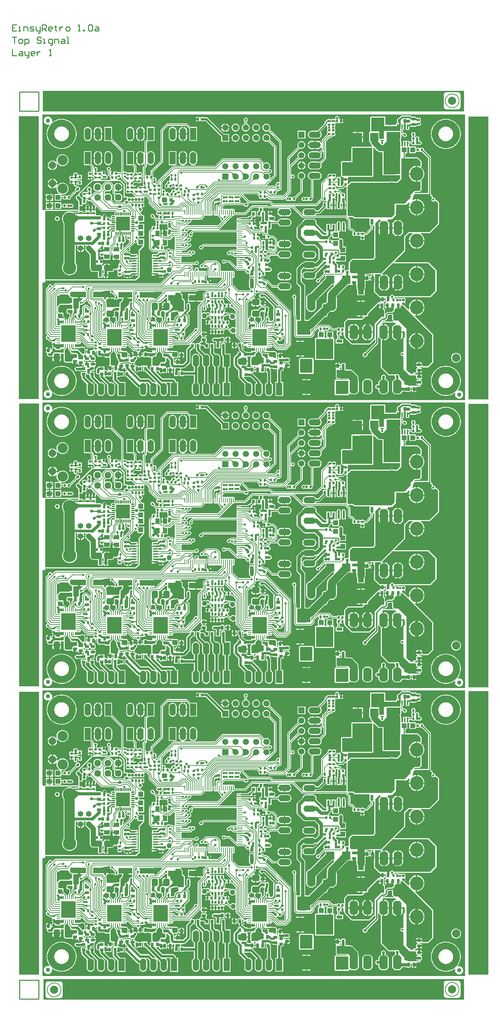
<source format=gtl>
G04 Layer_Physical_Order=1*
G04 Layer_Color=255*
%FSLAX24Y24*%
%MOIN*%
G70*
G01*
G75*
%ADD10C,0.0070*%
G04:AMPARAMS|DCode=11|XSize=78.7mil|YSize=78.7mil|CornerRadius=39.4mil|HoleSize=0mil|Usage=FLASHONLY|Rotation=90.000|XOffset=0mil|YOffset=0mil|HoleType=Round|Shape=RoundedRectangle|*
%AMROUNDEDRECTD11*
21,1,0.0787,0.0000,0,0,90.0*
21,1,0.0000,0.0787,0,0,90.0*
1,1,0.0787,0.0000,0.0000*
1,1,0.0787,0.0000,0.0000*
1,1,0.0787,0.0000,0.0000*
1,1,0.0787,0.0000,0.0000*
%
%ADD11ROUNDEDRECTD11*%
%ADD12C,0.0100*%
%ADD13C,0.0650*%
%ADD14C,0.0080*%
G04:AMPARAMS|DCode=15|XSize=22mil|YSize=24mil|CornerRadius=4.4mil|HoleSize=0mil|Usage=FLASHONLY|Rotation=90.000|XOffset=0mil|YOffset=0mil|HoleType=Round|Shape=RoundedRectangle|*
%AMROUNDEDRECTD15*
21,1,0.0220,0.0152,0,0,90.0*
21,1,0.0132,0.0240,0,0,90.0*
1,1,0.0088,0.0076,0.0066*
1,1,0.0088,0.0076,-0.0066*
1,1,0.0088,-0.0076,-0.0066*
1,1,0.0088,-0.0076,0.0066*
%
%ADD15ROUNDEDRECTD15*%
G04:AMPARAMS|DCode=16|XSize=22mil|YSize=24mil|CornerRadius=4.4mil|HoleSize=0mil|Usage=FLASHONLY|Rotation=180.000|XOffset=0mil|YOffset=0mil|HoleType=Round|Shape=RoundedRectangle|*
%AMROUNDEDRECTD16*
21,1,0.0220,0.0152,0,0,180.0*
21,1,0.0132,0.0240,0,0,180.0*
1,1,0.0088,-0.0066,0.0076*
1,1,0.0088,0.0066,0.0076*
1,1,0.0088,0.0066,-0.0076*
1,1,0.0088,-0.0066,-0.0076*
%
%ADD16ROUNDEDRECTD16*%
%ADD17R,0.0200X0.0280*%
%ADD18R,0.0790X0.0790*%
%ADD19R,0.0790X0.0790*%
%ADD20R,0.0280X0.0200*%
%ADD21R,0.1417X0.1614*%
%ADD22O,0.0098X0.0335*%
%ADD23O,0.0335X0.0098*%
G04:AMPARAMS|DCode=24|XSize=29.1mil|YSize=39.4mil|CornerRadius=5.8mil|HoleSize=0mil|Usage=FLASHONLY|Rotation=90.000|XOffset=0mil|YOffset=0mil|HoleType=Round|Shape=RoundedRectangle|*
%AMROUNDEDRECTD24*
21,1,0.0291,0.0277,0,0,90.0*
21,1,0.0175,0.0394,0,0,90.0*
1,1,0.0117,0.0139,0.0087*
1,1,0.0117,0.0139,-0.0087*
1,1,0.0117,-0.0139,-0.0087*
1,1,0.0117,-0.0139,0.0087*
%
%ADD24ROUNDEDRECTD24*%
%ADD25R,0.0709X0.0543*%
G04:AMPARAMS|DCode=26|XSize=29.1mil|YSize=39.4mil|CornerRadius=5.8mil|HoleSize=0mil|Usage=FLASHONLY|Rotation=0.000|XOffset=0mil|YOffset=0mil|HoleType=Round|Shape=RoundedRectangle|*
%AMROUNDEDRECTD26*
21,1,0.0291,0.0277,0,0,0.0*
21,1,0.0175,0.0394,0,0,0.0*
1,1,0.0117,0.0087,-0.0139*
1,1,0.0117,-0.0087,-0.0139*
1,1,0.0117,-0.0087,0.0139*
1,1,0.0117,0.0087,0.0139*
%
%ADD26ROUNDEDRECTD26*%
%ADD27R,0.0264X0.0346*%
%ADD28R,0.0346X0.0264*%
G04:AMPARAMS|DCode=29|XSize=50mil|YSize=50mil|CornerRadius=25mil|HoleSize=0mil|Usage=FLASHONLY|Rotation=270.000|XOffset=0mil|YOffset=0mil|HoleType=Round|Shape=RoundedRectangle|*
%AMROUNDEDRECTD29*
21,1,0.0500,0.0000,0,0,270.0*
21,1,0.0000,0.0500,0,0,270.0*
1,1,0.0500,0.0000,0.0000*
1,1,0.0500,0.0000,0.0000*
1,1,0.0500,0.0000,0.0000*
1,1,0.0500,0.0000,0.0000*
%
%ADD29ROUNDEDRECTD29*%
%ADD30R,0.0480X0.0480*%
%ADD31R,0.0480X0.0480*%
%ADD32R,0.0420X0.0520*%
%ADD33R,0.0236X0.0315*%
%ADD34R,0.0240X0.0240*%
%ADD35R,0.1260X0.0630*%
%ADD36R,0.0520X0.0420*%
%ADD37R,0.0543X0.0709*%
%ADD38C,0.0600*%
G04:AMPARAMS|DCode=39|XSize=40mil|YSize=40mil|CornerRadius=20mil|HoleSize=0mil|Usage=FLASHONLY|Rotation=0.000|XOffset=0mil|YOffset=0mil|HoleType=Round|Shape=RoundedRectangle|*
%AMROUNDEDRECTD39*
21,1,0.0400,0.0000,0,0,0.0*
21,1,0.0000,0.0400,0,0,0.0*
1,1,0.0400,0.0000,0.0000*
1,1,0.0400,0.0000,0.0000*
1,1,0.0400,0.0000,0.0000*
1,1,0.0400,0.0000,0.0000*
%
%ADD39ROUNDEDRECTD39*%
%ADD40R,0.0240X0.0600*%
%ADD41R,0.0500X0.0150*%
%ADD42R,0.0200X0.0260*%
G04:AMPARAMS|DCode=43|XSize=63mil|YSize=71mil|CornerRadius=15.8mil|HoleSize=0mil|Usage=FLASHONLY|Rotation=90.000|XOffset=0mil|YOffset=0mil|HoleType=Round|Shape=RoundedRectangle|*
%AMROUNDEDRECTD43*
21,1,0.0630,0.0395,0,0,90.0*
21,1,0.0315,0.0710,0,0,90.0*
1,1,0.0315,0.0198,0.0158*
1,1,0.0315,0.0198,-0.0158*
1,1,0.0315,-0.0198,-0.0158*
1,1,0.0315,-0.0198,0.0158*
%
%ADD43ROUNDEDRECTD43*%
G04:AMPARAMS|DCode=44|XSize=63mil|YSize=71mil|CornerRadius=15.8mil|HoleSize=0mil|Usage=FLASHONLY|Rotation=180.000|XOffset=0mil|YOffset=0mil|HoleType=Round|Shape=RoundedRectangle|*
%AMROUNDEDRECTD44*
21,1,0.0630,0.0395,0,0,180.0*
21,1,0.0315,0.0710,0,0,180.0*
1,1,0.0315,-0.0158,0.0198*
1,1,0.0315,0.0158,0.0198*
1,1,0.0315,0.0158,-0.0198*
1,1,0.0315,-0.0158,-0.0198*
%
%ADD44ROUNDEDRECTD44*%
%ADD45R,0.1339X0.0551*%
G04:AMPARAMS|DCode=46|XSize=52mil|YSize=60mil|CornerRadius=13mil|HoleSize=0mil|Usage=FLASHONLY|Rotation=180.000|XOffset=0mil|YOffset=0mil|HoleType=Round|Shape=RoundedRectangle|*
%AMROUNDEDRECTD46*
21,1,0.0520,0.0340,0,0,180.0*
21,1,0.0260,0.0600,0,0,180.0*
1,1,0.0260,-0.0130,0.0170*
1,1,0.0260,0.0130,0.0170*
1,1,0.0260,0.0130,-0.0170*
1,1,0.0260,-0.0130,-0.0170*
%
%ADD46ROUNDEDRECTD46*%
%ADD47R,0.0551X0.1339*%
%ADD48R,0.0560X0.0280*%
%ADD49R,0.1700X0.1970*%
%ADD50R,0.1970X0.1700*%
%ADD51R,0.0280X0.0560*%
%ADD52R,0.0217X0.0197*%
%ADD53O,0.0098X0.0512*%
%ADD54O,0.0512X0.0098*%
%ADD55R,0.0197X0.0217*%
%ADD56R,0.1370X0.1370*%
G04:AMPARAMS|DCode=57|XSize=11mil|YSize=31.5mil|CornerRadius=4.4mil|HoleSize=0mil|Usage=FLASHONLY|Rotation=270.000|XOffset=0mil|YOffset=0mil|HoleType=Round|Shape=RoundedRectangle|*
%AMROUNDEDRECTD57*
21,1,0.0110,0.0227,0,0,270.0*
21,1,0.0022,0.0315,0,0,270.0*
1,1,0.0088,-0.0113,-0.0011*
1,1,0.0088,-0.0113,0.0011*
1,1,0.0088,0.0113,0.0011*
1,1,0.0088,0.0113,-0.0011*
%
%ADD57ROUNDEDRECTD57*%
G04:AMPARAMS|DCode=58|XSize=11mil|YSize=31.5mil|CornerRadius=4.4mil|HoleSize=0mil|Usage=FLASHONLY|Rotation=180.000|XOffset=0mil|YOffset=0mil|HoleType=Round|Shape=RoundedRectangle|*
%AMROUNDEDRECTD58*
21,1,0.0110,0.0227,0,0,180.0*
21,1,0.0022,0.0315,0,0,180.0*
1,1,0.0088,-0.0011,0.0113*
1,1,0.0088,0.0011,0.0113*
1,1,0.0088,0.0011,-0.0113*
1,1,0.0088,-0.0011,-0.0113*
%
%ADD58ROUNDEDRECTD58*%
G04:AMPARAMS|DCode=59|XSize=23.6mil|YSize=24mil|CornerRadius=4.7mil|HoleSize=0mil|Usage=FLASHONLY|Rotation=90.000|XOffset=0mil|YOffset=0mil|HoleType=Round|Shape=RoundedRectangle|*
%AMROUNDEDRECTD59*
21,1,0.0236,0.0146,0,0,90.0*
21,1,0.0142,0.0240,0,0,90.0*
1,1,0.0094,0.0073,0.0071*
1,1,0.0094,0.0073,-0.0071*
1,1,0.0094,-0.0073,-0.0071*
1,1,0.0094,-0.0073,0.0071*
%
%ADD59ROUNDEDRECTD59*%
%ADD60R,0.0512X0.0709*%
%ADD61R,0.0172X0.0453*%
%ADD62R,0.0276X0.0165*%
%ADD63R,0.0728X0.0933*%
%ADD64R,0.1122X0.2598*%
%ADD65C,0.0060*%
%ADD66C,0.0150*%
%ADD67C,0.0220*%
%ADD68C,0.0200*%
%ADD69C,0.0095*%
%ADD70C,0.0140*%
%ADD71C,0.0110*%
%ADD72C,0.0120*%
%ADD73C,0.0240*%
%ADD74C,0.0160*%
%ADD75C,0.0180*%
%ADD76C,0.0230*%
%ADD77C,0.0750*%
%ADD78C,0.0360*%
%ADD79C,0.0300*%
%ADD80C,0.0250*%
%ADD81C,0.0090*%
%ADD82C,0.0500*%
%ADD83C,0.0700*%
%ADD84C,0.0270*%
%ADD85C,0.0320*%
%ADD86C,0.0115*%
%ADD87C,0.0350*%
%ADD88C,0.0280*%
%ADD89C,0.1000*%
%ADD90C,0.0340*%
%ADD91C,0.0400*%
%ADD92C,0.0170*%
%ADD93C,0.0600*%
%ADD94C,0.0330*%
%ADD95R,0.1860X0.0783*%
%ADD96R,0.1220X0.1340*%
%ADD97R,0.1280X0.1320*%
%ADD98R,0.1230X0.1350*%
%ADD99R,0.1220X0.1330*%
%ADD100R,0.1230X0.1310*%
%ADD101R,0.1380X0.1160*%
%ADD102R,0.1320X0.1255*%
%ADD103R,0.0600X0.1200*%
%ADD104O,0.0600X0.1200*%
G04:AMPARAMS|DCode=105|XSize=133mil|YSize=83mil|CornerRadius=0mil|HoleSize=0mil|Usage=FLASHONLY|Rotation=270.000|XOffset=0mil|YOffset=0mil|HoleType=Round|Shape=Octagon|*
%AMOCTAGOND105*
4,1,8,-0.0208,-0.0665,0.0208,-0.0665,0.0415,-0.0457,0.0415,0.0457,0.0208,0.0665,-0.0208,0.0665,-0.0415,0.0457,-0.0415,-0.0457,-0.0208,-0.0665,0.0*
%
%ADD105OCTAGOND105*%

%ADD106O,0.1200X0.0600*%
%ADD107C,0.0800*%
%ADD108P,0.0758X8X292.5*%
%ADD109C,0.1000*%
%ADD110C,0.0540*%
%ADD111C,0.1305*%
%ADD112P,0.0671X8X22.5*%
%ADD113O,0.0825X0.1650*%
%ADD114R,0.0591X0.0591*%
%ADD115C,0.0591*%
%ADD116O,0.1300X0.1360*%
%ADD117O,0.1181X0.0591*%
%ADD118R,0.0591X0.0591*%
%ADD119C,0.0220*%
%ADD120C,0.0300*%
%ADD121C,0.0320*%
%ADD122C,0.0290*%
G36*
X43681Y86683D02*
X2697D01*
Y88681D01*
X43681D01*
Y86683D01*
D02*
G37*
G36*
X43781Y58625D02*
X2641D01*
Y70079D01*
X2926D01*
Y70264D01*
X11715D01*
X11754Y70272D01*
X11787Y70294D01*
X12102Y70610D01*
X12124Y70643D01*
X12132Y70682D01*
Y73179D01*
X12520Y73566D01*
X12542Y73599D01*
X12549Y73638D01*
X12542Y73677D01*
X12537Y73689D01*
Y74328D01*
X12056D01*
X12049Y74335D01*
X12047Y74341D01*
X12045Y74353D01*
X12041Y74360D01*
X12039Y74368D01*
X12031Y74377D01*
X12028Y74382D01*
X12029Y74388D01*
X12030Y74406D01*
X12031Y74425D01*
X12031Y74426D01*
X12031Y74428D01*
X12025Y74445D01*
X12019Y74463D01*
X12018Y74464D01*
X12017Y74465D01*
X12013Y74470D01*
X12012Y74472D01*
X12053Y74522D01*
X12537D01*
Y75139D01*
X12547D01*
Y75778D01*
X12082D01*
X12046Y75828D01*
X12058Y75888D01*
X12049Y75933D01*
X12081Y75972D01*
X12547D01*
Y76612D01*
X12378D01*
X12339Y76636D01*
X12331Y76679D01*
X12306Y76716D01*
X12146Y76876D01*
X12171Y76922D01*
X12176Y76921D01*
X12266Y76939D01*
X12342Y76989D01*
X12393Y77065D01*
X12411Y77155D01*
X12393Y77245D01*
X12342Y77321D01*
X12304Y77347D01*
X12319Y77397D01*
X12555D01*
Y77817D01*
X11371D01*
X11301Y77886D01*
X11320Y77932D01*
X12555D01*
Y78332D01*
X12555Y78352D01*
X12592Y78382D01*
X12719D01*
X12970Y78131D01*
Y77816D01*
X12970Y77816D01*
X12978Y77773D01*
X13003Y77737D01*
X13759Y76981D01*
X13769Y76933D01*
X13760Y76912D01*
X13728Y76865D01*
X13714Y76791D01*
X13728Y76717D01*
X13771Y76654D01*
X13833Y76612D01*
X13907Y76598D01*
X13965Y76609D01*
X13982Y76586D01*
X13990Y76563D01*
X13967Y76528D01*
X13957Y76480D01*
Y76328D01*
X13958Y76322D01*
X13926Y76283D01*
X13773D01*
X13603Y76454D01*
X13601Y76470D01*
X13599Y76472D01*
X13599Y76475D01*
X13589Y76489D01*
X13580Y76504D01*
X13577Y76507D01*
X13577Y76508D01*
X13577Y76509D01*
X13576Y76512D01*
X13575Y76516D01*
X13574Y76521D01*
X13574Y76527D01*
X13574Y76537D01*
X13570Y76555D01*
X13566Y76574D01*
X13566Y76575D01*
X13565Y76576D01*
X13555Y76591D01*
X13544Y76607D01*
X13543Y76608D01*
X13543Y76608D01*
X13541Y76609D01*
X13541Y76610D01*
X13499Y76673D01*
X13436Y76715D01*
X13362Y76730D01*
X13288Y76715D01*
X13225Y76673D01*
X13183Y76610D01*
X13168Y76536D01*
X13183Y76462D01*
X13225Y76399D01*
X13288Y76357D01*
X13289Y76357D01*
X13290Y76355D01*
X13290Y76355D01*
X13291Y76354D01*
X13307Y76343D01*
X13322Y76333D01*
X13323Y76332D01*
X13324Y76332D01*
X13343Y76328D01*
X13361Y76324D01*
X13371Y76324D01*
X13377Y76324D01*
X13382Y76323D01*
X13386Y76322D01*
X13389Y76321D01*
X13390Y76321D01*
X13391Y76321D01*
X13394Y76318D01*
X13409Y76309D01*
X13423Y76299D01*
X13426Y76299D01*
X13428Y76297D01*
X13444Y76295D01*
X13647Y76092D01*
X13684Y76068D01*
X13684Y76067D01*
X13678Y76058D01*
X13668Y76010D01*
Y75858D01*
X13678Y75809D01*
X13699Y75777D01*
X13689Y75761D01*
X13689Y75761D01*
X13689Y75760D01*
X13685Y75741D01*
X13682Y75722D01*
X13682Y75721D01*
X13682Y75721D01*
X13682Y75718D01*
X13668Y75646D01*
X13682Y75577D01*
X13681Y75573D01*
X13681Y75572D01*
X13681Y75572D01*
X13683Y75560D01*
X13679Y75546D01*
X13677Y75544D01*
X13638Y75514D01*
X13597Y75541D01*
X13548Y75551D01*
X13416D01*
X13368Y75541D01*
X13327Y75514D01*
X13300Y75473D01*
X13290Y75425D01*
Y75315D01*
X13063Y75087D01*
X13038Y75051D01*
X13030Y75008D01*
X13030Y75008D01*
Y73386D01*
X13030Y73386D01*
X13038Y73343D01*
X13063Y73307D01*
X13313Y73057D01*
X13313Y73057D01*
X13349Y73033D01*
X13392Y73024D01*
X13918D01*
X13933Y72993D01*
X13935Y72974D01*
X13775Y72814D01*
X13321D01*
Y72584D01*
X13301D01*
Y72459D01*
X13651D01*
Y72359D01*
X13301D01*
Y72234D01*
X13321D01*
Y71809D01*
X13321D01*
Y71499D01*
X13321D01*
Y71079D01*
X13301D01*
Y70954D01*
X13651D01*
Y70904D01*
X13701D01*
Y70729D01*
X13992D01*
Y70674D01*
X14003Y70618D01*
X14035Y70570D01*
X14083Y70538D01*
X14139Y70527D01*
X14165D01*
Y70740D01*
X14215D01*
Y70790D01*
X14438D01*
Y70806D01*
X14428Y70854D01*
X14431Y70859D01*
X14447Y70879D01*
X14466Y70894D01*
X14539Y70879D01*
X14629Y70897D01*
X14705Y70948D01*
X14738Y70997D01*
X14801Y71012D01*
X14823Y70995D01*
X14903Y70962D01*
X14961Y70955D01*
X14979Y70902D01*
X14083Y70006D01*
X3947D01*
X3947Y70006D01*
X3904Y69997D01*
X3868Y69973D01*
X3640Y69745D01*
X3592Y69760D01*
X3588Y69778D01*
X3546Y69841D01*
X3483Y69883D01*
X3409Y69897D01*
X3335Y69883D01*
X3272Y69841D01*
X3230Y69778D01*
X3230Y69777D01*
X3228Y69776D01*
X3228Y69775D01*
X3227Y69775D01*
X3217Y69759D01*
X3206Y69743D01*
X3206Y69742D01*
X3205Y69742D01*
X3201Y69723D01*
X3197Y69704D01*
X3197Y69694D01*
X3197Y69688D01*
X3196Y69683D01*
X3195Y69679D01*
X3195Y69677D01*
X3194Y69675D01*
X3194Y69675D01*
X3191Y69672D01*
X3182Y69657D01*
X3172Y69642D01*
X3172Y69640D01*
X3171Y69638D01*
X3168Y69621D01*
X3020Y69473D01*
X2996Y69437D01*
X2987Y69394D01*
X2987Y69394D01*
Y65124D01*
X2987Y65124D01*
X2996Y65081D01*
X3020Y65044D01*
X3133Y64931D01*
X3117Y64877D01*
X3095Y64873D01*
X3032Y64831D01*
X2990Y64768D01*
X2976Y64694D01*
X2990Y64619D01*
X3032Y64557D01*
X3095Y64515D01*
X3096Y64515D01*
X3097Y64513D01*
X3098Y64512D01*
X3113Y64502D01*
X3127Y64491D01*
X3129Y64491D01*
X3131Y64489D01*
X3149Y64486D01*
X3162Y64483D01*
X3162Y64483D01*
X3163Y64482D01*
X3164Y64482D01*
X3165Y64481D01*
X3174Y64474D01*
X3180Y64469D01*
X3195Y64459D01*
X3211Y64448D01*
X3212Y64448D01*
X3213Y64447D01*
X3232Y64444D01*
X3336Y64340D01*
X3340Y64337D01*
X3353Y64329D01*
X3379Y64311D01*
X3429Y64301D01*
X3429Y64301D01*
X3579D01*
X3594Y64278D01*
Y64236D01*
X3580Y64226D01*
X3548Y64179D01*
X3537Y64123D01*
Y64107D01*
X3759D01*
Y64057D01*
X3809D01*
Y63844D01*
X3835D01*
X3892Y63855D01*
X3939Y63887D01*
X3971Y63934D01*
X3982Y63991D01*
Y64062D01*
D01*
X4032Y64089D01*
D01*
D01*
X4043Y64082D01*
X4050Y64077D01*
X4101Y64067D01*
X4287D01*
X4312Y64058D01*
X4366Y64061D01*
X4383Y63983D01*
X4487D01*
Y63883D01*
X4367D01*
X4334Y63828D01*
Y63814D01*
X4346Y63756D01*
X4379Y63707D01*
X4385Y63643D01*
X4349Y63608D01*
X3995D01*
Y63612D01*
X3985Y63666D01*
X3954Y63712D01*
X3908Y63742D01*
X3854Y63753D01*
X3680D01*
X3626Y63742D01*
X3580Y63712D01*
X3549Y63666D01*
X3539Y63612D01*
Y63498D01*
X3530Y63493D01*
X3480Y63520D01*
Y63612D01*
X3468Y63674D01*
X3433Y63726D01*
X3381Y63761D01*
X3319Y63774D01*
X3282D01*
Y63474D01*
X3232D01*
Y63424D01*
X2983D01*
Y63335D01*
X2995Y63273D01*
X3030Y63221D01*
X3083Y63186D01*
X3096Y63183D01*
X3112Y63144D01*
X3111Y63129D01*
X3095Y63054D01*
X3111Y62976D01*
X3155Y62909D01*
X3221Y62865D01*
X3299Y62850D01*
X3519D01*
X3572Y62860D01*
X3597Y62844D01*
X4039D01*
X4457D01*
Y62991D01*
X4448Y63058D01*
X4442Y63072D01*
X4430Y63101D01*
D01*
D01*
X4463Y63145D01*
X4479Y63142D01*
X4707D01*
Y62464D01*
X4715Y62425D01*
X4737Y62392D01*
X4847Y62282D01*
X4880Y62259D01*
X4919Y62252D01*
X5459D01*
X5490Y62258D01*
X5542Y62257D01*
X5577Y62204D01*
X5629Y62169D01*
X5691Y62157D01*
X5779D01*
Y62406D01*
X5879D01*
Y62157D01*
X5968D01*
X6030Y62169D01*
X6049Y62183D01*
X6061Y62182D01*
X6103Y62159D01*
X6112Y62117D01*
X6147Y62064D01*
X6199Y62029D01*
X6261Y62017D01*
X6349D01*
Y62266D01*
X6449D01*
Y62017D01*
X6538D01*
X6600Y62029D01*
X6600D01*
X6624Y62046D01*
X6637Y62045D01*
X6678Y62022D01*
X6687Y61979D01*
X6706Y61950D01*
X6680Y61900D01*
X6389D01*
Y61860D01*
X5984D01*
X5906Y61845D01*
X5840Y61800D01*
X5796Y61734D01*
X5780Y61656D01*
X5796Y61578D01*
X5840Y61512D01*
X5906Y61468D01*
X5984Y61452D01*
X6610D01*
X6688Y61468D01*
X6701Y61476D01*
X6895D01*
X6908Y61431D01*
Y61421D01*
X6895Y61376D01*
X6858Y61376D01*
X6389D01*
Y60952D01*
X6438D01*
Y60816D01*
X6453Y60738D01*
X6498Y60672D01*
X6999Y60171D01*
X6972Y60105D01*
X6959Y60006D01*
Y59406D01*
X6972Y59307D01*
X7010Y59215D01*
X7071Y59135D01*
X7150Y59074D01*
X7243Y59036D01*
X7342Y59023D01*
X7441Y59036D01*
X7534Y59074D01*
X7613Y59135D01*
X7674Y59215D01*
X7712Y59307D01*
X7725Y59406D01*
Y60006D01*
X7712Y60105D01*
X7674Y60198D01*
X7613Y60277D01*
X7534Y60338D01*
X7441Y60376D01*
X7359Y60387D01*
X6846Y60901D01*
Y60952D01*
X6895D01*
Y61174D01*
X6945Y61189D01*
X6965Y61159D01*
X7028Y61117D01*
X7102Y61102D01*
X7169Y61116D01*
X7216Y61096D01*
X7219Y61094D01*
Y60952D01*
X7278D01*
Y60876D01*
X7293Y60802D01*
X7335Y60739D01*
X7971Y60103D01*
X7959Y60006D01*
Y59406D01*
X7972Y59307D01*
X8010Y59215D01*
X8071Y59135D01*
X8150Y59074D01*
X8243Y59036D01*
X8342Y59023D01*
X8441Y59036D01*
X8534Y59074D01*
X8613Y59135D01*
X8674Y59215D01*
X8712Y59307D01*
X8725Y59406D01*
Y60006D01*
X8712Y60105D01*
X8674Y60198D01*
X8613Y60277D01*
X8534Y60338D01*
X8441Y60376D01*
X8342Y60389D01*
X8245Y60377D01*
X7709Y60913D01*
X7725Y60952D01*
X7725D01*
Y61376D01*
X7395D01*
X7382Y61398D01*
X7376Y61426D01*
X7426Y61476D01*
X7725D01*
Y61884D01*
X7755Y61889D01*
X7807Y61924D01*
X7842Y61977D01*
X7854Y62038D01*
Y62076D01*
X7554D01*
Y62126D01*
X7504D01*
Y62375D01*
X7416D01*
X7354Y62362D01*
X7302Y62327D01*
X7295Y62318D01*
X7235D01*
X7227Y62330D01*
X7175Y62365D01*
X7113Y62377D01*
X7024D01*
Y62128D01*
X6924D01*
Y62377D01*
X6836D01*
X6774Y62365D01*
X6749Y62348D01*
X6737Y62349D01*
X6696Y62372D01*
X6687Y62415D01*
X6663Y62450D01*
X6679Y62505D01*
X6707Y62513D01*
X6716Y62507D01*
X6736Y62477D01*
X6782Y62446D01*
X6836Y62435D01*
X7113D01*
X7167Y62446D01*
X7213Y62477D01*
X7236Y62512D01*
X7260Y62516D01*
X7273Y62515D01*
X7273Y62515D01*
X7291Y62511D01*
X7316Y62474D01*
X7362Y62444D01*
X7416Y62433D01*
X7693D01*
X7747Y62444D01*
X7793Y62474D01*
X7823Y62520D01*
X7834Y62574D01*
Y62749D01*
X7823Y62803D01*
X7793Y62848D01*
X7757Y62872D01*
X7759Y62914D01*
X7762Y62924D01*
X7783Y62928D01*
X7836Y62963D01*
X7871Y63016D01*
X7883Y63078D01*
Y63166D01*
X7634D01*
Y63266D01*
X7883D01*
Y63355D01*
X7873Y63405D01*
X7907Y63445D01*
X7918Y63447D01*
X7947Y63414D01*
D01*
D01*
X7952Y63408D01*
X7947Y63381D01*
X7941Y63355D01*
Y63078D01*
X7952Y63024D01*
X7983Y62978D01*
X8021Y62952D01*
X8023Y62949D01*
X8063Y62909D01*
X8063Y62909D01*
X8076Y62901D01*
X8085Y62834D01*
X8070Y62814D01*
X8675D01*
X8701Y62788D01*
X8708Y62783D01*
D01*
X8709Y62782D01*
X8716Y62775D01*
X8723Y62771D01*
X8732Y62767D01*
X8741Y62761D01*
X8750Y62759D01*
X8760Y62756D01*
X8770D01*
X8780Y62754D01*
X8829D01*
X8873Y62710D01*
X8910Y62754D01*
X9142D01*
X9176Y62704D01*
X9172Y62684D01*
Y62289D01*
X9177Y62264D01*
X9181Y62243D01*
Y62104D01*
X9187Y62074D01*
X9170Y62041D01*
X9156Y62024D01*
X9154D01*
X9093Y62011D01*
X9040Y61976D01*
X9005Y61924D01*
X8993Y61862D01*
Y61774D01*
X9490D01*
Y61854D01*
X9502Y61862D01*
X9502D01*
X9549Y61817D01*
Y61585D01*
X9559Y61531D01*
X9587Y61489D01*
X9583Y61469D01*
X9569Y61439D01*
X9492D01*
Y60933D01*
X9500D01*
Y60624D01*
X9515Y60546D01*
X9560Y60480D01*
X9962Y60078D01*
Y59026D01*
X10722D01*
Y60386D01*
X10230D01*
X9908Y60709D01*
Y60848D01*
X9952Y60871D01*
X9958Y60867D01*
X10032Y60852D01*
X10036Y60853D01*
X10042Y60852D01*
X10120Y60868D01*
X10186Y60912D01*
X10197Y60923D01*
X10552D01*
Y61429D01*
X10200D01*
X10186Y61450D01*
X10120Y61495D01*
X10042Y61510D01*
X10035Y61509D01*
X9999Y61553D01*
X10005Y61585D01*
Y61737D01*
X10055Y61752D01*
X10079Y61717D01*
X10132Y61682D01*
X10193Y61670D01*
X10282D01*
Y61918D01*
Y62167D01*
X10193D01*
X10162Y62200D01*
X10169Y62206D01*
X10176Y62212D01*
X10202Y62225D01*
X10470D01*
X10524Y62236D01*
X10545Y62250D01*
X10564D01*
X10642Y62265D01*
X10691Y62298D01*
X10856D01*
X10895Y62306D01*
X11125D01*
X11164Y62280D01*
X11174Y62267D01*
X11219Y62236D01*
X11273Y62225D01*
X11550D01*
X11604Y62236D01*
X11650Y62267D01*
X11681Y62313D01*
X11691Y62366D01*
Y62437D01*
X11826Y62572D01*
X11870Y62638D01*
X11886Y62716D01*
X11870Y62794D01*
X11826Y62860D01*
X11760Y62905D01*
X11682Y62920D01*
X11604Y62905D01*
X11576Y62886D01*
X11526Y62913D01*
Y62944D01*
X11277D01*
X11028D01*
Y62855D01*
X11041Y62793D01*
X11050Y62780D01*
X11023Y62730D01*
X10972D01*
X10945Y62780D01*
X10959Y62801D01*
X10970Y62855D01*
Y62898D01*
X10973Y62914D01*
Y63204D01*
X10958Y63278D01*
X10916Y63341D01*
X10854Y63383D01*
X10779Y63397D01*
X10519D01*
X10487Y63436D01*
X10490Y63454D01*
Y63523D01*
X10338D01*
Y63623D01*
X10490D01*
Y63660D01*
X10490Y63691D01*
X10538Y63707D01*
X10724D01*
X10775Y63717D01*
X10817Y63745D01*
X10846Y63788D01*
X10856Y63838D01*
X10849Y63873D01*
X10879Y63923D01*
X10961D01*
X11470Y63414D01*
X11470Y63414D01*
X11506Y63390D01*
X11549Y63381D01*
X11549Y63381D01*
X11750D01*
X11764Y63371D01*
X11766Y63371D01*
X11769Y63369D01*
X11786Y63366D01*
X11802Y63362D01*
X11807Y63362D01*
X11807Y63361D01*
X11809Y63361D01*
X11811Y63359D01*
X11814Y63357D01*
X11818Y63354D01*
X11823Y63350D01*
X11830Y63343D01*
X11846Y63333D01*
X11862Y63322D01*
X11863Y63322D01*
X11863Y63322D01*
X11876Y63320D01*
X11896Y63291D01*
D01*
X11901Y63283D01*
X11903Y63278D01*
X11903Y63274D01*
X11904Y63267D01*
X11893Y63212D01*
Y63124D01*
X12142D01*
X12390D01*
Y63212D01*
X12378Y63274D01*
X12343Y63326D01*
X12291Y63361D01*
X12229Y63374D01*
X12181D01*
X12160Y63412D01*
X12159Y63424D01*
X12173Y63494D01*
X12158Y63568D01*
X12150Y63580D01*
X12169Y63609D01*
X12184Y63620D01*
X12195Y63617D01*
X12211Y63612D01*
X12214Y63613D01*
X12217Y63612D01*
X12221Y63612D01*
X12223Y63611D01*
X12224Y63611D01*
X12236Y63608D01*
X12239Y63607D01*
X12266Y63594D01*
X12276Y63589D01*
X12294Y63583D01*
X12313Y63577D01*
X12313Y63577D01*
X12313Y63577D01*
X12333Y63578D01*
X12353Y63580D01*
X12353Y63580D01*
X12353Y63580D01*
X12360Y63584D01*
X12379Y63580D01*
X12454Y63595D01*
X12516Y63637D01*
X12577Y63638D01*
X12597Y63625D01*
X12653Y63614D01*
X12679D01*
Y63827D01*
X12779D01*
Y63614D01*
X12805D01*
X12862Y63625D01*
X12909Y63657D01*
X12941Y63704D01*
X12943Y63715D01*
X12949Y63720D01*
X12998Y63734D01*
X13024Y63717D01*
X13075Y63707D01*
X13260D01*
X13306Y63692D01*
X13308Y63691D01*
X13308Y63660D01*
Y63623D01*
X13460D01*
Y63523D01*
X13308D01*
Y63454D01*
X13320Y63396D01*
X13349Y63353D01*
X13341Y63327D01*
X13328Y63303D01*
X13278D01*
X13269Y63301D01*
X13259D01*
X13249Y63297D01*
X13239Y63296D01*
X13231Y63290D01*
X13222Y63286D01*
X13214Y63281D01*
X13179Y63274D01*
X13145Y63281D01*
X13137Y63286D01*
X13128Y63290D01*
X13119Y63296D01*
X13109Y63297D01*
X13100Y63301D01*
X13090D01*
X13080Y63303D01*
X12870D01*
X12864Y63312D01*
X12818Y63342D01*
X12764Y63353D01*
X12590D01*
X12536Y63342D01*
X12490Y63312D01*
X12459Y63266D01*
X12449Y63212D01*
Y62935D01*
X12422Y62903D01*
X12390Y62935D01*
X12390Y62935D01*
Y63024D01*
X12142D01*
X11893D01*
Y62935D01*
X11905Y62873D01*
X11940Y62821D01*
X11992Y62786D01*
X12054Y62774D01*
X12079D01*
X12139Y62834D01*
X12493D01*
X12536Y62805D01*
X12590Y62794D01*
X12764D01*
X12818Y62805D01*
X12862Y62834D01*
X12969D01*
X12976Y62827D01*
D01*
X13001Y62802D01*
X13035Y62779D01*
X13074Y62772D01*
X13211D01*
X13223Y62758D01*
X13243Y62722D01*
X13237Y62694D01*
Y62070D01*
X13245Y62031D01*
X13267Y61998D01*
X13296Y61969D01*
X13283Y61919D01*
X13118D01*
Y61575D01*
X13072Y61556D01*
X12886Y61743D01*
Y61919D01*
X12849D01*
X12839Y61969D01*
X12849Y61974D01*
X12862Y61984D01*
X12262D01*
X12275Y61974D01*
X12285Y61969D01*
X12275Y61919D01*
X11968D01*
X11959Y61933D01*
X11913Y61964D01*
X11896Y61975D01*
X11822Y61990D01*
X11762Y61978D01*
X11721Y62000D01*
X11711Y62011D01*
X11705Y62041D01*
X11700Y62064D01*
X11699D01*
Y62068D01*
X11665Y62120D01*
X11612Y62155D01*
X11550Y62167D01*
X11462D01*
Y61918D01*
Y61670D01*
X11550D01*
X11578Y61675D01*
X11585Y61674D01*
X11628Y61637D01*
Y61536D01*
X11643Y61462D01*
X11685Y61399D01*
X11748Y61357D01*
X11822Y61342D01*
X11896Y61357D01*
X11959Y61399D01*
X11968Y61413D01*
X12362D01*
Y61894D01*
X12404Y61939D01*
X12404Y61939D01*
X12420D01*
X12462Y61919D01*
Y61413D01*
X12639D01*
X13665Y60387D01*
X13636Y60344D01*
X13559Y60376D01*
X13460Y60389D01*
X13387Y60380D01*
X13096Y60670D01*
X13030Y60715D01*
X12952Y60730D01*
X12206D01*
X11317Y61620D01*
X11337Y61670D01*
X11362D01*
Y61918D01*
Y62167D01*
X11273D01*
X11212Y62155D01*
X11175Y62131D01*
X11125Y62152D01*
Y62206D01*
X10619D01*
Y62152D01*
X10569Y62131D01*
X10532Y62155D01*
X10470Y62167D01*
X10382D01*
Y61918D01*
Y61670D01*
X10470D01*
X10532Y61682D01*
X10585Y61717D01*
X10619Y61769D01*
X10620Y61769D01*
X10670Y61766D01*
X10683Y61698D01*
X10728Y61632D01*
X10884Y61476D01*
X10865Y61429D01*
X10652D01*
Y60923D01*
X10829D01*
X11890Y59862D01*
X11956Y59818D01*
X12034Y59802D01*
X12077D01*
Y59406D01*
X12090Y59307D01*
X12128Y59215D01*
X12189Y59135D01*
X12268Y59074D01*
X12361Y59036D01*
X12460Y59023D01*
X12559Y59036D01*
X12652Y59074D01*
X12731Y59135D01*
X12792Y59215D01*
X12830Y59307D01*
X12843Y59406D01*
Y60006D01*
X12830Y60105D01*
X12792Y60198D01*
X12735Y60272D01*
X12744Y60315D01*
X12746Y60322D01*
X12867D01*
X13089Y60100D01*
X13077Y60006D01*
Y59406D01*
X13090Y59307D01*
X13128Y59215D01*
X13189Y59135D01*
X13268Y59074D01*
X13361Y59036D01*
X13460Y59023D01*
X13559Y59036D01*
X13652Y59074D01*
X13731Y59135D01*
X13792Y59215D01*
X13830Y59307D01*
X13843Y59406D01*
Y60006D01*
X13830Y60105D01*
X13798Y60182D01*
X13841Y60211D01*
X14077Y59975D01*
Y59406D01*
X14090Y59307D01*
X14128Y59215D01*
X14189Y59135D01*
X14268Y59074D01*
X14361Y59036D01*
X14460Y59023D01*
X14559Y59036D01*
X14652Y59074D01*
X14731Y59135D01*
X14792Y59215D01*
X14830Y59307D01*
X14843Y59406D01*
Y60006D01*
X14830Y60105D01*
X14792Y60198D01*
X14731Y60277D01*
X14721Y60285D01*
X14737Y60332D01*
X15080D01*
Y59026D01*
X15840D01*
Y60386D01*
X15664D01*
Y60408D01*
X15648Y60486D01*
X15604Y60552D01*
X15476Y60680D01*
X15410Y60725D01*
X15332Y60740D01*
X14341D01*
X13715Y61367D01*
X13734Y61413D01*
X13985D01*
Y61409D01*
X14001Y61331D01*
X14045Y61264D01*
X14048Y61262D01*
X14114Y61218D01*
X14192Y61202D01*
X14270Y61218D01*
X14336Y61262D01*
X14342Y61271D01*
X14410Y61282D01*
X14420Y61275D01*
X14474Y61264D01*
X14649D01*
X14703Y61275D01*
X14749Y61305D01*
X14779Y61351D01*
X14790Y61405D01*
Y61682D01*
X14779Y61736D01*
X14749Y61782D01*
X14703Y61812D01*
X14649Y61823D01*
X14624D01*
X14609Y61873D01*
X14615Y61877D01*
X14650Y61929D01*
X14662Y61991D01*
Y62028D01*
X14362D01*
Y62128D01*
X14662D01*
Y62166D01*
X14650Y62228D01*
X14620Y62271D01*
X14701Y62352D01*
X14723Y62385D01*
X14731Y62424D01*
Y62679D01*
X14728Y62693D01*
X14761Y62740D01*
X14797Y62743D01*
X15029Y62511D01*
X15023Y62482D01*
Y62205D01*
X15034Y62151D01*
X15048Y62131D01*
Y62071D01*
X15063Y61993D01*
X15107Y61927D01*
X15141Y61894D01*
X15120Y61844D01*
X15010D01*
X14948Y61831D01*
X14896Y61796D01*
X14861Y61744D01*
X14848Y61682D01*
Y61594D01*
X15346D01*
Y61682D01*
X15343Y61697D01*
X15378Y61732D01*
X15389Y61730D01*
X15466D01*
X15491Y61688D01*
X15491Y61680D01*
X15476Y61604D01*
Y61479D01*
X15468D01*
Y60973D01*
X15892D01*
Y61422D01*
X15962D01*
X15992Y61398D01*
Y60973D01*
X16416D01*
Y61022D01*
X17373D01*
Y60328D01*
X17307Y60277D01*
X17246Y60198D01*
X17208Y60105D01*
X17195Y60006D01*
Y59406D01*
X17208Y59307D01*
X17246Y59215D01*
X17307Y59135D01*
X17386Y59074D01*
X17479Y59036D01*
X17578Y59023D01*
X17677Y59036D01*
X17770Y59074D01*
X17849Y59135D01*
X17910Y59215D01*
X17948Y59307D01*
X17961Y59406D01*
Y60006D01*
X17948Y60105D01*
X17910Y60198D01*
X17849Y60277D01*
X17781Y60329D01*
Y61214D01*
Y61839D01*
X17849Y61891D01*
X17910Y61970D01*
X17948Y62063D01*
X17961Y62162D01*
Y62762D01*
X17948Y62861D01*
X17910Y62954D01*
X17849Y63033D01*
X17770Y63094D01*
X17677Y63132D01*
X17578Y63145D01*
X17479Y63132D01*
X17386Y63094D01*
X17307Y63033D01*
X17246Y62954D01*
X17208Y62861D01*
X17195Y62762D01*
Y62162D01*
X17208Y62063D01*
X17246Y61970D01*
X17307Y61891D01*
X17373Y61840D01*
Y61430D01*
X16416D01*
Y61479D01*
X16152D01*
X16128Y61523D01*
X16141Y61542D01*
X16156Y61616D01*
X16143Y61680D01*
X16170Y61730D01*
X16419D01*
X16497Y61745D01*
X16564Y61789D01*
X16784Y62010D01*
X17004Y62229D01*
X17048Y62296D01*
X17063Y62374D01*
Y63411D01*
X17303Y63650D01*
X17479D01*
Y64157D01*
X17187D01*
X17167Y64203D01*
X17198Y64233D01*
X18013Y65049D01*
X18059Y65030D01*
Y64944D01*
X18072Y64882D01*
X18107Y64830D01*
X18159Y64795D01*
X18221Y64783D01*
X18309D01*
Y65031D01*
Y65280D01*
X18221D01*
X18192Y65274D01*
X18142Y65312D01*
Y66562D01*
X18192Y66587D01*
X18240Y66549D01*
X18320Y66516D01*
X18407Y66505D01*
X18493Y66516D01*
X18573Y66549D01*
X18642Y66602D01*
X18695Y66671D01*
X18728Y66751D01*
X18731Y66754D01*
X18743Y66762D01*
X18781Y66772D01*
X18788Y66768D01*
X18803Y66758D01*
X18805Y66758D01*
X18807Y66756D01*
X18824Y66754D01*
X18880Y66697D01*
X18880Y66697D01*
X18917Y66673D01*
X18960Y66664D01*
X18997Y66634D01*
Y66446D01*
X19064D01*
Y66390D01*
X19030D01*
X18981Y66381D01*
X18940Y66353D01*
X18898D01*
X18888Y66368D01*
X18841Y66400D01*
X18826Y66403D01*
X18817Y66394D01*
X18809Y66385D01*
X18802Y66376D01*
X18795Y66367D01*
X18790Y66357D01*
X18786Y66348D01*
X18782Y66339D01*
X18780Y66330D01*
X18779Y66320D01*
X18778Y66311D01*
X18769Y66311D01*
Y66188D01*
Y65965D01*
X18785D01*
X18841Y65976D01*
X18888Y66008D01*
X18898Y66023D01*
X18940D01*
X18981Y65995D01*
X18997Y65992D01*
Y65584D01*
X19781D01*
X19830Y65535D01*
X19811Y65489D01*
X19547D01*
Y65259D01*
Y65029D01*
X19764D01*
Y65259D01*
X19864D01*
Y65029D01*
X20079D01*
Y65259D01*
X20129D01*
Y65309D01*
X20329D01*
Y65388D01*
X20355Y65426D01*
X20398Y65435D01*
X20435Y65459D01*
X20470Y65494D01*
X20486Y65497D01*
X20488Y65498D01*
X20491Y65498D01*
X20505Y65508D01*
X20520Y65517D01*
X20523Y65520D01*
X20524Y65520D01*
X20526Y65521D01*
X20528Y65521D01*
X20532Y65522D01*
X20537Y65523D01*
X20543Y65523D01*
X20552Y65523D01*
X20562Y65523D01*
X20568Y65523D01*
X20573Y65522D01*
X20576Y65521D01*
X20579Y65521D01*
X20581Y65520D01*
X20581Y65520D01*
X20584Y65517D01*
X20599Y65508D01*
X20614Y65498D01*
X20616Y65498D01*
X20618Y65497D01*
X20635Y65494D01*
X20808Y65321D01*
X20808Y65321D01*
X20844Y65297D01*
X20887Y65288D01*
X20887Y65288D01*
X20896D01*
X20921Y65227D01*
X20974Y65158D01*
X21043Y65105D01*
X21123Y65072D01*
X21209Y65061D01*
X21296Y65072D01*
X21376Y65105D01*
X21417Y65137D01*
X21467Y65112D01*
Y64832D01*
X21467Y64831D01*
X21476Y64789D01*
X21500Y64752D01*
X21971Y64281D01*
X21960Y64248D01*
X21948Y64233D01*
X21780D01*
X21726Y64222D01*
X21680Y64192D01*
X21649Y64146D01*
X21639Y64092D01*
Y63815D01*
X21649Y63761D01*
X21680Y63715D01*
X21726Y63685D01*
X21771Y63676D01*
Y63564D01*
X21783Y63503D01*
X21818Y63452D01*
X21886Y63383D01*
X21867Y63337D01*
X21636D01*
Y63160D01*
X21325Y62850D01*
X21281Y62783D01*
X21265Y62705D01*
Y62056D01*
X21274Y62014D01*
D01*
X21281Y61978D01*
X21325Y61912D01*
X21728Y61509D01*
Y61316D01*
X21725Y61304D01*
Y60867D01*
X21741Y60789D01*
X21749Y60777D01*
X21750Y60769D01*
X21792Y60707D01*
X21819Y60689D01*
X22350Y60158D01*
X22330Y60109D01*
X22317Y60010D01*
Y59410D01*
X22330Y59311D01*
X22368Y59218D01*
X22429Y59139D01*
X22509Y59078D01*
X22601Y59040D01*
X22700Y59027D01*
X22799Y59040D01*
X22892Y59078D01*
X22971Y59139D01*
X23032Y59218D01*
X23070Y59311D01*
X23083Y59410D01*
Y60010D01*
X23070Y60109D01*
X23032Y60202D01*
X22971Y60281D01*
X22892Y60342D01*
X22799Y60380D01*
X22700Y60393D01*
X22692Y60392D01*
X22245Y60840D01*
X22266Y60890D01*
X22723D01*
Y60908D01*
X22891D01*
X23453Y60346D01*
X23449Y60297D01*
X23429Y60281D01*
X23368Y60202D01*
X23330Y60109D01*
X23317Y60010D01*
Y59410D01*
X23330Y59311D01*
X23368Y59218D01*
X23429Y59139D01*
X23509Y59078D01*
X23601Y59040D01*
X23700Y59027D01*
X23799Y59040D01*
X23892Y59078D01*
X23971Y59139D01*
X24032Y59218D01*
X24070Y59311D01*
X24083Y59410D01*
Y60010D01*
X24070Y60109D01*
X24032Y60202D01*
X23971Y60281D01*
X23893Y60341D01*
Y60374D01*
X23878Y60448D01*
X23836Y60511D01*
X23108Y61239D01*
X23070Y61264D01*
X23086Y61314D01*
X23149D01*
X23203Y61325D01*
X23249Y61355D01*
X23279Y61401D01*
X23290Y61455D01*
Y61732D01*
X23279Y61786D01*
X23249Y61832D01*
X23203Y61862D01*
X23212Y61912D01*
X23403D01*
X23419Y61862D01*
X23396Y61846D01*
X23361Y61794D01*
X23348Y61732D01*
Y61644D01*
X23597D01*
Y61594D01*
X23647D01*
Y61294D01*
X23684D01*
X23746Y61306D01*
X23799Y61341D01*
X23816Y61366D01*
X23866Y61351D01*
Y61300D01*
X24289D01*
Y61807D01*
X24334Y61820D01*
X24345D01*
X24389Y61807D01*
Y61300D01*
X24502D01*
Y60337D01*
X24429Y60281D01*
X24368Y60202D01*
X24330Y60109D01*
X24317Y60010D01*
Y59410D01*
X24330Y59311D01*
X24368Y59218D01*
X24429Y59139D01*
X24509Y59078D01*
X24601Y59040D01*
X24700Y59027D01*
X24799Y59040D01*
X24892Y59078D01*
X24971Y59139D01*
X25032Y59218D01*
X25070Y59311D01*
X25083Y59410D01*
Y60010D01*
X25070Y60109D01*
X25032Y60202D01*
X24971Y60281D01*
X24892Y60342D01*
X24889Y60343D01*
Y61459D01*
X24874Y61533D01*
X24832Y61596D01*
X24813Y61616D01*
Y61678D01*
X24839Y61700D01*
X25062D01*
X25081Y61671D01*
X25127Y61641D01*
X25181Y61630D01*
X25458D01*
X25465Y61631D01*
X25474Y61626D01*
X25503Y61588D01*
X25492Y61528D01*
Y60390D01*
X25320D01*
Y59030D01*
X26080D01*
Y60390D01*
X25899D01*
Y61443D01*
X25956Y61500D01*
X26133D01*
Y61785D01*
X26183Y61801D01*
X26187Y61794D01*
X26239Y61759D01*
X26301Y61747D01*
X26389D01*
Y61996D01*
Y62245D01*
X26301D01*
X26239Y62232D01*
X26187Y62197D01*
X26183Y62191D01*
D01*
X26133Y62206D01*
D01*
Y62330D01*
X26223D01*
X26247Y62314D01*
X26301Y62303D01*
X26578D01*
X26632Y62314D01*
X26678Y62344D01*
X26708Y62390D01*
X26719Y62444D01*
Y62619D01*
X26708Y62673D01*
X26678Y62718D01*
X26632Y62749D01*
X26578Y62760D01*
X26301D01*
X26247Y62749D01*
X26230Y62738D01*
X26074D01*
X26042Y62776D01*
X26046Y62795D01*
Y62884D01*
X25797D01*
X25548D01*
Y62795D01*
X25561Y62733D01*
X25590Y62689D01*
X25580Y62653D01*
X25573Y62640D01*
X25524Y62627D01*
X25520Y62630D01*
X25459Y62642D01*
X25457Y62645D01*
D01*
X25444Y62692D01*
X25449Y62695D01*
X25479Y62741D01*
X25490Y62795D01*
Y63072D01*
X25483Y63108D01*
Y63154D01*
X25469Y63224D01*
X25429Y63283D01*
X25379Y63333D01*
X25320Y63373D01*
X25249Y63387D01*
X24981D01*
X24956Y63392D01*
X24951Y63396D01*
X24946Y63399D01*
X24941Y63402D01*
X24927Y63405D01*
X24914Y63410D01*
X24908Y63410D01*
X24902Y63411D01*
X24843Y63413D01*
X24839Y63412D01*
X24835Y63413D01*
X24820Y63409D01*
X24804Y63407D01*
X24801Y63404D01*
X24796Y63403D01*
X24784Y63394D01*
X24783Y63394D01*
X24669D01*
X24628Y63444D01*
X24630Y63454D01*
Y63523D01*
X24478D01*
Y63623D01*
X24630D01*
Y63660D01*
X24630Y63691D01*
X24678Y63707D01*
X24864D01*
X24915Y63717D01*
X24957Y63745D01*
X24986Y63788D01*
X24996Y63838D01*
X24989Y63873D01*
X25017Y63920D01*
X25065Y63923D01*
X25444Y63544D01*
X25480Y63520D01*
X25523Y63511D01*
X25523Y63511D01*
X26309D01*
X26309Y63511D01*
X26352Y63520D01*
X26389Y63544D01*
X26819Y63974D01*
X26819Y63974D01*
X26843Y64011D01*
X26852Y64054D01*
X26852Y64054D01*
Y67234D01*
X26843Y67277D01*
X26819Y67313D01*
X26819Y67313D01*
X26768Y67363D01*
X24499Y69633D01*
X24462Y69657D01*
X24419Y69666D01*
X24419Y69666D01*
X24377D01*
X24362Y69716D01*
X24425Y69758D01*
X24476Y69834D01*
X24494Y69924D01*
X24487Y69959D01*
X24527Y70013D01*
X24540Y70014D01*
X24954Y69600D01*
X24990Y69576D01*
X25033Y69568D01*
X25033Y69568D01*
X25538D01*
X25571Y69488D01*
X25632Y69409D01*
X25712Y69348D01*
X25804Y69309D01*
X25903Y69296D01*
X26503D01*
X26603Y69309D01*
X26695Y69348D01*
X26774Y69409D01*
X26835Y69488D01*
X26874Y69580D01*
X26887Y69680D01*
X26874Y69779D01*
X26835Y69871D01*
X26774Y69951D01*
X26695Y70012D01*
X26603Y70050D01*
X26503Y70063D01*
X25903D01*
X25804Y70050D01*
X25712Y70012D01*
X25632Y69951D01*
X25571Y69871D01*
X25538Y69792D01*
X25080D01*
X24569Y70303D01*
X24532Y70327D01*
X24489Y70336D01*
X24489Y70336D01*
X24288D01*
X24062Y70562D01*
X24026Y70586D01*
X23983Y70595D01*
X23962Y70597D01*
X23935Y70638D01*
X23933Y70639D01*
X23928Y70696D01*
X23945Y70713D01*
X23994Y70718D01*
X24035Y70691D01*
X24083Y70681D01*
X24215D01*
X24264Y70691D01*
X24305Y70718D01*
X24332Y70759D01*
X24342Y70808D01*
Y70960D01*
X24332Y71008D01*
X24313Y71036D01*
X24330Y71079D01*
X24336Y71086D01*
X24627D01*
Y71086D01*
X24677Y71099D01*
X24729Y71089D01*
X24819Y71107D01*
X24895Y71158D01*
X24946Y71234D01*
X24964Y71324D01*
X24946Y71413D01*
X24895Y71489D01*
X24819Y71540D01*
X24729Y71558D01*
X24681Y71548D01*
X24642Y71580D01*
Y71734D01*
X24622D01*
Y71679D01*
X24620Y71680D01*
X24617Y71680D01*
X24612Y71681D01*
X24596Y71682D01*
X24545Y71684D01*
X24528Y71684D01*
Y71734D01*
X24424D01*
Y71834D01*
X24528D01*
Y71884D01*
X24622Y71889D01*
Y71834D01*
X24642D01*
Y71974D01*
X24709Y71987D01*
X24785Y72038D01*
X24836Y72114D01*
X24854Y72204D01*
X24836Y72293D01*
X24785Y72369D01*
X24709Y72420D01*
X24684Y72425D01*
X24670Y72473D01*
X24874Y72678D01*
X25538D01*
X25571Y72598D01*
X25632Y72519D01*
X25712Y72458D01*
X25804Y72420D01*
X25903Y72407D01*
X26503D01*
X26603Y72420D01*
X26695Y72458D01*
X26774Y72519D01*
X26835Y72598D01*
X26874Y72691D01*
X26887Y72790D01*
X26874Y72889D01*
X26835Y72982D01*
X26774Y73061D01*
X26695Y73122D01*
X26603Y73160D01*
X26503Y73173D01*
X25903D01*
X25804Y73160D01*
X25712Y73122D01*
X25632Y73061D01*
X25571Y72982D01*
X25538Y72902D01*
X24828D01*
X24828Y72902D01*
X24785Y72894D01*
X24749Y72869D01*
X24749Y72869D01*
X24588Y72709D01*
X24560Y72720D01*
X24541Y72733D01*
X24532Y72779D01*
X24505Y72820D01*
X24499Y72824D01*
Y72884D01*
X24505Y72888D01*
X24532Y72929D01*
X24541Y72971D01*
X25252D01*
X25252Y72971D01*
X25295Y72980D01*
X25331Y73004D01*
X25461Y73134D01*
X25461Y73134D01*
X25486Y73171D01*
X25494Y73214D01*
X25494Y73214D01*
Y73602D01*
X25544Y73612D01*
X25554Y73588D01*
X25618Y73505D01*
X25702Y73441D01*
X25799Y73400D01*
X25903Y73386D01*
X26153D01*
Y73790D01*
Y74193D01*
X25903D01*
X25799Y74180D01*
X25702Y74139D01*
X25618Y74075D01*
X25554Y73992D01*
X25544Y73968D01*
X25494Y73978D01*
Y74236D01*
X25494Y74236D01*
X25486Y74279D01*
X25461Y74315D01*
X25184Y74593D01*
X25147Y74617D01*
X25104Y74626D01*
X25104Y74626D01*
X24825D01*
Y74662D01*
X24750D01*
X24589Y74823D01*
X24559Y74843D01*
X24606Y74914D01*
X24624Y75004D01*
X24606Y75093D01*
X24596Y75109D01*
X24596Y75111D01*
X24596Y75113D01*
X24596Y75116D01*
X24591Y75211D01*
X24587Y75228D01*
X24585Y75237D01*
X24603Y75256D01*
X24626Y75270D01*
X24654Y75251D01*
X24702Y75241D01*
X24834D01*
X24883Y75251D01*
X24924Y75278D01*
X24951Y75319D01*
X24961Y75368D01*
Y75520D01*
X24952Y75564D01*
Y75743D01*
X24957Y75768D01*
X25547D01*
X25571Y75709D01*
X25632Y75629D01*
X25712Y75568D01*
X25804Y75530D01*
X25903Y75517D01*
X26503D01*
X26603Y75530D01*
X26695Y75568D01*
X26774Y75629D01*
X26835Y75709D01*
X26874Y75801D01*
X26887Y75900D01*
X26874Y75999D01*
X26835Y76092D01*
X26774Y76171D01*
X26695Y76232D01*
X26603Y76270D01*
X26503Y76283D01*
X25903D01*
X25804Y76270D01*
X25712Y76232D01*
X25632Y76171D01*
X25571Y76092D01*
X25547Y76033D01*
X25153D01*
X25148Y76083D01*
X25169Y76087D01*
X25245Y76138D01*
X25296Y76214D01*
X25314Y76304D01*
X25296Y76393D01*
X25245Y76469D01*
X25169Y76520D01*
X25079Y76538D01*
X25022D01*
Y76704D01*
X24972D01*
Y76649D01*
X24970Y76650D01*
X24967Y76650D01*
X24962Y76651D01*
X24946Y76652D01*
X24895Y76654D01*
X24878Y76654D01*
Y76704D01*
X24804D01*
X24586D01*
Y76496D01*
X24606D01*
Y76056D01*
X24606Y76056D01*
X24601Y76023D01*
X24549D01*
X24545Y76029D01*
X24504Y76056D01*
X24455Y76066D01*
X24333D01*
Y76531D01*
X24333D01*
Y76991D01*
X24144D01*
X24144Y76991D01*
X24117Y77041D01*
X24146Y77084D01*
X24164Y77174D01*
X24146Y77263D01*
X24137Y77277D01*
X24160Y77321D01*
X24503D01*
X24510Y77314D01*
X24510Y77314D01*
X24546Y77290D01*
X24589Y77281D01*
X24589Y77281D01*
X25661D01*
X25678Y77231D01*
X25618Y77185D01*
X25554Y77102D01*
X25514Y77005D01*
X25506Y76950D01*
X26900D01*
X26893Y77005D01*
X26853Y77102D01*
X26789Y77185D01*
X26729Y77231D01*
X26746Y77281D01*
X27033D01*
X27930Y76384D01*
X27930Y76384D01*
X27966Y76360D01*
X28009Y76351D01*
X28009Y76351D01*
X32123D01*
X32377Y76097D01*
Y75374D01*
X32377Y75374D01*
X32386Y75331D01*
X32410Y75294D01*
X32588Y75117D01*
X32588Y75117D01*
X32624Y75093D01*
X32667Y75084D01*
X32667Y75084D01*
X32750D01*
X32863Y74970D01*
X32861Y74949D01*
X32834Y74908D01*
X32824Y74859D01*
Y74707D01*
X32834Y74659D01*
X32861Y74618D01*
X32902Y74590D01*
X32951Y74581D01*
X33083D01*
X33131Y74590D01*
X33172Y74618D01*
X33176Y74624D01*
X33236D01*
X33240Y74618D01*
X33281Y74590D01*
X33330Y74581D01*
X33462D01*
X33510Y74590D01*
X33551Y74618D01*
X33553Y74621D01*
X33609Y74628D01*
X33619Y74584D01*
X33588Y74537D01*
X33576Y74480D01*
Y74471D01*
X33585Y74469D01*
X33597Y74467D01*
X33609Y74465D01*
X33635Y74464D01*
Y74464D01*
X33799D01*
X34022D01*
Y74480D01*
X34011Y74537D01*
X33979Y74584D01*
X33965Y74594D01*
Y74638D01*
X33987Y74671D01*
X34159D01*
X34159Y74671D01*
X34202Y74680D01*
X34239Y74704D01*
X34790Y75256D01*
X34790Y75256D01*
X34814Y75292D01*
X34823Y75335D01*
X34823Y75335D01*
Y75597D01*
X34931D01*
X34937Y75550D01*
Y72496D01*
X34797Y72356D01*
X32819D01*
X32780Y72348D01*
X32747Y72326D01*
X32497Y72076D01*
X32475Y72043D01*
X32467Y72004D01*
Y71272D01*
X32423Y71248D01*
X32402Y71263D01*
X32312Y71281D01*
X32222Y71263D01*
X32151Y71215D01*
X32101Y71227D01*
Y71240D01*
X32091Y71288D01*
X32064Y71329D01*
X32030Y71352D01*
X32025Y71378D01*
X32025Y71378D01*
X32028Y71405D01*
X32062Y71428D01*
X32089Y71469D01*
X32099Y71518D01*
Y71670D01*
X32089Y71718D01*
X32062Y71759D01*
X32021Y71786D01*
X31972Y71796D01*
X31840D01*
X31792Y71786D01*
X31751Y71759D01*
X31709D01*
X31699Y71773D01*
X31652Y71805D01*
X31595Y71816D01*
X31579D01*
Y71594D01*
X31479D01*
Y71816D01*
X31463D01*
X31452Y71814D01*
X31402Y71841D01*
Y71841D01*
X31354Y71847D01*
X31334Y71878D01*
X31181Y72031D01*
Y72094D01*
X31230Y72121D01*
X31245Y72111D01*
X31293Y72101D01*
X31445D01*
X31490Y72110D01*
X31549D01*
Y72080D01*
X32189D01*
Y72720D01*
X31572D01*
Y72739D01*
X31565Y72772D01*
X31573Y72780D01*
X31602Y72823D01*
X31612Y72874D01*
Y72914D01*
X32189D01*
Y73554D01*
X31934D01*
Y74144D01*
X31916Y74233D01*
X31865Y74309D01*
X31789Y74360D01*
X31699Y74378D01*
X31610Y74360D01*
X31534Y74309D01*
X31483Y74233D01*
X31471Y74173D01*
X30862D01*
X30862Y74173D01*
Y74173D01*
X30812Y74174D01*
X30807Y74182D01*
X30766Y74209D01*
X30718Y74219D01*
X30586D01*
X30538Y74209D01*
X30521Y74198D01*
X30488Y74214D01*
X30491Y74241D01*
X30525Y74263D01*
X30578Y74342D01*
X30593Y74418D01*
X30699Y74523D01*
X30726Y74564D01*
X30862D01*
Y74366D01*
X31502D01*
X31502Y75006D01*
X31548Y75015D01*
X31679D01*
Y75775D01*
X31679D01*
X31686Y75816D01*
X31684Y75823D01*
X31671Y75890D01*
X31629Y75953D01*
X31566Y75995D01*
X31492Y76010D01*
X31418Y75995D01*
X31355Y75953D01*
X31313Y75890D01*
X31298Y75817D01*
X31279Y75775D01*
X31279D01*
Y75056D01*
X31279Y75015D01*
X31233Y75006D01*
X31226D01*
X31179Y75015D01*
Y75775D01*
X30779D01*
Y75310D01*
X30679D01*
Y75775D01*
X30279D01*
Y75015D01*
X30242Y74985D01*
X30221D01*
X30195Y74990D01*
X30103D01*
X29306Y75786D01*
X29310Y75794D01*
X29323Y75894D01*
X29310Y75993D01*
X29271Y76085D01*
X29210Y76165D01*
X29131Y76226D01*
X29039Y76264D01*
X28939Y76277D01*
X28339D01*
X28240Y76264D01*
X28148Y76226D01*
X28068Y76165D01*
X28007Y76085D01*
X27970Y75995D01*
X27472Y75496D01*
X27416Y75414D01*
X27397Y75316D01*
Y74486D01*
X27416Y74389D01*
X27472Y74306D01*
X28032Y73746D01*
X28114Y73691D01*
X28212Y73671D01*
X29146D01*
X29527Y73291D01*
Y73164D01*
Y72560D01*
X29532Y72535D01*
Y72330D01*
X29225Y72023D01*
X29200Y72025D01*
X29121Y72086D01*
X29029Y72124D01*
X28929Y72137D01*
X28329D01*
X28230Y72124D01*
X28138Y72086D01*
X28058Y72025D01*
X28042Y72003D01*
X28029D01*
X27934Y71984D01*
X27853Y71930D01*
X27443Y71520D01*
X27389Y71439D01*
X27370Y71344D01*
Y70074D01*
X27389Y69978D01*
X27443Y69897D01*
X27730Y69610D01*
Y66436D01*
X27429D01*
X27412Y66432D01*
X27362Y66464D01*
Y66834D01*
X27362Y66834D01*
X27353Y66877D01*
X27329Y66913D01*
X27329Y66913D01*
X27302Y66940D01*
Y67366D01*
Y68488D01*
X27309Y68497D01*
X27310Y68500D01*
X27312Y68503D01*
X27316Y68519D01*
X27321Y68535D01*
X27320Y68538D01*
X27321Y68541D01*
X27321Y68546D01*
X27322Y68547D01*
X27322Y68549D01*
X27325Y68560D01*
X27326Y68563D01*
X27339Y68591D01*
X27344Y68600D01*
X27350Y68618D01*
X27356Y68637D01*
X27356Y68637D01*
X27356Y68638D01*
X27355Y68657D01*
X27353Y68677D01*
X27353Y68677D01*
X27353Y68677D01*
X27349Y68684D01*
X27353Y68704D01*
X27338Y68778D01*
X27296Y68841D01*
X27234Y68883D01*
X27159Y68897D01*
X27085Y68883D01*
X27022Y68841D01*
X26980Y68778D01*
X26966Y68704D01*
X26980Y68629D01*
X27008Y68589D01*
X27008Y68582D01*
X27009Y68581D01*
X27009Y68579D01*
X27017Y68563D01*
X27025Y68546D01*
X27026Y68545D01*
X27027Y68544D01*
X27041Y68532D01*
X27055Y68519D01*
X27059Y68517D01*
X27061Y68511D01*
X27062Y68499D01*
X27065Y68491D01*
X27067Y68484D01*
X27075Y68474D01*
X27077Y68469D01*
Y66894D01*
X27077Y66894D01*
X27086Y66851D01*
X27110Y66814D01*
X27137Y66787D01*
Y64944D01*
X27137Y64944D01*
X27146Y64901D01*
X27170Y64864D01*
X27310Y64724D01*
X27310Y64724D01*
X27346Y64700D01*
X27389Y64691D01*
X27389Y64691D01*
X28789D01*
X28789Y64691D01*
X28832Y64700D01*
X28869Y64724D01*
X29089Y64944D01*
X29113Y64981D01*
X29122Y65024D01*
X29122Y65024D01*
Y65257D01*
X29477Y65613D01*
X29527Y65592D01*
Y65478D01*
X29537Y65429D01*
X29564Y65388D01*
X29605Y65361D01*
X29617Y65358D01*
Y65304D01*
X29466D01*
Y64665D01*
X29187D01*
Y62535D01*
X31047D01*
Y64665D01*
X30939D01*
Y65304D01*
X30299D01*
Y64665D01*
X30106D01*
Y65304D01*
X30106D01*
X30112Y65351D01*
X30164D01*
X30213Y65361D01*
X30254Y65388D01*
X30272Y65382D01*
X30274Y65382D01*
X30276Y65381D01*
X30294Y65378D01*
X30311Y65375D01*
X30313Y65375D01*
X30315Y65375D01*
X30315Y65375D01*
X30389Y65360D01*
X30464Y65375D01*
X30526Y65417D01*
X30568Y65479D01*
X30581Y65543D01*
X30628Y65567D01*
X30780Y65414D01*
X30780Y65414D01*
X30816Y65390D01*
X30859Y65381D01*
X31285D01*
X31288Y65369D01*
X31315Y65328D01*
X31327Y65320D01*
Y65260D01*
X31318Y65254D01*
X31291Y65213D01*
X31281Y65165D01*
Y65013D01*
X31291Y64964D01*
X31318Y64923D01*
X31358Y64896D01*
Y64570D01*
X31201D01*
Y64130D01*
X31921D01*
Y64570D01*
X31583D01*
Y64895D01*
X31588Y64896D01*
X31629Y64923D01*
X31673D01*
X31683Y64909D01*
X31730Y64877D01*
X31786Y64866D01*
X31802D01*
Y65089D01*
X31902D01*
Y64866D01*
X31918D01*
X31975Y64877D01*
X31977Y64879D01*
X32027Y64852D01*
Y64774D01*
X32035Y64735D01*
X32057Y64702D01*
X32707Y64052D01*
X32740Y64029D01*
X32779Y64022D01*
X34459Y64022D01*
X34498Y64029D01*
X34531Y64052D01*
X34990Y64510D01*
X35037Y64491D01*
Y64243D01*
X34132Y63338D01*
X34130Y63337D01*
X34114Y63335D01*
X34111Y63333D01*
X34107Y63332D01*
X34094Y63322D01*
X34080Y63314D01*
X34072Y63306D01*
X34066Y63301D01*
X34060Y63296D01*
X34055Y63293D01*
X34050Y63291D01*
X34046Y63289D01*
X34042Y63287D01*
X34038Y63286D01*
X34034Y63286D01*
X34026Y63285D01*
X34008Y63280D01*
X33990Y63276D01*
X33989Y63275D01*
X33988Y63274D01*
X33973Y63263D01*
X33958Y63252D01*
X33958Y63252D01*
X33950Y63250D01*
X33874Y63199D01*
X33823Y63123D01*
X33805Y63034D01*
X33823Y62944D01*
X33874Y62868D01*
X33950Y62817D01*
X34039Y62799D01*
X34129Y62817D01*
X34205Y62868D01*
X34256Y62944D01*
X34261Y62970D01*
X34262Y62971D01*
X34263Y62972D01*
X34265Y62974D01*
X34274Y62989D01*
X34284Y63004D01*
X34284Y63006D01*
X34285Y63008D01*
X34288Y63026D01*
X34291Y63043D01*
X34291Y63051D01*
X34291Y63054D01*
X34292Y63056D01*
X34292Y63059D01*
X34294Y63062D01*
X34295Y63066D01*
X34298Y63070D01*
X34302Y63075D01*
X34306Y63081D01*
X34314Y63089D01*
X34315Y63090D01*
X34315Y63091D01*
X34325Y63107D01*
X34335Y63123D01*
X34335Y63124D01*
X34336Y63125D01*
X34338Y63140D01*
X35280Y64083D01*
X35280Y64083D01*
X35311Y64129D01*
X35322Y64184D01*
Y64698D01*
X35372Y64718D01*
X35601Y64489D01*
X35597Y64469D01*
Y61804D01*
X35605Y61765D01*
X35627Y61732D01*
X36307Y61052D01*
X36340Y61029D01*
X36379Y61022D01*
X36915D01*
X36956Y60972D01*
X36947Y60926D01*
X36965Y60836D01*
X36975Y60821D01*
X36975Y60819D01*
X36975Y60816D01*
X36975Y60814D01*
X36980Y60729D01*
X36969Y60706D01*
X36947Y60681D01*
X36942Y60679D01*
X36694Y60431D01*
Y59436D01*
X36942Y59189D01*
X37437D01*
X37684Y59436D01*
Y59469D01*
X38082D01*
X38085Y59465D01*
X38130Y59435D01*
X38184Y59424D01*
X38359D01*
X38413Y59435D01*
X38459Y59465D01*
X38489Y59511D01*
X38500Y59565D01*
Y59673D01*
X38506Y59704D01*
X38500Y59734D01*
Y59842D01*
X38500Y59843D01*
X38529Y59881D01*
X38559Y59845D01*
X38558Y59842D01*
Y59754D01*
X39056D01*
Y59842D01*
X39048Y59882D01*
X39081Y59932D01*
X39339D01*
X39378Y59939D01*
X39411Y59962D01*
X39434Y59995D01*
X39441Y60034D01*
Y60107D01*
X39487Y60135D01*
X39502Y60138D01*
X39548Y60169D01*
X39578Y60215D01*
X39589Y60269D01*
Y60443D01*
X39578Y60497D01*
X39548Y60543D01*
X39502Y60574D01*
X39487Y60577D01*
X39459Y60594D01*
X39469Y60647D01*
X39510Y60655D01*
X39562Y60690D01*
X39597Y60742D01*
X39609Y60804D01*
Y60841D01*
X39309D01*
Y60891D01*
X39259D01*
Y61140D01*
X39171D01*
X39109Y61128D01*
X39066Y61099D01*
X39059Y61104D01*
X39047Y61114D01*
X39043Y61115D01*
X39038Y61118D01*
X39024Y61121D01*
X39009Y61125D01*
X39004Y61125D01*
X38999Y61126D01*
X38834D01*
X38806Y61176D01*
X38815Y61192D01*
X38909D01*
X38948Y61199D01*
X38981Y61222D01*
X39079Y61319D01*
X39109Y61299D01*
X39171Y61287D01*
X39259D01*
Y61536D01*
X39309D01*
Y61586D01*
X39609D01*
Y61623D01*
X39597Y61685D01*
X39562Y61737D01*
X39510Y61772D01*
X39448Y61785D01*
X39324D01*
X39319Y61793D01*
X39349Y61843D01*
X39448D01*
X39502Y61854D01*
X39537Y61877D01*
X39573Y61844D01*
X39574Y61842D01*
X39587Y61833D01*
X39598Y61824D01*
X39603Y61822D01*
X39607Y61819D01*
X39622Y61817D01*
X39636Y61812D01*
X39641Y61813D01*
X39646Y61812D01*
X40072D01*
X40072Y61812D01*
X40072Y61812D01*
X40159D01*
X40198Y61819D01*
X40231Y61842D01*
X40671Y62282D01*
X40694Y62315D01*
X40701Y62354D01*
Y63414D01*
X40701Y64964D01*
X40694Y65003D01*
X40671Y65036D01*
X38888Y66819D01*
X38914Y66862D01*
X38922Y66859D01*
X39019Y66850D01*
Y67579D01*
X38318D01*
X38330Y67452D01*
X38333Y67443D01*
X38290Y67417D01*
X38059Y67648D01*
X38057Y67649D01*
X38056Y67651D01*
X38041Y67660D01*
X38026Y67670D01*
X38024Y67670D01*
X38022Y67672D01*
X38016Y67674D01*
X38014Y67674D01*
X38013Y67675D01*
X38013Y67673D01*
X38011Y67675D01*
X38007Y67680D01*
X38005Y67682D01*
X38005Y67682D01*
X37935Y67753D01*
D01*
X37891Y67797D01*
X37943Y67887D01*
X37954Y67877D01*
X37965Y67868D01*
X37975Y67862D01*
X37983Y67859D01*
X37983Y67859D01*
X37995Y67916D01*
Y67937D01*
X37772D01*
Y68037D01*
X37995D01*
Y68058D01*
X37983Y68115D01*
X37956Y68156D01*
X37936Y68204D01*
X37965Y68246D01*
X37974Y68295D01*
Y68437D01*
X37965Y68487D01*
X37936Y68529D01*
X37894Y68557D01*
X37845Y68567D01*
X37699D01*
X37649Y68557D01*
X37607Y68529D01*
X37569Y68527D01*
X37569Y68528D01*
X37568Y68528D01*
X37549Y68531D01*
X37530Y68535D01*
X37530Y68535D01*
X37529Y68535D01*
X37527Y68535D01*
X37526Y68535D01*
X37452Y68550D01*
X37378Y68535D01*
X37346Y68542D01*
X37305Y68569D01*
X37257Y68579D01*
X37125D01*
X37076Y68569D01*
X37035Y68542D01*
X37031Y68536D01*
X36971D01*
X36967Y68542D01*
X36926Y68569D01*
X36908Y68605D01*
X36925Y68632D01*
X39057D01*
X39067Y68634D01*
X39077D01*
X39079Y68634D01*
X39082Y68634D01*
X39092D01*
X39102Y68632D01*
X40369D01*
X40408Y68639D01*
X40441Y68662D01*
X40972Y69192D01*
X40995Y69226D01*
X41002Y69265D01*
Y71215D01*
X40995Y71254D01*
X40972Y71287D01*
X40272Y71987D01*
X40239Y72009D01*
X40200Y72017D01*
X36902D01*
X36883Y72063D01*
X37931Y73112D01*
X37954Y73145D01*
X37961Y73184D01*
Y73584D01*
Y74491D01*
X38332Y74862D01*
X38688D01*
X38700Y74812D01*
X38651Y74785D01*
X38536Y74692D01*
X38443Y74577D01*
X38373Y74447D01*
X38330Y74306D01*
X38318Y74179D01*
X39069D01*
X39821D01*
X39809Y74306D01*
X39766Y74447D01*
X39696Y74577D01*
X39602Y74692D01*
X39488Y74785D01*
X39439Y74812D01*
X39451Y74862D01*
X40329D01*
X40368Y74869D01*
X40401Y74892D01*
X40541Y75032D01*
X41231Y75722D01*
X41254Y75755D01*
X41261Y75794D01*
Y77794D01*
X41254Y77833D01*
X41231Y77866D01*
X41047Y78050D01*
X41033Y78059D01*
X41020Y78070D01*
X41017Y78070D01*
X41014Y78072D01*
X40997Y78076D01*
X40981Y78080D01*
X40923Y78083D01*
X40893Y78123D01*
X40893Y78124D01*
X40878Y78198D01*
X40836Y78261D01*
X40774Y78303D01*
X40699Y78317D01*
X40699Y78317D01*
X40659Y78348D01*
X40656Y78405D01*
X40651Y78422D01*
X40648Y78438D01*
X40646Y78441D01*
X40645Y78444D01*
X40635Y78457D01*
X40626Y78471D01*
X40448Y78650D01*
Y82226D01*
X40437Y82277D01*
X40409Y82320D01*
X39771Y82958D01*
Y83039D01*
X39762Y83087D01*
X39734Y83128D01*
X39693Y83155D01*
X39645Y83165D01*
X39513D01*
X39464Y83155D01*
X39423Y83128D01*
X39419Y83122D01*
X39359D01*
X39355Y83128D01*
X39314Y83155D01*
X39266Y83165D01*
X39134D01*
X39085Y83155D01*
X39051Y83132D01*
X39024Y83140D01*
X39001Y83153D01*
Y83283D01*
X38361D01*
X38338Y83323D01*
Y83514D01*
X38572D01*
X38573Y83512D01*
X38600Y83471D01*
X38641Y83443D01*
X38690Y83434D01*
X38822D01*
X38870Y83443D01*
X38911Y83471D01*
X38915Y83477D01*
X38975D01*
X38979Y83471D01*
X39020Y83443D01*
X39069Y83434D01*
X39201D01*
X39249Y83443D01*
X39263Y83452D01*
X39336D01*
X39388Y83442D01*
X39462Y83457D01*
X39525Y83499D01*
X39567Y83562D01*
X39581Y83636D01*
X39567Y83710D01*
X39525Y83773D01*
X39462Y83815D01*
X39388Y83830D01*
X39367Y83826D01*
X39317Y83862D01*
Y83929D01*
X39326Y83973D01*
Y84125D01*
X39316Y84174D01*
X39289Y84215D01*
X39248Y84242D01*
X39199Y84252D01*
X39067D01*
X39019Y84242D01*
X38978Y84215D01*
X38975Y84210D01*
X38915D01*
X38912Y84215D01*
X38888Y84230D01*
Y84282D01*
X38911Y84297D01*
X38938Y84338D01*
X38948Y84387D01*
Y84539D01*
X38938Y84587D01*
X38911Y84628D01*
X38870Y84656D01*
X38822Y84665D01*
X38690D01*
X38641Y84656D01*
X38600Y84628D01*
X38573Y84587D01*
X38563Y84539D01*
Y84387D01*
X38573Y84338D01*
X38600Y84297D01*
X38623Y84282D01*
Y84230D01*
X38601Y84215D01*
X38573Y84174D01*
X38564Y84125D01*
Y83973D01*
X38573Y83925D01*
X38601Y83884D01*
X38624Y83869D01*
Y83817D01*
X38600Y83801D01*
X38573Y83760D01*
X38572Y83758D01*
X38338D01*
Y83829D01*
X37750D01*
Y83283D01*
X37596D01*
Y83512D01*
X37594Y83522D01*
Y83532D01*
X37594Y83533D01*
Y83700D01*
X37591Y83712D01*
X37591Y83724D01*
X37588Y83731D01*
X37586Y83739D01*
X37579Y83749D01*
X37578Y83752D01*
X37577Y83754D01*
X37577Y83756D01*
X37575Y83755D01*
X37575Y83764D01*
Y83764D01*
X37575Y83769D01*
X37574Y83772D01*
X37575Y83775D01*
X37573Y83801D01*
X37572Y83809D01*
X37571Y83814D01*
X37571Y83819D01*
X37570Y83825D01*
X37568Y83831D01*
X37568Y83832D01*
X37568Y83832D01*
X37564Y83840D01*
X37562Y83849D01*
X37562Y83849D01*
X37562Y83850D01*
X37557Y83857D01*
X37556Y83859D01*
X37553Y83862D01*
X37555Y83862D01*
X37554Y83862D01*
X37554Y83867D01*
X37552Y83876D01*
Y83881D01*
X37551Y83883D01*
X37551Y83885D01*
X37544Y83901D01*
X37537Y83918D01*
X37534Y83923D01*
X37524Y83973D01*
X37534Y84023D01*
X37565Y84069D01*
X37566Y84071D01*
X37572Y84079D01*
X37579Y84086D01*
X37583Y84095D01*
X37588Y84104D01*
X37590Y84114D01*
X37594Y84123D01*
X37594Y84133D01*
X37596Y84143D01*
Y84424D01*
X37633Y84445D01*
X37644Y84448D01*
X37673Y84427D01*
X37675Y84416D01*
X37677Y84413D01*
X37677Y84409D01*
X37687Y84396D01*
X37695Y84382D01*
X37705Y84371D01*
X37706Y84369D01*
X37714Y84358D01*
X37716Y84354D01*
X37728Y84330D01*
X37731Y84322D01*
X37742Y84305D01*
X37753Y84289D01*
X37753Y84289D01*
X37753Y84289D01*
X37770Y84278D01*
X37786Y84267D01*
X37786Y84267D01*
X37786Y84267D01*
X37789Y84266D01*
X37790Y84265D01*
X37853Y84223D01*
X37927Y84208D01*
X38001Y84223D01*
X38064Y84265D01*
X38106Y84328D01*
X38121Y84402D01*
X38106Y84476D01*
X38064Y84539D01*
X38001Y84581D01*
X37928Y84595D01*
X37928Y84596D01*
X37926Y84596D01*
X37924Y84597D01*
X37906Y84601D01*
X37889Y84605D01*
X37887Y84605D01*
X37885Y84605D01*
X37867Y84602D01*
X37860Y84601D01*
X37851Y84606D01*
X37835Y84616D01*
X37834Y84617D01*
X37833Y84617D01*
X37816Y84620D01*
X37730Y84706D01*
Y84890D01*
X37826D01*
Y85457D01*
X37842Y85470D01*
X37879D01*
Y85770D01*
X37979D01*
Y85470D01*
X38006D01*
Y84897D01*
X38006Y84894D01*
X38007Y84890D01*
X38338D01*
Y85169D01*
X38360D01*
X38425Y85181D01*
X38479Y85218D01*
X38481Y85220D01*
X38534Y85231D01*
X38579Y85201D01*
X38633Y85190D01*
X38910D01*
X38964Y85201D01*
X39010Y85231D01*
X39023Y85250D01*
X39040D01*
X39104Y85263D01*
X39158Y85299D01*
X39169Y85310D01*
X39196Y85305D01*
X39348D01*
X39396Y85314D01*
X39437Y85342D01*
X39465Y85383D01*
X39474Y85431D01*
Y85563D01*
X39465Y85612D01*
X39437Y85653D01*
X39431Y85657D01*
Y85717D01*
X39437Y85721D01*
X39465Y85762D01*
X39474Y85810D01*
Y85942D01*
X39465Y85991D01*
X39437Y86032D01*
X39396Y86059D01*
X39348Y86069D01*
X39196D01*
X39163Y86062D01*
X39152Y86073D01*
X39097Y86109D01*
X39033Y86122D01*
X39023D01*
X39010Y86141D01*
X38964Y86172D01*
X38910Y86182D01*
X38633D01*
X38597Y86175D01*
X38519Y86253D01*
X38464Y86290D01*
X38400Y86302D01*
X37662D01*
X37597Y86290D01*
X37543Y86253D01*
X37339Y86049D01*
X37306D01*
X37253Y86039D01*
X37207Y86008D01*
X37176Y85962D01*
X37165Y85908D01*
Y85631D01*
X37176Y85577D01*
X37183Y85568D01*
X37156Y85518D01*
X37140D01*
X37101Y85510D01*
X37068Y85488D01*
X37046Y85455D01*
X37038Y85416D01*
Y85380D01*
X36021D01*
Y86095D01*
X36014Y86134D01*
X36007Y86144D01*
Y86180D01*
X35971D01*
X35958Y86189D01*
X35919Y86197D01*
X34660D01*
X34621Y86189D01*
X34588Y86167D01*
X34565Y86134D01*
X34558Y86095D01*
Y84746D01*
X34561Y84731D01*
X34527Y84681D01*
X34464D01*
Y83731D01*
X34556D01*
Y83689D01*
X34569Y83590D01*
X34607Y83497D01*
X34668Y83418D01*
X34768Y83319D01*
X34743Y83273D01*
X34738Y83273D01*
X32809D01*
X32770Y83266D01*
X32737Y83244D01*
X32715Y83211D01*
X32707Y83172D01*
Y81856D01*
X31825D01*
X31786Y81848D01*
X31761Y81832D01*
X31736D01*
Y81801D01*
X31731Y81793D01*
X31723Y81754D01*
Y80425D01*
X31731Y80386D01*
X31736Y80378D01*
Y80333D01*
X31783D01*
X31786Y80331D01*
X31825Y80323D01*
X31938D01*
Y80182D01*
X31945Y80181D01*
X31978Y80181D01*
Y80136D01*
X32157D01*
X32375D01*
Y80323D01*
X34738D01*
X34777Y80331D01*
X34810Y80353D01*
X34833Y80386D01*
X34840Y80425D01*
Y83172D01*
X34839Y83176D01*
X34885Y83201D01*
X35235Y82851D01*
X35314Y82790D01*
X35407Y82752D01*
X35506Y82739D01*
X35749D01*
Y80583D01*
X35756Y80544D01*
X35763Y80534D01*
Y80497D01*
X35799D01*
X35812Y80489D01*
X35851Y80481D01*
X37467D01*
Y80146D01*
X37177Y79856D01*
X36816D01*
X36749Y79900D01*
X36659Y79918D01*
X36570Y79900D01*
X36503Y79856D01*
X32689Y79856D01*
X32650Y79848D01*
X32617Y79826D01*
X32401Y79609D01*
X32355Y79628D01*
Y79829D01*
X32375D01*
Y80036D01*
X32157D01*
X31978D01*
Y80031D01*
X31938Y80030D01*
Y79829D01*
X31958D01*
Y79610D01*
X31767Y79419D01*
X31685D01*
Y79799D01*
X31685Y79834D01*
X31685D01*
X31685Y79849D01*
X31685D01*
Y80324D01*
X31289D01*
Y80155D01*
X31239Y80150D01*
X31231Y80191D01*
X31199Y80238D01*
X31185Y80248D01*
Y80290D01*
X31212Y80331D01*
X31222Y80380D01*
Y80512D01*
X31212Y80560D01*
X31185Y80601D01*
X31144Y80628D01*
X31095Y80638D01*
X30943D01*
X30895Y80628D01*
X30854Y80601D01*
X30850Y80595D01*
X30790D01*
X30785Y80603D01*
X30744Y80630D01*
X30695Y80640D01*
X30543D01*
X30495Y80630D01*
X30454Y80603D01*
X30427Y80562D01*
X30417Y80514D01*
Y80404D01*
X29822Y79809D01*
X29798Y79773D01*
X29789Y79730D01*
X29789Y79730D01*
Y78252D01*
X29263Y77726D01*
X25146D01*
X24919Y77953D01*
X24882Y77977D01*
X24839Y77986D01*
X24839Y77986D01*
X22816D01*
X22196Y78605D01*
X22215Y78651D01*
X23513D01*
X23707Y78457D01*
Y78338D01*
X23717Y78289D01*
X23744Y78248D01*
X23785Y78221D01*
X23833Y78211D01*
X23965D01*
X24014Y78221D01*
X24055Y78248D01*
X24059Y78254D01*
X24119D01*
X24123Y78248D01*
X24164Y78221D01*
X24212Y78211D01*
X24344D01*
X24393Y78221D01*
X24434Y78248D01*
X24461Y78289D01*
X24464Y78301D01*
X24548D01*
X24673Y78177D01*
X24673Y78177D01*
X24709Y78153D01*
X24752Y78144D01*
X26152D01*
X26152Y78144D01*
X26195Y78153D01*
X26231Y78177D01*
X26296Y78242D01*
X26342Y78217D01*
X26336Y78184D01*
X26350Y78109D01*
X26392Y78047D01*
X26455Y78005D01*
X26529Y77990D01*
X26604Y78005D01*
X26604Y78005D01*
X26606Y78005D01*
X26607Y78005D01*
X26608Y78005D01*
X26621Y78007D01*
X26645Y77991D01*
X26693Y77981D01*
X26825D01*
X26874Y77991D01*
X26915Y78018D01*
X26919Y78024D01*
X26979D01*
X26983Y78018D01*
X27024Y77991D01*
X27072Y77981D01*
X27204D01*
X27253Y77991D01*
X27294Y78018D01*
X27321Y78059D01*
X27331Y78108D01*
Y78217D01*
X27946Y78832D01*
X27946Y78832D01*
X27970Y78869D01*
X27978Y78911D01*
X27978Y78911D01*
Y80081D01*
X28055Y80113D01*
X28134Y80173D01*
X28194Y80251D01*
X28232Y80343D01*
X28245Y80441D01*
X28232Y80539D01*
X28194Y80630D01*
X28134Y80708D01*
X28055Y80769D01*
X27964Y80806D01*
X27866Y80819D01*
X27768Y80806D01*
X27677Y80769D01*
X27599Y80708D01*
X27538Y80630D01*
X27501Y80539D01*
X27488Y80441D01*
X27501Y80343D01*
X27538Y80251D01*
X27599Y80173D01*
X27677Y80113D01*
X27754Y80081D01*
Y78958D01*
X27182Y78386D01*
X27072D01*
X27024Y78376D01*
X26983Y78349D01*
X26979Y78343D01*
X26919D01*
X26915Y78349D01*
X26874Y78376D01*
X26825Y78386D01*
X26693D01*
X26645Y78376D01*
X26621Y78360D01*
X26608Y78363D01*
X26607Y78362D01*
X26606Y78363D01*
X26604Y78362D01*
X26604Y78363D01*
X26529Y78377D01*
X26496Y78371D01*
X26471Y78417D01*
X26819Y78764D01*
X26819Y78764D01*
X26843Y78801D01*
X26852Y78844D01*
Y80190D01*
X26902Y80217D01*
X26935Y80195D01*
X27009Y80180D01*
X27083Y80195D01*
X27146Y80237D01*
X27188Y80299D01*
X27203Y80374D01*
X27188Y80448D01*
X27146Y80511D01*
X27083Y80553D01*
X27009Y80567D01*
X26935Y80553D01*
X26902Y80530D01*
X26852Y80557D01*
Y81267D01*
X27691Y82107D01*
X27768Y82075D01*
X27866Y82062D01*
X27964Y82075D01*
X28055Y82113D01*
X28134Y82173D01*
X28194Y82251D01*
X28232Y82343D01*
X28245Y82441D01*
X28232Y82539D01*
X28194Y82630D01*
X28134Y82708D01*
X28055Y82769D01*
X27964Y82806D01*
X27866Y82819D01*
X27768Y82806D01*
X27677Y82769D01*
X27599Y82708D01*
X27538Y82630D01*
X27501Y82539D01*
X27488Y82441D01*
X27501Y82343D01*
X27533Y82266D01*
X26748Y81481D01*
X26702Y81500D01*
Y82117D01*
X27691Y83107D01*
X27768Y83075D01*
X27866Y83062D01*
X27964Y83075D01*
X28055Y83113D01*
X28134Y83173D01*
X28194Y83251D01*
X28232Y83343D01*
X28245Y83441D01*
X28232Y83539D01*
X28194Y83630D01*
X28134Y83708D01*
X28055Y83769D01*
X27964Y83806D01*
X27866Y83819D01*
X27768Y83806D01*
X27677Y83769D01*
X27599Y83708D01*
X27538Y83630D01*
X27501Y83539D01*
X27488Y83441D01*
X27501Y83343D01*
X27533Y83266D01*
X26510Y82243D01*
X26486Y82207D01*
X26477Y82164D01*
X26477Y82164D01*
Y78949D01*
X26087Y78558D01*
X24868D01*
X24835Y78591D01*
X24856Y78641D01*
X24946D01*
X24995Y78651D01*
X25036Y78678D01*
X25040Y78684D01*
X25100D01*
X25104Y78678D01*
X25145Y78651D01*
X25193Y78641D01*
X25325D01*
X25374Y78651D01*
X25415Y78678D01*
X25442Y78719D01*
X25452Y78768D01*
Y78877D01*
X25546Y78971D01*
X25689D01*
X25689Y78971D01*
X25732Y78980D01*
X25769Y79004D01*
X25901Y79137D01*
X25901Y79137D01*
X25926Y79173D01*
X25934Y79216D01*
X25934Y79216D01*
Y83741D01*
X25934Y83741D01*
X25926Y83784D01*
X25901Y83820D01*
X25901Y83820D01*
X24773Y84949D01*
X24805Y85026D01*
X24818Y85124D01*
X24805Y85222D01*
X24767Y85313D01*
X24707Y85391D01*
X24629Y85451D01*
X24537Y85489D01*
X24439Y85502D01*
X24341Y85489D01*
X24250Y85451D01*
X24172Y85391D01*
X24112Y85313D01*
X24074Y85222D01*
X24061Y85124D01*
X24074Y85026D01*
X24112Y84934D01*
X24172Y84856D01*
X24250Y84796D01*
X24341Y84758D01*
X24439Y84745D01*
X24537Y84758D01*
X24614Y84790D01*
X25710Y83695D01*
Y79845D01*
X25671Y79824D01*
X25660Y79823D01*
X25589Y79837D01*
X25515Y79823D01*
X25452Y79781D01*
X25410Y79718D01*
X25408Y79707D01*
X25404Y79704D01*
X25404Y79703D01*
X25403Y79703D01*
X25394Y79686D01*
X25384Y79670D01*
X25384Y79669D01*
X25383Y79668D01*
X25381Y79650D01*
X25378Y79631D01*
X25378Y79621D01*
X25378Y79616D01*
X25378Y79612D01*
X25377Y79610D01*
X25377Y79608D01*
X25377Y79608D01*
X25375Y79605D01*
X25374Y79605D01*
X25374Y79604D01*
X25364Y79588D01*
X25354Y79571D01*
X25354Y79570D01*
X25354Y79570D01*
X25352Y79555D01*
X25295Y79498D01*
X25002D01*
X25002Y79498D01*
X24959Y79490D01*
X24938Y79476D01*
X24515D01*
X24496Y79522D01*
X25385Y80410D01*
X25385Y80410D01*
X25409Y80447D01*
X25417Y80490D01*
X25417Y80490D01*
Y83258D01*
X25417Y83258D01*
X25409Y83301D01*
X25385Y83337D01*
X24773Y83949D01*
X24805Y84026D01*
X24818Y84124D01*
X24805Y84222D01*
X24767Y84313D01*
X24707Y84391D01*
X24629Y84451D01*
X24537Y84489D01*
X24439Y84502D01*
X24341Y84489D01*
X24250Y84451D01*
X24172Y84391D01*
X24112Y84313D01*
X24074Y84222D01*
X24061Y84124D01*
X24074Y84026D01*
X24112Y83934D01*
X24172Y83856D01*
X24250Y83796D01*
X24341Y83758D01*
X24439Y83745D01*
X24537Y83758D01*
X24614Y83790D01*
X25193Y83211D01*
Y80536D01*
X24793Y80136D01*
X24755Y80169D01*
X24767Y80184D01*
X24805Y80276D01*
X24818Y80374D01*
X24805Y80472D01*
X24767Y80563D01*
X24707Y80641D01*
X24629Y80701D01*
X24537Y80739D01*
X24439Y80752D01*
X24341Y80739D01*
X24264Y80707D01*
X24180Y80791D01*
X24201Y80841D01*
X24630D01*
X24640Y80789D01*
X24682Y80727D01*
X24745Y80685D01*
X24819Y80670D01*
X24894Y80685D01*
X24956Y80727D01*
X24998Y80789D01*
X25013Y80864D01*
X24998Y80938D01*
X24956Y81001D01*
X24894Y81043D01*
X24819Y81057D01*
X24783Y81050D01*
X24772Y81057D01*
X24735Y81065D01*
X24725Y81079D01*
X24715Y81116D01*
X24767Y81184D01*
X24805Y81276D01*
X24818Y81374D01*
X24805Y81472D01*
X24767Y81563D01*
X24707Y81641D01*
X24629Y81701D01*
X24537Y81739D01*
X24439Y81752D01*
X24341Y81739D01*
X24264Y81707D01*
X23866Y82105D01*
X23830Y82130D01*
X23787Y82138D01*
X23787Y82138D01*
X20192D01*
X20192Y82138D01*
X20149Y82130D01*
X20113Y82105D01*
X19405Y81398D01*
X16352D01*
X16348Y81448D01*
X16426Y81458D01*
X16523Y81499D01*
X16607Y81563D01*
X16671Y81646D01*
X16711Y81744D01*
X16725Y81848D01*
Y82098D01*
X16321D01*
X15918D01*
Y81848D01*
X15932Y81744D01*
X15972Y81646D01*
X16036Y81563D01*
X16120Y81499D01*
X16217Y81458D01*
X16294Y81448D01*
X16291Y81398D01*
X15392D01*
X15392Y81398D01*
X15349Y81390D01*
X15313Y81365D01*
X13900Y79953D01*
X13876Y79917D01*
X13867Y79874D01*
X13867Y79874D01*
Y79648D01*
X13855Y79645D01*
X13814Y79618D01*
X13807Y79607D01*
X13752Y79602D01*
X13725Y79629D01*
X13727Y79679D01*
X13728Y79679D01*
X13756Y79720D01*
X13765Y79769D01*
Y79901D01*
X13756Y79949D01*
X13731Y79987D01*
X13731Y79988D01*
X13732Y79990D01*
X13735Y80008D01*
X13738Y80025D01*
X13738Y80027D01*
X13738Y80029D01*
X13738Y80029D01*
X13753Y80104D01*
X13738Y80178D01*
X13696Y80241D01*
X13634Y80283D01*
X13559Y80297D01*
X13485Y80283D01*
X13468Y80271D01*
X13424Y80295D01*
Y80818D01*
X14345Y81738D01*
X14370Y81776D01*
X14379Y81821D01*
Y84814D01*
X14862Y85296D01*
X16664D01*
X16941Y85019D01*
Y83830D01*
X17701D01*
Y85190D01*
X17101D01*
X16796Y85496D01*
X16757Y85522D01*
X16713Y85531D01*
X14813D01*
X14768Y85522D01*
X14730Y85496D01*
X14179Y84945D01*
X14153Y84907D01*
X14145Y84862D01*
Y81869D01*
X13224Y80949D01*
X13199Y80911D01*
X13190Y80866D01*
Y80506D01*
X13163D01*
X13115Y80496D01*
X13074Y80469D01*
X13032D01*
X13022Y80483D01*
X12975Y80515D01*
X12919Y80526D01*
X12915Y80522D01*
X12910Y80513D01*
X12905Y80505D01*
X12902Y80498D01*
Y80304D01*
X12802D01*
Y80494D01*
X12799Y80502D01*
X12794Y80510D01*
X12788Y80518D01*
X12782Y80526D01*
X12730Y80515D01*
X12712Y80503D01*
X12662Y80530D01*
Y81199D01*
X12783Y81321D01*
X12810Y81361D01*
X12819Y81407D01*
Y81622D01*
X12869Y81639D01*
X12917Y81577D01*
X12996Y81516D01*
X13088Y81478D01*
X13188Y81465D01*
X13287Y81478D01*
X13379Y81516D01*
X13459Y81577D01*
X13519Y81657D01*
X13558Y81749D01*
X13571Y81848D01*
Y82448D01*
X13558Y82547D01*
X13519Y82640D01*
X13459Y82719D01*
X13379Y82780D01*
X13287Y82818D01*
X13188Y82831D01*
X13088Y82818D01*
X12996Y82780D01*
X12917Y82719D01*
X12869Y82658D01*
X12819Y82674D01*
Y83680D01*
X12970Y83830D01*
X13568D01*
Y85190D01*
X12808D01*
Y84014D01*
X12610Y83817D01*
X12584Y83777D01*
X12574Y83730D01*
Y82683D01*
X12524Y82666D01*
X12473Y82733D01*
X12389Y82798D01*
X12292Y82838D01*
X12238Y82845D01*
Y82148D01*
Y81451D01*
X12292Y81458D01*
X12389Y81499D01*
X12473Y81563D01*
X12524Y81630D01*
X12574Y81613D01*
Y81458D01*
X12453Y81337D01*
X12426Y81297D01*
X12417Y81250D01*
Y79803D01*
X12408Y79760D01*
Y79608D01*
X12418Y79559D01*
X12445Y79518D01*
X12459Y79509D01*
X12458Y79450D01*
X12443Y79440D01*
X12427Y79417D01*
X12376D01*
X12360Y79440D01*
X12319Y79467D01*
X12271Y79477D01*
X12119D01*
X12070Y79467D01*
X12029Y79440D01*
X12026Y79434D01*
X11966Y79434D01*
X11954Y79452D01*
X11906Y79484D01*
X11850Y79495D01*
X11824D01*
Y79282D01*
X11724D01*
Y79495D01*
X11698D01*
X11642Y79484D01*
X11594Y79452D01*
X11594Y79452D01*
X11544D01*
X11544Y79452D01*
X11507Y79477D01*
X11498Y79519D01*
X11499Y79534D01*
X11523Y79570D01*
X11533Y79619D01*
Y79700D01*
X11602Y79769D01*
X11876D01*
X11891Y79758D01*
X11892Y79758D01*
X11893Y79757D01*
X11912Y79754D01*
X11930Y79750D01*
X11939Y79749D01*
X11944Y79749D01*
X11948Y79749D01*
X11951Y79748D01*
X11952Y79748D01*
X11952Y79747D01*
X11953Y79747D01*
X11964Y79740D01*
X11979Y79730D01*
X11981Y79730D01*
X11983Y79729D01*
X12001Y79726D01*
X12018Y79723D01*
X12020Y79723D01*
X12022Y79723D01*
X12022Y79723D01*
X12096Y79708D01*
X12171Y79723D01*
X12233Y79765D01*
X12275Y79827D01*
X12290Y79902D01*
X12275Y79976D01*
X12263Y79994D01*
X12272Y80015D01*
X12319Y80047D01*
X12351Y80094D01*
X12362Y80151D01*
Y80167D01*
X12139D01*
Y80267D01*
X12362D01*
Y80283D01*
X12351Y80339D01*
X12319Y80386D01*
X12305Y80396D01*
Y80438D01*
X12332Y80479D01*
X12342Y80528D01*
Y80660D01*
X12332Y80708D01*
X12305Y80749D01*
X12264Y80776D01*
X12215Y80786D01*
X12063D01*
X12015Y80776D01*
X11974Y80749D01*
X11958Y80725D01*
X11904Y80723D01*
X11902Y80724D01*
X11899Y80729D01*
X11858Y80757D01*
X11809Y80766D01*
X11785D01*
Y81378D01*
X11785Y81378D01*
X11777Y81421D01*
X11753Y81457D01*
X11753Y81457D01*
X11568Y81642D01*
Y82828D01*
X10808D01*
Y81468D01*
X11424D01*
X11561Y81332D01*
Y80719D01*
X11553Y80707D01*
X11497Y80705D01*
X11496Y80706D01*
X11483Y80726D01*
X11442Y80754D01*
X11393Y80763D01*
X11241D01*
X11193Y80754D01*
X11183Y80747D01*
X11133Y80759D01*
Y80759D01*
X11133Y80759D01*
X10878D01*
X10869Y80766D01*
X10862Y80768D01*
X10854Y80771D01*
X10842Y80772D01*
X10836Y80774D01*
X10834Y80778D01*
X10821Y80792D01*
X10809Y80806D01*
X10808Y80807D01*
X10807Y80808D01*
X10790Y80816D01*
X10774Y80824D01*
X10772Y80824D01*
X10771Y80825D01*
X10764Y80825D01*
X10724Y80853D01*
X10649Y80867D01*
X10585Y80855D01*
X10535Y80882D01*
Y82844D01*
X10535Y82844D01*
X10527Y82887D01*
X10503Y82924D01*
X10503Y82924D01*
X9434Y83993D01*
Y85190D01*
X8674D01*
Y83830D01*
X9279D01*
X10311Y82798D01*
Y80786D01*
X9995D01*
X9992Y80798D01*
X9965Y80839D01*
X9924Y80866D01*
X9875Y80876D01*
X9743D01*
X9695Y80866D01*
X9654Y80839D01*
X9612D01*
X9602Y80853D01*
X9555Y80885D01*
X9498Y80896D01*
X9482D01*
Y80674D01*
X9382D01*
Y80896D01*
X9366D01*
X9310Y80885D01*
X9278Y80864D01*
X9275Y80865D01*
X9261Y80878D01*
X9240Y80904D01*
X9244Y80921D01*
X9248Y80938D01*
X9248Y80942D01*
X9248Y80943D01*
X9249Y80944D01*
X9250Y80947D01*
X9252Y80950D01*
X9255Y80954D01*
X9259Y80959D01*
X9266Y80966D01*
X9277Y80982D01*
X9287Y80998D01*
X9287Y80998D01*
X9288Y80999D01*
X9291Y81018D01*
X9295Y81037D01*
X9295Y81037D01*
X9295Y81038D01*
X9294Y81040D01*
X9295Y81041D01*
X9310Y81115D01*
X9295Y81189D01*
X9253Y81252D01*
X9190Y81294D01*
X9116Y81309D01*
X9042Y81294D01*
X8979Y81252D01*
X8937Y81189D01*
X8922Y81115D01*
X8937Y81041D01*
X8937Y81040D01*
X8937Y81038D01*
X8937Y81037D01*
X8937Y81037D01*
X8941Y81018D01*
X8944Y80999D01*
X8945Y80998D01*
X8945Y80998D01*
X8955Y80982D01*
X8966Y80966D01*
X8973Y80959D01*
X8977Y80954D01*
X8980Y80950D01*
X8982Y80947D01*
X8983Y80944D01*
X8984Y80943D01*
X8984Y80942D01*
X8984Y80938D01*
X8988Y80921D01*
X8992Y80904D01*
X8993Y80902D01*
X8994Y80900D01*
X9004Y80886D01*
Y80583D01*
X9004Y80583D01*
X9012Y80540D01*
X9037Y80503D01*
X9244Y80296D01*
Y80187D01*
X9253Y80138D01*
X9281Y80097D01*
X9298Y80086D01*
X9283Y80036D01*
X8369D01*
X8365Y80047D01*
X8361Y80086D01*
X8394Y80107D01*
X8395Y80109D01*
X8424Y80146D01*
X8772D01*
X8799Y80141D01*
X8873Y80156D01*
X8936Y80198D01*
X8978Y80261D01*
X8993Y80335D01*
X8978Y80409D01*
X8936Y80472D01*
X8873Y80514D01*
X8801Y80528D01*
Y80659D01*
X8602D01*
Y80709D01*
X8552D01*
Y80917D01*
X8404D01*
Y80850D01*
X8354Y80824D01*
X8353Y80825D01*
X8304Y80834D01*
X8152D01*
X8104Y80825D01*
X8063Y80797D01*
X8050Y80778D01*
X7993D01*
X7980Y80797D01*
X7948Y80819D01*
Y80882D01*
X7958Y80897D01*
X7958Y80898D01*
X7959Y80899D01*
X7963Y80918D01*
X7967Y80936D01*
X7967Y80945D01*
X7968Y80950D01*
X7968Y80954D01*
X7969Y80957D01*
X7969Y80957D01*
X7969Y80958D01*
X7969Y80959D01*
X7976Y80970D01*
X7986Y80985D01*
X7987Y80987D01*
X7988Y80989D01*
X7990Y81007D01*
X7994Y81024D01*
X7993Y81026D01*
X7994Y81028D01*
X7994Y81028D01*
X8009Y81102D01*
X7994Y81177D01*
X7952Y81239D01*
X7889Y81281D01*
X7815Y81296D01*
X7741Y81281D01*
X7678Y81239D01*
X7662Y81216D01*
X7612Y81231D01*
Y81398D01*
X7612Y81398D01*
X7604Y81441D01*
X7579Y81477D01*
X7579Y81477D01*
X7434Y81623D01*
Y82828D01*
X6674D01*
Y81468D01*
X7271D01*
X7388Y81351D01*
Y80855D01*
X7365Y80836D01*
X7213D01*
X7165Y80826D01*
X7124Y80799D01*
X7097Y80758D01*
X7087Y80710D01*
Y80578D01*
X7097Y80529D01*
X7124Y80488D01*
Y80446D01*
X7110Y80436D01*
X7078Y80389D01*
X7067Y80333D01*
Y80317D01*
X7289D01*
X7512D01*
Y80333D01*
X7511Y80337D01*
X7557Y80362D01*
X7613Y80307D01*
Y80197D01*
X7622Y80148D01*
X7650Y80107D01*
X7682Y80086D01*
X7678Y80047D01*
X7674Y80036D01*
X7522D01*
X7483Y80028D01*
X7450Y80006D01*
X6180Y78736D01*
X6158Y78703D01*
X6151Y78664D01*
X6158Y78625D01*
X6160Y78622D01*
Y78599D01*
X6122Y78568D01*
X6119Y78568D01*
X6030Y78550D01*
X5954Y78499D01*
X5903Y78423D01*
X5885Y78334D01*
X5903Y78244D01*
X5954Y78168D01*
X6121Y78000D01*
X6124Y77984D01*
X6137Y77965D01*
Y77709D01*
X6141Y77690D01*
Y77509D01*
X6160D01*
Y77148D01*
X6141Y77132D01*
X2926D01*
X2887Y77124D01*
X2860Y77106D01*
X2641D01*
Y86380D01*
X43781D01*
X43781Y58625D01*
D02*
G37*
G36*
X37806Y84514D02*
X37814Y84508D01*
X37822Y84504D01*
X37830Y84500D01*
X37839Y84498D01*
X37848Y84496D01*
X37857Y84496D01*
X37866Y84497D01*
X37875Y84500D01*
X37885Y84503D01*
X37825Y84361D01*
X37820Y84372D01*
X37805Y84403D01*
X37800Y84412D01*
X37789Y84429D01*
X37783Y84436D01*
X37771Y84450D01*
X37798Y84521D01*
X37806Y84514D01*
D02*
G37*
G36*
X35919Y85278D02*
X37140D01*
Y85416D01*
X37484D01*
Y84809D01*
X36156D01*
X36117Y84801D01*
X36108Y84796D01*
X35880D01*
Y84028D01*
X35417D01*
Y84746D01*
X34660D01*
Y86095D01*
X35919D01*
Y85278D01*
D02*
G37*
G36*
X35762Y83774D02*
X35763Y83764D01*
X35765Y83754D01*
X35768Y83744D01*
X35771Y83735D01*
X35775Y83726D01*
X35780Y83718D01*
X35786Y83710D01*
X35792Y83702D01*
X35799Y83695D01*
X35645D01*
X35652Y83702D01*
X35658Y83710D01*
X35664Y83718D01*
X35669Y83726D01*
X35673Y83735D01*
X35676Y83744D01*
X35679Y83754D01*
X35680Y83764D01*
X35682Y83774D01*
X35682Y83785D01*
X35762D01*
X35762Y83774D01*
D02*
G37*
G36*
X39439Y81824D02*
Y81360D01*
X39396Y81334D01*
X39358Y81355D01*
X39216Y81398D01*
X39119Y81407D01*
Y80629D01*
Y79850D01*
X39216Y79859D01*
X39358Y79902D01*
X39396Y79923D01*
X39439Y79897D01*
Y79064D01*
X39329Y78954D01*
X38859D01*
X38479Y78574D01*
Y78314D01*
X37899Y77734D01*
X36909D01*
Y76674D01*
X36633Y76397D01*
X33036D01*
X32899Y76534D01*
X32359Y76534D01*
Y78084D01*
X32359Y78584D01*
Y79424D01*
X32689Y79754D01*
X37219Y79754D01*
X37569Y80104D01*
X37569Y82114D01*
X39149Y82114D01*
X39439Y81824D01*
D02*
G37*
G36*
X9184Y81027D02*
X9176Y81018D01*
X9169Y81009D01*
X9163Y81000D01*
X9158Y80990D01*
X9154Y80981D01*
X9150Y80972D01*
X9148Y80962D01*
X9146Y80953D01*
X9146Y80943D01*
X9086D01*
X9086Y80953D01*
X9084Y80962D01*
X9082Y80972D01*
X9078Y80981D01*
X9074Y80990D01*
X9069Y81000D01*
X9063Y81009D01*
X9056Y81018D01*
X9048Y81027D01*
X9039Y81037D01*
X9193D01*
X9184Y81027D01*
D02*
G37*
G36*
X7887Y81018D02*
X7882Y81012D01*
X7878Y81005D01*
X7875Y80997D01*
X7872Y80989D01*
X7869Y80980D01*
X7867Y80971D01*
X7866Y80961D01*
X7865Y80950D01*
X7865Y80938D01*
X7765D01*
X7765Y80950D01*
X7763Y80971D01*
X7761Y80980D01*
X7758Y80989D01*
X7755Y80997D01*
X7752Y81005D01*
X7748Y81012D01*
X7743Y81018D01*
X7738Y81024D01*
X7892D01*
X7887Y81018D01*
D02*
G37*
G36*
X16178Y80833D02*
X16199Y80829D01*
X16223Y80826D01*
X16265Y80824D01*
X16296Y80824D01*
X16312Y80764D01*
X16302Y80763D01*
X16292Y80762D01*
X16284Y80759D01*
X16276Y80756D01*
X16270Y80751D01*
X16264Y80745D01*
X16259Y80739D01*
X16255Y80731D01*
X16253Y80723D01*
X16251Y80713D01*
X16169Y80835D01*
X16178Y80833D01*
D02*
G37*
G36*
X37494Y84143D02*
X37488Y84139D01*
X37438Y84063D01*
X37420Y83973D01*
X37438Y83883D01*
X37452Y83861D01*
X37452Y83858D01*
X37455Y83843D01*
X37457Y83828D01*
X37460Y83824D01*
X37461Y83819D01*
X37469Y83808D01*
X37469Y83807D01*
X37470Y83805D01*
X37470Y83801D01*
X37473Y83768D01*
X37473Y83754D01*
X37473Y83752D01*
X37473Y83751D01*
X37478Y83733D01*
X37481Y83715D01*
X37482Y83714D01*
X37483Y83712D01*
X37492Y83700D01*
Y83523D01*
X37494Y83512D01*
Y83217D01*
X37494D01*
Y82181D01*
X37475Y82153D01*
X37467Y82114D01*
X37467Y80583D01*
X35851D01*
Y83474D01*
X35859Y83479D01*
X35870Y83497D01*
X36156Y83782D01*
Y84707D01*
X37494D01*
Y84143D01*
D02*
G37*
G36*
X10752Y80716D02*
X10758Y80707D01*
X10765Y80699D01*
X10772Y80693D01*
X10780Y80687D01*
X10788Y80682D01*
X10797Y80678D01*
X10806Y80676D01*
X10815Y80674D01*
X10825Y80674D01*
X10808Y80614D01*
X10799Y80613D01*
X10790Y80612D01*
X10781Y80610D01*
X10771Y80608D01*
X10761Y80605D01*
X10739Y80596D01*
X10728Y80591D01*
X10704Y80578D01*
X10746Y80726D01*
X10752Y80716D01*
D02*
G37*
G36*
X34738Y80425D02*
X31825D01*
Y81754D01*
X32809D01*
Y83172D01*
X34738D01*
Y80425D01*
D02*
G37*
G36*
X22142Y80716D02*
X22160Y80706D01*
X22181Y80697D01*
X22206Y80689D01*
X22236Y80682D01*
X22268Y80677D01*
X22345Y80670D01*
X22389Y80669D01*
X22436Y80669D01*
X22144Y80377D01*
X22144Y80424D01*
X22136Y80545D01*
X22131Y80577D01*
X22124Y80606D01*
X22116Y80632D01*
X22107Y80653D01*
X22097Y80671D01*
X22085Y80685D01*
X22128Y80728D01*
X22142Y80716D01*
D02*
G37*
G36*
X21142D02*
X21160Y80706D01*
X21181Y80697D01*
X21206Y80689D01*
X21236Y80682D01*
X21268Y80677D01*
X21345Y80670D01*
X21389Y80669D01*
X21436Y80669D01*
X21144Y80377D01*
X21144Y80424D01*
X21136Y80545D01*
X21131Y80577D01*
X21124Y80606D01*
X21116Y80632D01*
X21107Y80653D01*
X21097Y80671D01*
X21085Y80685D01*
X21128Y80728D01*
X21142Y80716D01*
D02*
G37*
G36*
X10029Y80341D02*
X10024Y80347D01*
X10019Y80353D01*
X10013Y80358D01*
X10006Y80362D01*
X9999Y80366D01*
X9992Y80368D01*
X9984Y80371D01*
X9975Y80372D01*
X9966Y80373D01*
X9956Y80374D01*
Y80434D01*
X9966Y80434D01*
X9975Y80435D01*
X9984Y80437D01*
X9992Y80439D01*
X9999Y80442D01*
X10006Y80445D01*
X10013Y80449D01*
X10019Y80454D01*
X10024Y80460D01*
X10029Y80466D01*
Y80341D01*
D02*
G37*
G36*
X15662Y80421D02*
X15654Y80412D01*
X15647Y80403D01*
X15640Y80393D01*
X15635Y80384D01*
X15631Y80375D01*
X15628Y80365D01*
X15625Y80356D01*
X15624Y80346D01*
X15624Y80337D01*
X15564D01*
X15563Y80346D01*
X15562Y80356D01*
X15559Y80365D01*
X15556Y80375D01*
X15552Y80384D01*
X15547Y80393D01*
X15541Y80403D01*
X15533Y80412D01*
X15525Y80421D01*
X15517Y80430D01*
X15671D01*
X15662Y80421D01*
D02*
G37*
G36*
X15283Y80402D02*
X15275Y80393D01*
X15268Y80384D01*
X15261Y80375D01*
X15256Y80365D01*
X15252Y80356D01*
X15249Y80347D01*
X15246Y80337D01*
X15245Y80328D01*
X15245Y80318D01*
X15185D01*
X15184Y80328D01*
X15183Y80337D01*
X15180Y80347D01*
X15177Y80356D01*
X15173Y80365D01*
X15168Y80375D01*
X15162Y80384D01*
X15154Y80393D01*
X15146Y80402D01*
X15138Y80412D01*
X15292D01*
X15283Y80402D01*
D02*
G37*
G36*
X8721Y80258D02*
X8711Y80267D01*
X8702Y80275D01*
X8693Y80282D01*
X8684Y80288D01*
X8674Y80293D01*
X8665Y80297D01*
X8656Y80300D01*
X8646Y80303D01*
X8637Y80304D01*
X8627Y80305D01*
Y80365D01*
X8637Y80365D01*
X8646Y80367D01*
X8656Y80369D01*
X8665Y80372D01*
X8674Y80376D01*
X8684Y80382D01*
X8693Y80388D01*
X8702Y80395D01*
X8711Y80403D01*
X8721Y80412D01*
Y80258D01*
D02*
G37*
G36*
X10311Y80259D02*
Y80233D01*
X10311Y80233D01*
X10320Y80190D01*
X10344Y80154D01*
X10769Y79729D01*
Y79619D01*
X10779Y79570D01*
X10806Y79529D01*
X10829Y79514D01*
X10832Y79504D01*
X10829Y79459D01*
X10800Y79439D01*
X10772Y79398D01*
X10763Y79350D01*
Y79218D01*
X10772Y79170D01*
X10800Y79129D01*
X10806Y79125D01*
Y79064D01*
X10800Y79060D01*
X10772Y79019D01*
X10763Y78971D01*
Y78839D01*
X10772Y78791D01*
X10800Y78750D01*
X10841Y78722D01*
X10889Y78713D01*
X11041D01*
X11090Y78722D01*
X11131Y78750D01*
X11135Y78756D01*
X11195D01*
X11199Y78750D01*
X11240Y78722D01*
X11288Y78713D01*
X11398D01*
X11696Y78415D01*
X11696Y78415D01*
X11715Y78402D01*
X11699Y78352D01*
X11242D01*
X11242Y78352D01*
X11192Y78337D01*
X11182Y78339D01*
X11182Y78339D01*
X11181Y78339D01*
X11180Y78339D01*
X11165Y78349D01*
X11075Y78367D01*
X10986Y78349D01*
X10966Y78354D01*
X10956Y78372D01*
X10947Y78383D01*
X10938Y78396D01*
X10934Y78399D01*
X10931Y78402D01*
X10918Y78410D01*
X10905Y78418D01*
X10900Y78419D01*
X10896Y78421D01*
X10881Y78423D01*
X10866Y78426D01*
X10651D01*
X10641Y79604D01*
X10637Y79624D01*
X10634Y79643D01*
X10633Y79643D01*
X10633Y79643D01*
X10622Y79660D01*
X10611Y79676D01*
X10281Y80006D01*
X10248Y80028D01*
X10209Y80036D01*
X9968D01*
X9953Y80086D01*
X9970Y80097D01*
X9998Y80138D01*
X10007Y80187D01*
Y80190D01*
X10020Y80201D01*
X10057Y80222D01*
X10119Y80210D01*
X10194Y80225D01*
X10256Y80267D01*
X10261Y80274D01*
X10311Y80259D01*
D02*
G37*
G36*
X10810Y80345D02*
X10811Y80337D01*
X10813Y80329D01*
X10816Y80322D01*
X10819Y80314D01*
X10824Y80306D01*
X10829Y80298D01*
X10836Y80290D01*
X10843Y80281D01*
X10851Y80273D01*
X10780Y80202D01*
X10772Y80210D01*
X10755Y80224D01*
X10747Y80229D01*
X10739Y80233D01*
X10731Y80237D01*
X10724Y80240D01*
X10716Y80242D01*
X10708Y80243D01*
X10700Y80244D01*
X10809Y80353D01*
X10810Y80345D01*
D02*
G37*
G36*
X23436Y80078D02*
X23389Y80078D01*
X23268Y80070D01*
X23236Y80065D01*
X23206Y80058D01*
X23181Y80051D01*
X23160Y80041D01*
X23142Y80031D01*
X23128Y80019D01*
X23085Y80062D01*
X23097Y80076D01*
X23107Y80094D01*
X23116Y80115D01*
X23124Y80141D01*
X23131Y80170D01*
X23136Y80203D01*
X23143Y80279D01*
X23144Y80323D01*
X23144Y80371D01*
X23436Y80078D01*
D02*
G37*
G36*
X22436D02*
X22389Y80078D01*
X22268Y80070D01*
X22236Y80065D01*
X22206Y80058D01*
X22181Y80051D01*
X22160Y80041D01*
X22142Y80031D01*
X22128Y80019D01*
X22085Y80062D01*
X22097Y80076D01*
X22107Y80094D01*
X22116Y80115D01*
X22124Y80141D01*
X22131Y80170D01*
X22136Y80203D01*
X22143Y80279D01*
X22144Y80323D01*
X22144Y80371D01*
X22436Y80078D01*
D02*
G37*
G36*
X13631Y80019D02*
X13627Y80013D01*
X13623Y80006D01*
X13619Y79999D01*
X13616Y79990D01*
X13614Y79982D01*
X13612Y79972D01*
X13610Y79962D01*
X13610Y79951D01*
X13609Y79940D01*
X13509D01*
X13509Y79951D01*
X13507Y79972D01*
X13505Y79982D01*
X13503Y79990D01*
X13500Y79999D01*
X13496Y80006D01*
X13492Y80013D01*
X13487Y80019D01*
X13482Y80025D01*
X13636D01*
X13631Y80019D01*
D02*
G37*
G36*
X19923Y80039D02*
X19925Y80030D01*
X19929Y80023D01*
X19933Y80016D01*
X19939Y80011D01*
X19945Y80006D01*
X19953Y80003D01*
X19961Y80000D01*
X19971Y79999D01*
X19981Y79998D01*
X19928Y79938D01*
X19918Y79938D01*
X19871Y79935D01*
X19862Y79934D01*
X19837Y79929D01*
X19921Y80048D01*
X19923Y80039D01*
D02*
G37*
G36*
X15025Y80470D02*
X15036Y80416D01*
X15036Y80415D01*
X15036Y80413D01*
X15036Y80412D01*
X15036Y80412D01*
X15039Y80393D01*
X15043Y80374D01*
X15043Y80373D01*
X15043Y80373D01*
X15054Y80357D01*
X15064Y80341D01*
X15071Y80334D01*
X15075Y80329D01*
X15078Y80325D01*
X15080Y80322D01*
X15082Y80319D01*
X15082Y80318D01*
X15083Y80317D01*
X15083Y80313D01*
X15087Y80296D01*
X15090Y80279D01*
X15059Y80254D01*
X15032Y80213D01*
X15022Y80165D01*
Y80013D01*
X15031Y79967D01*
X15023Y79953D01*
X14996Y79927D01*
X14932Y79940D01*
X14858Y79925D01*
X14795Y79883D01*
X14753Y79820D01*
X14751Y79810D01*
X14747Y79807D01*
X14746Y79806D01*
X14746Y79805D01*
X14736Y79789D01*
X14726Y79773D01*
X14726Y79772D01*
X14726Y79771D01*
X14723Y79752D01*
X14720Y79733D01*
X14721Y79724D01*
X14721Y79719D01*
X14720Y79715D01*
X14720Y79712D01*
X14719Y79710D01*
X14719Y79710D01*
X14717Y79708D01*
X14717Y79707D01*
X14716Y79707D01*
X14707Y79690D01*
X14697Y79674D01*
X14697Y79673D01*
X14696Y79672D01*
X14694Y79657D01*
X14683Y79646D01*
X14664D01*
X14616Y79636D01*
X14575Y79609D01*
X14548Y79568D01*
X14538Y79520D01*
Y79368D01*
X14548Y79319D01*
X14575Y79278D01*
X14616Y79251D01*
X14664Y79241D01*
X14796D01*
X14845Y79251D01*
X14886Y79278D01*
X14890Y79284D01*
X14950D01*
X14954Y79278D01*
X14995Y79251D01*
X15043Y79241D01*
X15175D01*
X15224Y79251D01*
X15265Y79278D01*
X15292Y79319D01*
X15315Y79355D01*
X15389Y79340D01*
X15464Y79355D01*
X15469Y79358D01*
X15536Y79343D01*
X15539Y79338D01*
X15545Y79334D01*
Y79274D01*
X15539Y79270D01*
X15512Y79229D01*
X15502Y79181D01*
Y79133D01*
X15452Y79100D01*
X15402Y79110D01*
X15328Y79095D01*
X15265Y79053D01*
X15223Y78990D01*
X15222Y78984D01*
X15220Y78983D01*
X15219Y78982D01*
X15219Y78981D01*
X15208Y78966D01*
X15198Y78950D01*
X15198Y78949D01*
X15197Y78948D01*
X15194Y78929D01*
X15190Y78911D01*
X15190Y78910D01*
X15190Y78909D01*
X15190Y78901D01*
X15190Y78897D01*
X15190Y78894D01*
X15189Y78892D01*
X15189Y78891D01*
X15189Y78890D01*
X15188Y78890D01*
X15188Y78889D01*
X15188Y78889D01*
X15184Y78885D01*
X15175Y78870D01*
X15165Y78855D01*
X15165Y78853D01*
X15163Y78851D01*
X15161Y78836D01*
X15144D01*
X15096Y78826D01*
X15055Y78799D01*
X15040Y78777D01*
X15024Y78774D01*
X14984Y78778D01*
X14964Y78809D01*
X14923Y78836D01*
X14874Y78846D01*
X14742D01*
X14694Y78836D01*
X14633Y78856D01*
X14630Y78861D01*
X14631Y78862D01*
X14646Y78936D01*
X14631Y79010D01*
X14589Y79073D01*
X14526Y79115D01*
X14452Y79130D01*
X14378Y79115D01*
X14366Y79107D01*
X14322Y79131D01*
Y79837D01*
X14974Y80489D01*
X15025Y80470D01*
D02*
G37*
G36*
X12018Y79825D02*
X12012Y79830D01*
X12006Y79834D01*
X11999Y79838D01*
X11992Y79842D01*
X11983Y79845D01*
X11974Y79847D01*
X11965Y79849D01*
X11955Y79851D01*
X11944Y79851D01*
X11932Y79852D01*
Y79952D01*
X11944Y79952D01*
X11965Y79954D01*
X11974Y79956D01*
X11983Y79958D01*
X11992Y79961D01*
X11999Y79965D01*
X12006Y79969D01*
X12012Y79973D01*
X12018Y79979D01*
Y79825D01*
D02*
G37*
G36*
X14938Y79636D02*
X14925Y79635D01*
X14901Y79632D01*
X14890Y79629D01*
X14879Y79625D01*
X14870Y79622D01*
X14861Y79617D01*
X14853Y79612D01*
X14845Y79606D01*
X14838Y79600D01*
X14793Y79640D01*
X14799Y79647D01*
X14805Y79654D01*
X14810Y79663D01*
X14814Y79672D01*
X14817Y79681D01*
X14820Y79691D01*
X14822Y79702D01*
X14823Y79713D01*
X14823Y79725D01*
X14822Y79738D01*
X14938Y79636D01*
D02*
G37*
G36*
X25595Y79534D02*
X25582Y79533D01*
X25558Y79529D01*
X25547Y79526D01*
X25537Y79523D01*
X25527Y79519D01*
X25518Y79514D01*
X25510Y79509D01*
X25503Y79504D01*
X25496Y79498D01*
X25450Y79537D01*
X25457Y79544D01*
X25462Y79552D01*
X25467Y79560D01*
X25471Y79569D01*
X25475Y79579D01*
X25477Y79589D01*
X25479Y79600D01*
X25480Y79611D01*
X25480Y79623D01*
X25480Y79635D01*
X25595Y79534D01*
D02*
G37*
G36*
X15311Y79457D02*
X15302Y79466D01*
X15292Y79474D01*
X15283Y79481D01*
X15274Y79487D01*
X15264Y79492D01*
X15255Y79496D01*
X15246Y79499D01*
X15236Y79502D01*
X15227Y79503D01*
X15218Y79504D01*
Y79564D01*
X15227Y79564D01*
X15236Y79566D01*
X15246Y79568D01*
X15255Y79571D01*
X15264Y79575D01*
X15274Y79581D01*
X15283Y79587D01*
X15292Y79594D01*
X15302Y79602D01*
X15311Y79611D01*
Y79457D01*
D02*
G37*
G36*
X13028Y79518D02*
X13030Y79497D01*
X13032Y79487D01*
X13035Y79478D01*
X13038Y79470D01*
X13041Y79462D01*
X13045Y79456D01*
X13050Y79449D01*
X13055Y79444D01*
X12901D01*
X12906Y79449D01*
X12911Y79456D01*
X12915Y79462D01*
X12918Y79470D01*
X12921Y79478D01*
X12924Y79487D01*
X12925Y79497D01*
X12927Y79507D01*
X12928Y79518D01*
X12928Y79529D01*
X13028D01*
X13028Y79518D01*
D02*
G37*
G36*
X18542Y79529D02*
X18549Y79524D01*
X18558Y79518D01*
X18566Y79514D01*
X18576Y79509D01*
X18586Y79506D01*
X18597Y79502D01*
X18609Y79500D01*
X18635Y79495D01*
X18513Y79401D01*
X18514Y79414D01*
X18515Y79425D01*
X18514Y79436D01*
X18513Y79447D01*
X18511Y79457D01*
X18508Y79466D01*
X18504Y79475D01*
X18499Y79484D01*
X18494Y79491D01*
X18487Y79499D01*
X18535Y79535D01*
X18542Y79529D01*
D02*
G37*
G36*
X31289Y79395D02*
X31297Y79388D01*
X31305Y79382D01*
X31313Y79377D01*
X31322Y79371D01*
X31330Y79367D01*
X31340Y79363D01*
X31349Y79359D01*
X31358Y79356D01*
X31368Y79353D01*
X31236Y79275D01*
X31238Y79284D01*
X31239Y79293D01*
X31239Y79302D01*
X31238Y79311D01*
X31235Y79320D01*
X31232Y79329D01*
X31228Y79337D01*
X31223Y79345D01*
X31216Y79353D01*
X31209Y79361D01*
X31282Y79402D01*
X31289Y79395D01*
D02*
G37*
G36*
X18253Y79229D02*
X18244Y79238D01*
X18235Y79246D01*
X18226Y79253D01*
X18216Y79259D01*
X18207Y79264D01*
X18198Y79269D01*
X18188Y79272D01*
X18179Y79274D01*
X18169Y79276D01*
X18160Y79276D01*
Y79336D01*
X18169Y79337D01*
X18179Y79338D01*
X18188Y79340D01*
X18198Y79344D01*
X18207Y79348D01*
X18216Y79353D01*
X18226Y79359D01*
X18235Y79366D01*
X18244Y79374D01*
X18253Y79383D01*
Y79229D01*
D02*
G37*
G36*
X25572Y79205D02*
X25570Y79205D01*
X25558Y79206D01*
X25445Y79206D01*
X25424Y79266D01*
X25435Y79267D01*
X25444Y79268D01*
X25452Y79270D01*
X25460Y79274D01*
X25466Y79278D01*
X25471Y79283D01*
X25475Y79289D01*
X25477Y79296D01*
X25479Y79304D01*
X25479Y79313D01*
X25572Y79205D01*
D02*
G37*
G36*
X31392Y79344D02*
X31398Y79343D01*
X31404Y79341D01*
X31420Y79339D01*
X31428Y79338D01*
X31459Y79336D01*
X31471Y79336D01*
X31517Y79236D01*
X31506Y79236D01*
X31495Y79235D01*
X31485Y79233D01*
X31477Y79231D01*
X31469Y79228D01*
X31462Y79224D01*
X31456Y79220D01*
X31451Y79215D01*
X31446Y79209D01*
X31443Y79203D01*
X31387Y79346D01*
X31392Y79344D01*
D02*
G37*
G36*
X32257Y78584D02*
X32257Y78084D01*
Y76597D01*
X32216Y76570D01*
X32207Y76568D01*
X32169Y76576D01*
X32169Y76576D01*
X29226D01*
X29217Y76604D01*
X29213Y76626D01*
X29271Y76702D01*
X29285Y76736D01*
X29561D01*
X29621Y76748D01*
X29673Y76782D01*
X30229Y77339D01*
X30270Y77327D01*
X30279Y77320D01*
Y77188D01*
X30679D01*
Y77859D01*
X30715Y77888D01*
X30759Y77869D01*
Y77618D01*
X30979D01*
X31199D01*
Y77968D01*
X31199Y77968D01*
X31198Y78018D01*
X31205Y78050D01*
Y78076D01*
X30992D01*
Y78176D01*
X31205D01*
Y78202D01*
X31194Y78258D01*
X31162Y78306D01*
X31136Y78323D01*
X31132Y78381D01*
X31146Y78391D01*
X31174Y78432D01*
X31183Y78480D01*
Y78632D01*
X31178Y78657D01*
X31207Y78713D01*
X31226Y78717D01*
X31227Y78718D01*
X31229Y78717D01*
X31230Y78717D01*
X31230Y78717D01*
X31249Y78721D01*
X31268Y78724D01*
X31269Y78725D01*
X31269Y78725D01*
X31285Y78736D01*
X31301Y78746D01*
X31309Y78753D01*
X31313Y78757D01*
X31317Y78760D01*
X31320Y78762D01*
X31323Y78763D01*
X31324Y78764D01*
X31325Y78764D01*
X31329Y78764D01*
X31346Y78769D01*
X31363Y78772D01*
X31367Y78769D01*
X31386Y78722D01*
X31359Y78681D01*
X31349Y78632D01*
Y78480D01*
X31358Y78435D01*
Y78242D01*
X31350Y78202D01*
Y78050D01*
X31353Y78037D01*
X31350Y78033D01*
X31310Y77974D01*
X31305Y77948D01*
X31279D01*
Y77188D01*
X31679D01*
Y77848D01*
X31709Y77893D01*
X31713Y77893D01*
X31759Y77867D01*
Y77618D01*
X31979D01*
X32199D01*
Y77968D01*
X32162D01*
X32128Y78018D01*
X32135Y78050D01*
Y78076D01*
X31922D01*
Y78176D01*
X32135D01*
Y78202D01*
X32124Y78258D01*
X32092Y78306D01*
X32066Y78323D01*
X32062Y78381D01*
X32076Y78391D01*
X32104Y78432D01*
X32113Y78480D01*
Y78632D01*
X32104Y78681D01*
X32076Y78722D01*
X32035Y78749D01*
X31987Y78759D01*
X31877D01*
X31660Y78975D01*
X31624Y79000D01*
X31581Y79008D01*
X31581Y79008D01*
X31430D01*
X31421Y79017D01*
X31420Y79029D01*
X31432Y79078D01*
X31474Y79106D01*
X31477Y79107D01*
X31480Y79108D01*
X31494Y79117D01*
X31509Y79125D01*
X31511Y79128D01*
X31514Y79129D01*
X31517Y79134D01*
X31520Y79134D01*
X31521Y79134D01*
X31522Y79134D01*
X31540Y79139D01*
X31559Y79143D01*
X31560Y79143D01*
X31560Y79144D01*
X31574Y79154D01*
X31822D01*
X31873Y79164D01*
X31916Y79192D01*
X32082Y79359D01*
X32257D01*
Y78584D01*
D02*
G37*
G36*
X16770Y79231D02*
X16771Y79219D01*
X16773Y79208D01*
X16775Y79197D01*
X16778Y79186D01*
X16782Y79177D01*
X16786Y79168D01*
X16791Y79160D01*
X16797Y79152D01*
X16803Y79145D01*
X16761Y79102D01*
X16754Y79108D01*
X16747Y79114D01*
X16738Y79119D01*
X16729Y79123D01*
X16720Y79127D01*
X16710Y79129D01*
X16699Y79132D01*
X16687Y79133D01*
X16675Y79134D01*
X16662Y79134D01*
X16769Y79244D01*
X16770Y79231D01*
D02*
G37*
G36*
X10539Y79604D02*
X10549Y78324D01*
X10866D01*
X10893Y78274D01*
X10859Y78222D01*
X10841Y78132D01*
X10842Y78126D01*
X10809Y78091D01*
X10720Y78074D01*
X10644Y78023D01*
X10593Y77947D01*
X10577Y77865D01*
X10566Y77850D01*
X10531Y77824D01*
X10523Y77826D01*
X10523Y77826D01*
X9687D01*
X9396Y78116D01*
X9415Y78134D01*
Y78524D01*
X9220Y78719D01*
X8830D01*
X8753Y78643D01*
X8707Y78662D01*
Y78853D01*
X8811Y78957D01*
X8830Y78939D01*
X9220D01*
X9415Y79134D01*
Y79314D01*
X9465Y79339D01*
X9482Y79325D01*
Y78759D01*
X9482Y78759D01*
X9491Y78716D01*
X9515Y78680D01*
X9653Y78542D01*
X9635Y78524D01*
Y78134D01*
X9830Y77939D01*
X10220D01*
X10415Y78134D01*
Y78524D01*
X10220Y78719D01*
X9830D01*
X9811Y78701D01*
X9707Y78806D01*
Y78967D01*
X9753Y78986D01*
X9820Y78919D01*
X9975D01*
Y79329D01*
Y79739D01*
X9820D01*
X9649Y79569D01*
X9579Y79568D01*
X9309Y79839D01*
X9272Y79863D01*
X9229Y79871D01*
X9229Y79871D01*
X8820D01*
X8777Y79863D01*
X8741Y79839D01*
X8741Y79839D01*
X8515Y79613D01*
X8491Y79577D01*
X8482Y79534D01*
X8482Y79534D01*
Y79224D01*
X8465Y79211D01*
X8415Y79237D01*
Y79524D01*
X8220Y79719D01*
X7830D01*
X7635Y79524D01*
Y79134D01*
X7830Y78939D01*
X8110D01*
X8137Y78889D01*
X8128Y78876D01*
X7799D01*
X7756Y78867D01*
X7720Y78843D01*
X7720Y78843D01*
X7457Y78580D01*
X7411Y78599D01*
Y78960D01*
X7411Y78960D01*
X7421Y78989D01*
X7424Y79008D01*
X7428Y79027D01*
X7428Y79028D01*
X7428Y79028D01*
X7428Y79029D01*
X7438Y79044D01*
X7456Y79134D01*
X7438Y79224D01*
X7387Y79300D01*
X7311Y79351D01*
X7221Y79369D01*
X7132Y79351D01*
X7055Y79300D01*
X7005Y79224D01*
X6987Y79134D01*
X7005Y79044D01*
X7014Y79030D01*
X7015Y79029D01*
X7014Y79027D01*
X7018Y79009D01*
X7021Y78991D01*
X7022Y78990D01*
X7022Y78988D01*
X7032Y78973D01*
X7042Y78957D01*
X7051Y78948D01*
Y78853D01*
X6828D01*
X6805Y78857D01*
X6653D01*
X6605Y78848D01*
X6564Y78820D01*
X6536Y78779D01*
X6527Y78731D01*
Y78599D01*
X6536Y78550D01*
X6564Y78509D01*
X6570Y78505D01*
Y78445D01*
X6564Y78441D01*
X6536Y78400D01*
X6527Y78352D01*
Y78329D01*
X6477Y78308D01*
X6285Y78499D01*
X6262Y78515D01*
Y78654D01*
X6253Y78664D01*
X7522Y79934D01*
X10209D01*
X10539Y79604D01*
D02*
G37*
G36*
X7312Y79013D02*
X7288Y78984D01*
X7278Y78971D01*
X7270Y78958D01*
X7263Y78945D01*
X7258Y78933D01*
X7254Y78920D01*
X7252Y78909D01*
X7251Y78897D01*
X7191D01*
X7191Y78909D01*
X7188Y78920D01*
X7185Y78933D01*
X7179Y78945D01*
X7173Y78958D01*
X7164Y78971D01*
X7155Y78984D01*
X7143Y78998D01*
X7116Y79027D01*
X7326D01*
X7312Y79013D01*
D02*
G37*
G36*
X12756Y78830D02*
X12755Y78831D01*
X12753Y78831D01*
X12749Y78832D01*
X12722Y78832D01*
X12688Y78832D01*
Y78982D01*
X12756Y78984D01*
Y78830D01*
D02*
G37*
G36*
X31240Y78964D02*
X31249Y78956D01*
X31258Y78949D01*
X31267Y78943D01*
X31277Y78938D01*
X31286Y78934D01*
X31295Y78930D01*
X31305Y78928D01*
X31314Y78927D01*
X31324Y78926D01*
Y78866D01*
X31314Y78866D01*
X31305Y78864D01*
X31295Y78862D01*
X31286Y78859D01*
X31277Y78854D01*
X31267Y78849D01*
X31258Y78843D01*
X31249Y78836D01*
X31240Y78828D01*
X31230Y78819D01*
Y78973D01*
X31240Y78964D01*
D02*
G37*
G36*
X15396Y78806D02*
X15385Y78806D01*
X15374Y78806D01*
X15363Y78805D01*
X15353Y78802D01*
X15343Y78800D01*
X15334Y78796D01*
X15325Y78791D01*
X15317Y78786D01*
X15309Y78780D01*
X15302Y78773D01*
X15259Y78816D01*
X15266Y78823D01*
X15272Y78831D01*
X15277Y78839D01*
X15282Y78848D01*
X15285Y78857D01*
X15288Y78867D01*
X15290Y78877D01*
X15292Y78888D01*
X15292Y78899D01*
X15292Y78911D01*
X15396Y78806D01*
D02*
G37*
G36*
X15831Y78767D02*
X15824Y78773D01*
X15817Y78777D01*
X15811Y78780D01*
X15804Y78782D01*
X15796Y78782D01*
X15789Y78780D01*
X15782Y78778D01*
X15774Y78773D01*
X15767Y78768D01*
X15759Y78761D01*
X15731Y78818D01*
X15821Y78909D01*
X15831Y78767D01*
D02*
G37*
G36*
X14511Y78843D02*
X14501Y78837D01*
X14493Y78830D01*
X14485Y78822D01*
X14478Y78814D01*
X14472Y78806D01*
X14468Y78798D01*
X14464Y78789D01*
X14461Y78780D01*
X14460Y78770D01*
X14459Y78760D01*
X14399Y78773D01*
X14399Y78782D01*
X14398Y78791D01*
X14396Y78801D01*
X14393Y78811D01*
X14390Y78821D01*
X14385Y78831D01*
X14374Y78852D01*
X14368Y78864D01*
X14360Y78875D01*
X14511Y78843D01*
D02*
G37*
G36*
X38338Y83217D02*
X38361Y83176D01*
Y82643D01*
X39001D01*
Y82772D01*
X39024Y82785D01*
X39051Y82793D01*
X39085Y82770D01*
X39134Y82760D01*
X39266D01*
X39314Y82770D01*
X39355Y82797D01*
X39359Y82803D01*
X39419D01*
X39423Y82797D01*
X39464Y82770D01*
X39513Y82760D01*
X39594D01*
X40182Y82171D01*
Y78756D01*
X38876D01*
X38864Y78772D01*
X38853Y78803D01*
X38902Y78852D01*
X39329D01*
X39368Y78859D01*
X39401Y78882D01*
X39511Y78992D01*
X39534Y79025D01*
X39541Y79064D01*
Y79897D01*
X39539Y79910D01*
X39538Y79922D01*
X39535Y79929D01*
X39534Y79936D01*
X39527Y79947D01*
X39521Y79958D01*
X39520Y79959D01*
X39512Y79976D01*
X39515Y80012D01*
X39520Y80024D01*
X39588Y80080D01*
X39679Y80191D01*
X39747Y80318D01*
X39789Y80456D01*
X39803Y80599D01*
Y80659D01*
X39789Y80802D01*
X39747Y80939D01*
X39679Y81066D01*
X39588Y81177D01*
X39520Y81233D01*
X39515Y81245D01*
X39512Y81281D01*
X39520Y81298D01*
X39521Y81299D01*
X39527Y81310D01*
X39534Y81321D01*
X39535Y81328D01*
X39538Y81335D01*
X39539Y81348D01*
X39541Y81360D01*
Y81824D01*
X39534Y81863D01*
X39511Y81896D01*
X39221Y82186D01*
X39188Y82208D01*
X39149Y82216D01*
X37980Y82216D01*
Y82643D01*
X38168D01*
Y83217D01*
X38338D01*
D02*
G37*
G36*
X30773Y78868D02*
X30776Y78844D01*
X30779Y78833D01*
X30782Y78823D01*
X30786Y78813D01*
X30791Y78804D01*
X30796Y78796D01*
X30801Y78789D01*
X30808Y78782D01*
X30768Y78737D01*
X30761Y78743D01*
X30753Y78749D01*
X30745Y78754D01*
X30736Y78758D01*
X30726Y78761D01*
X30716Y78764D01*
X30705Y78766D01*
X30694Y78767D01*
X30682Y78767D01*
X30669Y78766D01*
X30772Y78881D01*
X30773Y78868D01*
D02*
G37*
G36*
X15926Y78324D02*
X15915Y78331D01*
X15893Y78344D01*
X15883Y78349D01*
X15872Y78354D01*
X15863Y78357D01*
X15853Y78360D01*
X15843Y78362D01*
X15834Y78363D01*
X15825Y78364D01*
X15814Y78424D01*
X15824Y78424D01*
X15833Y78426D01*
X15842Y78428D01*
X15851Y78432D01*
X15860Y78436D01*
X15868Y78442D01*
X15876Y78449D01*
X15884Y78457D01*
X15891Y78465D01*
X15898Y78475D01*
X15926Y78324D01*
D02*
G37*
G36*
X21676Y78271D02*
X21666Y78280D01*
X21646Y78294D01*
X21637Y78300D01*
X21627Y78305D01*
X21617Y78309D01*
X21608Y78312D01*
X21599Y78314D01*
X21589Y78316D01*
X21580Y78316D01*
X21576Y78376D01*
X21585Y78377D01*
X21595Y78378D01*
X21604Y78381D01*
X21613Y78384D01*
X21622Y78388D01*
X21631Y78394D01*
X21640Y78400D01*
X21649Y78407D01*
X21657Y78416D01*
X21666Y78425D01*
X21676Y78271D01*
D02*
G37*
G36*
X20513Y78269D02*
X20504Y78278D01*
X20495Y78286D01*
X20486Y78293D01*
X20476Y78299D01*
X20467Y78304D01*
X20458Y78309D01*
X20448Y78312D01*
X20439Y78314D01*
X20429Y78316D01*
X20420Y78316D01*
Y78376D01*
X20429Y78377D01*
X20439Y78378D01*
X20448Y78380D01*
X20458Y78384D01*
X20467Y78388D01*
X20476Y78393D01*
X20486Y78399D01*
X20495Y78406D01*
X20504Y78414D01*
X20513Y78423D01*
Y78269D01*
D02*
G37*
G36*
X21059Y78268D02*
X21050Y78278D01*
X21041Y78286D01*
X21032Y78293D01*
X21023Y78299D01*
X21014Y78304D01*
X21004Y78309D01*
X20995Y78312D01*
X20986Y78314D01*
X20976Y78316D01*
X20967Y78316D01*
X20968Y78376D01*
X20978Y78377D01*
X20987Y78378D01*
X20996Y78380D01*
X21006Y78384D01*
X21015Y78388D01*
X21025Y78393D01*
X21034Y78399D01*
X21044Y78406D01*
X21053Y78414D01*
X21063Y78422D01*
X21059Y78268D01*
D02*
G37*
G36*
X26617Y78252D02*
X26626Y78244D01*
X26636Y78237D01*
X26645Y78231D01*
X26654Y78225D01*
X26664Y78221D01*
X26673Y78218D01*
X26682Y78215D01*
X26692Y78214D01*
X26701Y78214D01*
Y78154D01*
X26692Y78153D01*
X26682Y78152D01*
X26673Y78149D01*
X26664Y78146D01*
X26654Y78142D01*
X26645Y78137D01*
X26636Y78131D01*
X26626Y78124D01*
X26617Y78116D01*
X26608Y78107D01*
Y78261D01*
X26617Y78252D01*
D02*
G37*
G36*
X8294Y78136D02*
X8292Y78132D01*
X8291Y78126D01*
X8291Y78120D01*
X8293Y78114D01*
X8296Y78107D01*
X8300Y78100D01*
X8305Y78093D01*
X8312Y78085D01*
X8320Y78076D01*
X8277Y78034D01*
X8269Y78042D01*
X8261Y78049D01*
X8253Y78054D01*
X8246Y78058D01*
X8240Y78061D01*
X8233Y78063D01*
X8228Y78063D01*
X8222Y78062D01*
X8217Y78060D01*
X8213Y78056D01*
X8298Y78141D01*
X8294Y78136D01*
D02*
G37*
G36*
X11197Y78223D02*
X11225Y78199D01*
X11239Y78189D01*
X11252Y78181D01*
X11265Y78174D01*
X11277Y78169D01*
X11289Y78165D01*
X11301Y78163D01*
X11312Y78162D01*
Y78102D01*
X11301Y78102D01*
X11289Y78099D01*
X11277Y78096D01*
X11265Y78090D01*
X11252Y78084D01*
X11239Y78075D01*
X11225Y78066D01*
X11211Y78054D01*
X11182Y78027D01*
Y78237D01*
X11197Y78223D01*
D02*
G37*
G36*
X6824Y78021D02*
X6614D01*
X6615Y78023D01*
X6616Y78026D01*
X6617Y78031D01*
X6618Y78047D01*
X6619Y78098D01*
X6619Y78115D01*
X6819D01*
X6824Y78021D01*
D02*
G37*
G36*
X21650Y77898D02*
X21641Y77907D01*
X21631Y77915D01*
X21622Y77922D01*
X21613Y77928D01*
X21603Y77933D01*
X21594Y77937D01*
X21585Y77940D01*
X21575Y77943D01*
X21566Y77944D01*
X21557Y77945D01*
Y78005D01*
X21566Y78005D01*
X21575Y78007D01*
X21585Y78009D01*
X21594Y78012D01*
X21603Y78016D01*
X21613Y78022D01*
X21622Y78028D01*
X21631Y78035D01*
X21641Y78043D01*
X21650Y78052D01*
Y77898D01*
D02*
G37*
G36*
X21062D02*
X21053Y77907D01*
X21043Y77915D01*
X21034Y77922D01*
X21025Y77928D01*
X21015Y77933D01*
X21006Y77937D01*
X20997Y77940D01*
X20987Y77943D01*
X20978Y77944D01*
X20969Y77945D01*
Y78005D01*
X20978Y78005D01*
X20987Y78007D01*
X20997Y78009D01*
X21006Y78012D01*
X21015Y78016D01*
X21025Y78022D01*
X21034Y78028D01*
X21043Y78035D01*
X21053Y78043D01*
X21062Y78052D01*
Y77898D01*
D02*
G37*
G36*
X14449Y78050D02*
X14451Y78050D01*
X14455Y78049D01*
X14503Y78049D01*
X14515Y78049D01*
X14518Y77899D01*
X14449Y77896D01*
X14448Y78050D01*
X14449Y78050D01*
D02*
G37*
G36*
X20510Y77888D02*
X20501Y77897D01*
X20491Y77905D01*
X20482Y77912D01*
X20473Y77918D01*
X20463Y77923D01*
X20454Y77927D01*
X20445Y77930D01*
X20435Y77933D01*
X20426Y77934D01*
X20417Y77935D01*
Y77995D01*
X20426Y77995D01*
X20435Y77997D01*
X20445Y77999D01*
X20454Y78002D01*
X20463Y78006D01*
X20473Y78012D01*
X20482Y78018D01*
X20491Y78025D01*
X20501Y78033D01*
X20510Y78042D01*
Y77888D01*
D02*
G37*
G36*
X10931Y77948D02*
X10959Y77924D01*
X10973Y77914D01*
X10986Y77906D01*
X10999Y77899D01*
X11011Y77894D01*
X11023Y77890D01*
X11035Y77888D01*
X11047Y77887D01*
Y77827D01*
X11035Y77826D01*
X11023Y77824D01*
X11011Y77820D01*
X10999Y77815D01*
X10986Y77808D01*
X10973Y77800D01*
X10959Y77790D01*
X10945Y77779D01*
X10917Y77752D01*
Y77962D01*
X10931Y77948D01*
D02*
G37*
G36*
X7051Y77969D02*
X7392D01*
X7660Y77702D01*
X7636Y77655D01*
X7579Y77643D01*
X7520Y77603D01*
X7480Y77544D01*
X7466Y77474D01*
Y77430D01*
X7460Y77420D01*
X7450Y77406D01*
X7450Y77403D01*
X7448Y77400D01*
X7446Y77383D01*
X7442Y77366D01*
X7443Y77364D01*
X7443Y77361D01*
X7445Y77313D01*
X7433Y77295D01*
X7422Y77239D01*
Y77223D01*
X7645D01*
X7867D01*
Y77239D01*
X7856Y77295D01*
X7852Y77302D01*
X7852Y77335D01*
X7853Y77345D01*
X7853Y77347D01*
X7853Y77348D01*
X7853Y77348D01*
X7853Y77349D01*
X7856Y77358D01*
X7855Y77362D01*
X7856Y77366D01*
X7854Y77378D01*
X7854Y77381D01*
X7853Y77383D01*
X7852Y77397D01*
X7849Y77401D01*
X7849Y77406D01*
X7844Y77413D01*
X7846Y77436D01*
X7848Y77443D01*
X7905Y77457D01*
X8364Y76998D01*
X8364Y76998D01*
X8401Y76973D01*
X8444Y76965D01*
X8444Y76965D01*
X9671D01*
X9697Y76938D01*
Y76917D01*
X9682Y76895D01*
X9673Y76847D01*
Y76659D01*
X9664Y76619D01*
X9624Y76610D01*
X9436D01*
X9388Y76601D01*
X9347Y76573D01*
X9319Y76532D01*
X9309Y76484D01*
Y76462D01*
X9319Y76413D01*
X9345Y76374D01*
X9319Y76335D01*
X9315Y76313D01*
X9266Y76292D01*
X9224Y76312D01*
X9219Y76338D01*
X9192Y76379D01*
X9151Y76406D01*
X9102Y76416D01*
X8970D01*
X8925Y76407D01*
X8922Y76407D01*
X8920Y76407D01*
X8906Y76410D01*
X8900Y76413D01*
X8872Y76433D01*
X8872Y76437D01*
X8869Y76441D01*
X8869Y76446D01*
X8861Y76458D01*
X8860Y76458D01*
X8860Y76458D01*
X8860Y76458D01*
X8853Y76471D01*
Y76514D01*
X8839Y76584D01*
X8799Y76643D01*
X8740Y76683D01*
X8669Y76697D01*
X8599Y76683D01*
X8540Y76643D01*
X8500Y76584D01*
X8486Y76514D01*
Y76502D01*
X8471Y76486D01*
X8446Y76489D01*
X8414Y76499D01*
X8388Y76538D01*
X8342Y76569D01*
X8288Y76580D01*
X8180D01*
X8149Y76586D01*
X7821D01*
X7806Y76636D01*
X7810Y76638D01*
X7837Y76679D01*
X7847Y76728D01*
Y76860D01*
X7837Y76908D01*
X7810Y76949D01*
Y76993D01*
X7824Y77003D01*
X7856Y77050D01*
X7867Y77107D01*
Y77123D01*
X7645D01*
X7422D01*
Y77107D01*
X7433Y77050D01*
X7465Y77003D01*
X7479Y76993D01*
Y76949D01*
X7471Y76936D01*
X7220D01*
X7210Y76952D01*
Y76994D01*
X7224Y77004D01*
X7256Y77051D01*
X7267Y77108D01*
Y77124D01*
X7045D01*
X6822D01*
Y77108D01*
X6833Y77051D01*
X6865Y77004D01*
X6879Y76994D01*
Y76952D01*
X6869Y76936D01*
X6541D01*
Y77036D01*
X6262D01*
Y77509D01*
X6321D01*
X6341Y77505D01*
X6361Y77509D01*
X6541D01*
Y77690D01*
X6542Y77695D01*
X6576Y77716D01*
X6595Y77720D01*
X6630Y77697D01*
X6719Y77679D01*
X6809Y77697D01*
X6885Y77748D01*
X6936Y77824D01*
X6954Y77914D01*
X6936Y78003D01*
X6926Y78019D01*
X6926Y78021D01*
X6926Y78023D01*
X6926Y78026D01*
X6925Y78041D01*
X6960Y78077D01*
X7051D01*
Y77969D01*
D02*
G37*
G36*
X14016Y77750D02*
X14024Y77744D01*
X14032Y77739D01*
X14041Y77735D01*
X14051Y77731D01*
X14061Y77729D01*
X14072Y77726D01*
X14083Y77725D01*
X14095Y77724D01*
X14108Y77724D01*
X13999Y77615D01*
X13999Y77628D01*
X13998Y77640D01*
X13997Y77651D01*
X13994Y77662D01*
X13992Y77672D01*
X13988Y77682D01*
X13984Y77691D01*
X13979Y77699D01*
X13973Y77707D01*
X13967Y77714D01*
X14009Y77756D01*
X14016Y77750D01*
D02*
G37*
G36*
X19729Y77615D02*
X19665Y77604D01*
X19573Y77804D01*
X19590Y77804D01*
X19651Y77808D01*
X19658Y77810D01*
X19663Y77812D01*
X19667Y77814D01*
X19669Y77816D01*
X19729Y77615D01*
D02*
G37*
G36*
X22441Y77539D02*
X22432Y77548D01*
X22422Y77556D01*
X22413Y77563D01*
X22404Y77569D01*
X22394Y77574D01*
X22385Y77579D01*
X22376Y77582D01*
X22366Y77584D01*
X22357Y77586D01*
X22348Y77586D01*
Y77646D01*
X22357Y77647D01*
X22366Y77648D01*
X22376Y77650D01*
X22385Y77654D01*
X22394Y77658D01*
X22404Y77663D01*
X22413Y77669D01*
X22422Y77676D01*
X22432Y77684D01*
X22441Y77693D01*
Y77539D01*
D02*
G37*
G36*
X29948Y78028D02*
Y77989D01*
X30257D01*
X30279Y77948D01*
Y77877D01*
X29948D01*
Y77504D01*
X29495Y77052D01*
X29285D01*
X29271Y77085D01*
X29210Y77165D01*
X29131Y77226D01*
X29039Y77264D01*
X28939Y77277D01*
X28339D01*
X28240Y77264D01*
X28148Y77226D01*
X28068Y77165D01*
X28007Y77085D01*
X27969Y76993D01*
X27956Y76894D01*
X27969Y76794D01*
X28007Y76702D01*
X28031Y76671D01*
X27993Y76638D01*
X27180Y77451D01*
X27201Y77501D01*
X29309D01*
X29309Y77501D01*
X29352Y77510D01*
X29389Y77534D01*
X29902Y78047D01*
X29948Y78028D01*
D02*
G37*
G36*
X14220Y77600D02*
X14220Y77587D01*
X14222Y77576D01*
X14224Y77565D01*
X14227Y77555D01*
X14231Y77545D01*
X14235Y77536D01*
X14240Y77528D01*
X14246Y77520D01*
X14252Y77513D01*
X14210Y77471D01*
X14203Y77477D01*
X14195Y77483D01*
X14187Y77488D01*
X14178Y77492D01*
X14168Y77496D01*
X14158Y77499D01*
X14147Y77501D01*
X14136Y77503D01*
X14123Y77503D01*
X14110Y77504D01*
X14219Y77613D01*
X14220Y77600D01*
D02*
G37*
G36*
X40554Y78399D02*
X40562Y78261D01*
X40520Y78198D01*
X40506Y78124D01*
X40520Y78049D01*
X40562Y77987D01*
X40625Y77945D01*
X40699Y77930D01*
X40774Y77945D01*
X40836Y77987D01*
X40975Y77978D01*
X41159Y77794D01*
Y75794D01*
X40469Y75104D01*
X40329Y74964D01*
X38289D01*
X37859Y74534D01*
Y73584D01*
Y73184D01*
X35629Y70954D01*
X32709D01*
X32569Y71094D01*
Y72004D01*
X32819Y72254D01*
X34839D01*
X35039Y72454D01*
Y75804D01*
X35416Y76181D01*
X35533Y76169D01*
X35577Y76064D01*
X35384Y75871D01*
Y75414D01*
X35899D01*
X36414D01*
Y75871D01*
X36222Y76064D01*
X36272Y76184D01*
X36659D01*
X37049Y76574D01*
Y77044D01*
X37629Y77624D01*
X38099D01*
X38311Y77835D01*
X38408Y77763D01*
X38373Y77697D01*
X38330Y77556D01*
X38318Y77429D01*
X39019D01*
Y78157D01*
X38922Y78148D01*
X38781Y78105D01*
X38715Y78070D01*
X38643Y78167D01*
X38669Y78194D01*
X38769Y78554D01*
X38869Y78654D01*
X40299D01*
X40554Y78399D01*
D02*
G37*
G36*
X22690Y77794D02*
X22690Y77794D01*
X22726Y77770D01*
X22769Y77761D01*
X22769Y77761D01*
X24793D01*
X24999Y77556D01*
X24978Y77506D01*
X24636D01*
X24629Y77513D01*
X24592Y77537D01*
X24549Y77546D01*
X24549Y77546D01*
X23073D01*
X23073Y77546D01*
X23030Y77537D01*
X22994Y77513D01*
X22994Y77513D01*
X22337Y76856D01*
X21361D01*
Y77102D01*
X21351Y77153D01*
X21323Y77195D01*
X21280Y77224D01*
X21229Y77234D01*
X21179Y77224D01*
X21171Y77218D01*
X21131Y77198D01*
X21091Y77218D01*
X21083Y77224D01*
X21033Y77234D01*
X20982Y77224D01*
X20974Y77218D01*
X20934Y77198D01*
X20895Y77218D01*
X20886Y77224D01*
X20836Y77234D01*
X20785Y77224D01*
X20777Y77218D01*
X20737Y77198D01*
X20698Y77218D01*
X20689Y77224D01*
X20639Y77234D01*
X20588Y77224D01*
X20580Y77218D01*
X20540Y77198D01*
X20501Y77218D01*
X20492Y77224D01*
X20442Y77234D01*
X20392Y77224D01*
X20383Y77218D01*
X20344Y77198D01*
X20304Y77218D01*
X20296Y77224D01*
X20245Y77234D01*
X20219Y77229D01*
X20169Y77262D01*
Y77365D01*
X20388Y77584D01*
X22149D01*
X22196Y77537D01*
X22233Y77513D01*
X22276Y77504D01*
X22276Y77504D01*
X22290D01*
X22304Y77494D01*
X22306Y77493D01*
X22309Y77492D01*
X22326Y77489D01*
X22342Y77484D01*
X22347Y77484D01*
X22347Y77484D01*
X22349Y77483D01*
X22351Y77482D01*
X22354Y77480D01*
X22358Y77477D01*
X22363Y77473D01*
X22370Y77466D01*
X22386Y77456D01*
X22402Y77445D01*
X22403Y77445D01*
X22403Y77444D01*
X22422Y77441D01*
X22441Y77437D01*
X22442Y77437D01*
X22442Y77437D01*
X22445Y77438D01*
X22445Y77437D01*
X22519Y77422D01*
X22594Y77437D01*
X22656Y77479D01*
X22698Y77542D01*
X22713Y77616D01*
X22698Y77690D01*
X22656Y77753D01*
X22594Y77795D01*
X22519Y77810D01*
X22445Y77795D01*
X22445Y77795D01*
X22442Y77795D01*
X22442Y77795D01*
X22441Y77795D01*
X22422Y77791D01*
X22403Y77788D01*
X22403Y77788D01*
X22402Y77787D01*
X22386Y77777D01*
X22370Y77766D01*
X22363Y77759D01*
X22358Y77755D01*
X22354Y77752D01*
X22351Y77750D01*
X22349Y77749D01*
X22347Y77748D01*
X22347Y77748D01*
X22342Y77748D01*
X22326Y77744D01*
X22310Y77741D01*
X22275Y77775D01*
X22239Y77800D01*
X22196Y77808D01*
X22196Y77808D01*
X21905D01*
X21879Y77858D01*
X21907Y77901D01*
X21922Y77975D01*
X21907Y78049D01*
X21865Y78112D01*
X21839Y78129D01*
X21838Y78133D01*
X21842Y78187D01*
X21886Y78217D01*
X21928Y78279D01*
X21943Y78354D01*
X21928Y78428D01*
X21918Y78444D01*
X21942Y78490D01*
X21991Y78494D01*
X22690Y77794D01*
D02*
G37*
G36*
X10305Y77512D02*
X10316Y77499D01*
X10327Y77487D01*
X10338Y77476D01*
X10350Y77467D01*
X10362Y77460D01*
X10373Y77454D01*
X10385Y77450D01*
X10397Y77448D01*
X10409Y77447D01*
X10398Y77387D01*
X10388Y77386D01*
X10377Y77384D01*
X10365Y77381D01*
X10352Y77376D01*
X10338Y77370D01*
X10323Y77363D01*
X10291Y77345D01*
X10256Y77321D01*
X10169Y77406D01*
X10294Y77528D01*
X10305Y77512D01*
D02*
G37*
G36*
X10169Y77406D02*
X10083Y77321D01*
X10047Y77345D01*
X10015Y77363D01*
X10001Y77370D01*
X9987Y77376D01*
X9974Y77381D01*
X9962Y77384D01*
X9951Y77386D01*
X9941Y77387D01*
X9929Y77447D01*
X9942Y77448D01*
X9954Y77450D01*
X9965Y77454D01*
X9977Y77460D01*
X9989Y77467D01*
X10000Y77476D01*
X10012Y77487D01*
X10023Y77499D01*
X10034Y77512D01*
X10045Y77528D01*
X10169Y77406D01*
D02*
G37*
G36*
X7753Y77365D02*
X7753Y77361D01*
X7752Y77356D01*
X7751Y77340D01*
X7749Y77289D01*
X7749Y77272D01*
X7549D01*
X7544Y77366D01*
X7754D01*
X7753Y77365D01*
D02*
G37*
G36*
X6141Y76936D02*
X5759D01*
X5759Y76936D01*
X5705Y76926D01*
X5659Y76895D01*
X5659Y76895D01*
X5649Y76885D01*
X5579Y76923D01*
X5441Y76965D01*
X5298Y76979D01*
X5154Y76965D01*
X5016Y76923D01*
X4889Y76855D01*
X4777Y76763D01*
X4686Y76652D01*
X4618Y76524D01*
X4576Y76386D01*
X4562Y76243D01*
X4576Y76099D01*
X4618Y75961D01*
X4686Y75834D01*
X4715Y75798D01*
Y73914D01*
Y71955D01*
X4686Y71919D01*
X4618Y71792D01*
X4576Y71654D01*
X4562Y71510D01*
X4576Y71367D01*
X4618Y71229D01*
X4686Y71102D01*
X4777Y70990D01*
X4889Y70898D01*
X5016Y70830D01*
X5154Y70789D01*
X5298Y70774D01*
X5441Y70789D01*
X5579Y70830D01*
X5707Y70898D01*
X5818Y70990D01*
X5910Y71102D01*
X5978Y71229D01*
X6020Y71367D01*
X6034Y71510D01*
X6020Y71654D01*
X5978Y71792D01*
X5910Y71919D01*
X5881Y71955D01*
Y73649D01*
X6045D01*
X6069Y73599D01*
X6045Y73567D01*
X6007Y73477D01*
X6001Y73430D01*
X6368D01*
X6734D01*
X6728Y73477D01*
X6691Y73567D01*
X6666Y73599D01*
X6691Y73649D01*
X6860D01*
X6885Y73599D01*
X6852Y73557D01*
X6817Y73472D01*
X6805Y73380D01*
X6817Y73289D01*
X6852Y73204D01*
X6908Y73131D01*
X6981Y73075D01*
X7001Y73067D01*
X7267Y72801D01*
Y71434D01*
X7278Y71347D01*
X7311Y71267D01*
X7364Y71198D01*
X7433Y71145D01*
X7513Y71112D01*
X7599Y71101D01*
X7691D01*
X7699Y71099D01*
X8068D01*
Y70999D01*
X8059Y70986D01*
X8048Y70932D01*
Y70655D01*
X8059Y70601D01*
X8090Y70555D01*
X8135Y70525D01*
X8189Y70514D01*
X8364D01*
X8418Y70525D01*
X8464Y70555D01*
X8494Y70601D01*
X8505Y70655D01*
Y70932D01*
X8494Y70986D01*
X8486Y70999D01*
Y71214D01*
X8497Y71232D01*
X8511Y71300D01*
X8562D01*
X8577Y71224D01*
X8603Y71184D01*
Y71035D01*
X8576Y70994D01*
X8563Y70932D01*
Y70844D01*
X8812D01*
X9061D01*
Y70932D01*
X9049Y70994D01*
X9025Y71029D01*
X9038Y71079D01*
X9053D01*
X9104Y71089D01*
X9399D01*
X9489Y71107D01*
X9565Y71158D01*
X9616Y71234D01*
X9627Y71288D01*
X9855D01*
X9894Y71296D01*
X9900Y71301D01*
X9912Y71298D01*
X9949Y71273D01*
Y71159D01*
X9959Y71111D01*
X9986Y71070D01*
X9993Y71066D01*
Y71006D01*
X9986Y71002D01*
X9959Y70961D01*
X9949Y70912D01*
Y70780D01*
X9959Y70732D01*
X9986Y70691D01*
X10028Y70663D01*
X10076Y70654D01*
X10228D01*
X10276Y70663D01*
X10317Y70691D01*
X10345Y70732D01*
X10347Y70742D01*
X10348Y70743D01*
X10385Y70767D01*
X10550Y70932D01*
X10575Y70929D01*
X10614Y70903D01*
Y70843D01*
X10611Y70841D01*
X10571Y70781D01*
X10557Y70711D01*
X10571Y70641D01*
X10611Y70581D01*
X10670Y70542D01*
X10741Y70528D01*
X10784D01*
X10794Y70522D01*
X10809Y70512D01*
X10811Y70511D01*
X10814Y70510D01*
X10831Y70508D01*
X10848Y70504D01*
X10851Y70505D01*
X10853Y70504D01*
X10914Y70508D01*
X10960Y70498D01*
X10986D01*
Y70711D01*
X11086D01*
Y70498D01*
X11112D01*
X11168Y70510D01*
X11216Y70541D01*
X11248Y70589D01*
X11248Y70593D01*
X11270Y70598D01*
X11321Y70632D01*
X11418Y70729D01*
X11547D01*
Y70904D01*
X11597D01*
Y70954D01*
X11947D01*
Y71079D01*
X11927D01*
Y71499D01*
Y71754D01*
Y72234D01*
X11947D01*
Y72359D01*
X11597D01*
Y72459D01*
X11947D01*
Y72584D01*
X11927D01*
Y72814D01*
X11612D01*
X11597Y72817D01*
X11319D01*
X11220Y72916D01*
X11219Y72922D01*
X11192Y72963D01*
X11151Y72990D01*
X11102Y73000D01*
X11041D01*
X11036Y73001D01*
X10978D01*
X10962Y73012D01*
X10962Y73012D01*
X10962Y73012D01*
X10943Y73015D01*
X10923Y73019D01*
X10907Y73019D01*
X10859Y73021D01*
X10850Y73021D01*
X10848Y73022D01*
X10847Y73022D01*
X10847Y73022D01*
X10846Y73021D01*
X10837Y73024D01*
X10833Y73024D01*
X10828Y73024D01*
X10826Y73024D01*
X10811Y73034D01*
X10794Y73037D01*
X10780Y73085D01*
X10835Y73140D01*
X10872Y73137D01*
X10935Y73095D01*
X11009Y73080D01*
X11084Y73095D01*
X11146Y73137D01*
X11188Y73199D01*
X11203Y73274D01*
X11188Y73348D01*
X11146Y73411D01*
X11143Y73448D01*
X11524Y73829D01*
X11524Y73829D01*
X11548Y73866D01*
X11556Y73906D01*
X11562Y73910D01*
X11606Y73927D01*
X11655Y73895D01*
X11729Y73880D01*
X11803Y73895D01*
X11847Y73924D01*
X11897Y73899D01*
Y73688D01*
X12427D01*
X12447Y73638D01*
X12030Y73221D01*
Y70682D01*
X11715Y70366D01*
X2926D01*
Y77030D01*
X6141D01*
Y76936D01*
D02*
G37*
G36*
X24004Y77043D02*
X23881Y76920D01*
X23779Y76988D01*
X23789Y76999D01*
X23798Y77010D01*
X23805Y77021D01*
X23811Y77031D01*
X23814Y77041D01*
X23816Y77051D01*
X23816Y77061D01*
X23815Y77070D01*
X23812Y77079D01*
X23807Y77088D01*
X24004Y77043D01*
D02*
G37*
G36*
X10676Y76945D02*
X10667Y76936D01*
X10659Y76927D01*
X10651Y76918D01*
X10645Y76909D01*
X10640Y76900D01*
X10635Y76891D01*
X10632Y76882D01*
X10630Y76872D01*
X10628Y76863D01*
X10628Y76853D01*
X10568Y76856D01*
X10567Y76865D01*
X10566Y76874D01*
X10564Y76884D01*
X10560Y76893D01*
X10556Y76903D01*
X10551Y76912D01*
X10545Y76922D01*
X10538Y76931D01*
X10531Y76941D01*
X10522Y76951D01*
X10676Y76945D01*
D02*
G37*
G36*
X14889Y76726D02*
X14876Y76726D01*
X14821Y76723D01*
X14819Y76722D01*
X14734Y76805D01*
X14649Y76722D01*
X14648Y76723D01*
X14592Y76726D01*
X14580Y76726D01*
X14598Y76876D01*
X14663Y76875D01*
X14734Y76805D01*
X14806Y76875D01*
X14870Y76876D01*
X14889Y76726D01*
D02*
G37*
G36*
X13992Y76863D02*
X13998Y76859D01*
X14005Y76855D01*
X14012Y76851D01*
X14021Y76848D01*
X14029Y76846D01*
X14039Y76844D01*
X14049Y76842D01*
X14060Y76842D01*
X14071Y76841D01*
Y76741D01*
X14060Y76741D01*
X14039Y76739D01*
X14029Y76737D01*
X14021Y76735D01*
X14012Y76732D01*
X14005Y76728D01*
X13998Y76724D01*
X13992Y76719D01*
X13986Y76714D01*
Y76868D01*
X13992Y76863D01*
D02*
G37*
G36*
X23722Y77277D02*
X23713Y77263D01*
X23695Y77174D01*
X23707Y77111D01*
X23707Y77110D01*
X23707Y77092D01*
X23706Y77073D01*
X23706Y77072D01*
X23706Y77070D01*
X23709Y77063D01*
X23704Y77058D01*
X23700Y77050D01*
X23694Y77044D01*
X23689Y77034D01*
X23683Y77024D01*
X23682Y77015D01*
X23679Y77007D01*
X23632Y76997D01*
X23509D01*
Y76490D01*
X23933D01*
X23937Y76442D01*
Y76056D01*
X23895Y76035D01*
X23893D01*
X23845Y76025D01*
X23804Y75998D01*
X23777Y75957D01*
X23767Y75909D01*
Y75777D01*
X23777Y75728D01*
X23804Y75687D01*
X23810Y75683D01*
Y75623D01*
X23804Y75619D01*
X23777Y75578D01*
X23767Y75530D01*
Y75398D01*
X23777Y75349D01*
X23804Y75308D01*
X23807Y75259D01*
X23777Y75226D01*
X23607D01*
X23570Y75276D01*
X23575Y75301D01*
Y75327D01*
X23505D01*
X23504Y75271D01*
X23503Y75272D01*
X23499Y75273D01*
X23494Y75274D01*
X23478Y75275D01*
X23427Y75276D01*
X23410Y75277D01*
X23410Y75327D01*
X23362D01*
Y75427D01*
X23410D01*
X23410Y75477D01*
X23505Y75481D01*
X23505Y75427D01*
X23575D01*
Y75453D01*
X23563Y75509D01*
X23532Y75556D01*
X23484Y75588D01*
X23428Y75599D01*
X23427D01*
X23400Y75649D01*
X23406Y75658D01*
X23417Y75714D01*
Y75740D01*
X23402D01*
Y75689D01*
X23400Y75690D01*
X23397Y75690D01*
X23392Y75691D01*
X23376Y75692D01*
X23325Y75694D01*
X23308Y75694D01*
Y75740D01*
X23204D01*
Y75790D01*
X23154D01*
Y76013D01*
X23138D01*
X23082Y76002D01*
X23035Y75970D01*
X23025Y75955D01*
X22983D01*
X22942Y75983D01*
X22893Y75992D01*
X22761D01*
X22723Y75985D01*
X22276D01*
X22264Y75999D01*
X21879D01*
X21530D01*
X21532Y75991D01*
X21565Y75941D01*
X21567Y75928D01*
X21551Y75903D01*
X21541Y75852D01*
X21551Y75802D01*
X21556Y75793D01*
X21577Y75754D01*
X21556Y75714D01*
X21551Y75706D01*
X21541Y75655D01*
X21551Y75605D01*
X21556Y75596D01*
X21577Y75557D01*
X21556Y75517D01*
X21551Y75509D01*
X21541Y75458D01*
X21551Y75408D01*
X21556Y75400D01*
X21577Y75360D01*
X21556Y75320D01*
X21551Y75312D01*
X21541Y75262D01*
X21548Y75227D01*
X21518Y75177D01*
X19868D01*
X19848Y75227D01*
X21117Y76496D01*
X21141Y76532D01*
X21141Y76532D01*
X21179Y76567D01*
X21194Y76564D01*
X21229Y76557D01*
X21280Y76567D01*
X21323Y76596D01*
X21347Y76632D01*
X22384D01*
X22384Y76632D01*
X22427Y76640D01*
X22463Y76665D01*
X23120Y77321D01*
X23698D01*
X23722Y77277D01*
D02*
G37*
G36*
X19311Y76547D02*
X19319Y76548D01*
X19369Y76581D01*
X19382Y76584D01*
X19407Y76567D01*
X19458Y76557D01*
X19508Y76567D01*
X19517Y76573D01*
X19556Y76593D01*
X19596Y76573D01*
X19604Y76567D01*
X19655Y76557D01*
X19695Y76565D01*
X19745Y76538D01*
Y76526D01*
X19745Y76526D01*
X19754Y76483D01*
X19778Y76446D01*
X19908Y76316D01*
X19911Y76300D01*
X19912Y76297D01*
X19912Y76295D01*
X19922Y76280D01*
X19931Y76266D01*
X19934Y76262D01*
X19934Y76262D01*
X19935Y76260D01*
X19935Y76258D01*
X19936Y76254D01*
X19937Y76249D01*
X19937Y76243D01*
X19937Y76233D01*
X19941Y76214D01*
X19945Y76196D01*
X19946Y76195D01*
X19946Y76194D01*
X19957Y76178D01*
X19967Y76163D01*
X19968Y76162D01*
X19968Y76161D01*
X19970Y76160D01*
X19970Y76159D01*
X20012Y76097D01*
X20075Y76055D01*
X20082Y76053D01*
X20097Y76005D01*
X19707Y75616D01*
X16741D01*
X16720Y75666D01*
X16867Y75812D01*
X16883Y75815D01*
X16886Y75816D01*
X16888Y75817D01*
X16903Y75826D01*
X16918Y75835D01*
X16921Y75838D01*
X16921Y75838D01*
X16923Y75839D01*
X16925Y75840D01*
X16929Y75840D01*
X16934Y75841D01*
X16940Y75842D01*
X16950Y75842D01*
X16969Y75846D01*
X16987Y75849D01*
X16988Y75850D01*
X16989Y75850D01*
X17004Y75861D01*
X17020Y75872D01*
X17021Y75872D01*
X17022Y75873D01*
X17023Y75874D01*
X17024Y75875D01*
X17086Y75917D01*
X17128Y75979D01*
X17143Y76054D01*
X17128Y76128D01*
X17125Y76133D01*
X17148Y76177D01*
X18081D01*
X18081Y76177D01*
X18124Y76186D01*
X18160Y76210D01*
X18356Y76406D01*
X18356Y76406D01*
X18380Y76442D01*
X18389Y76485D01*
Y76534D01*
X18439Y76564D01*
X18474Y76557D01*
X18524Y76567D01*
X18532Y76573D01*
X18572Y76593D01*
X18612Y76573D01*
X18620Y76567D01*
X18670Y76557D01*
X18721Y76567D01*
X18729Y76573D01*
X18769Y76593D01*
X18808Y76573D01*
X18817Y76567D01*
X18867Y76557D01*
X18918Y76567D01*
X18926Y76573D01*
X18966Y76593D01*
X19005Y76573D01*
X19014Y76567D01*
X19064Y76557D01*
X19115Y76567D01*
X19140Y76584D01*
X19153Y76581D01*
X19203Y76548D01*
X19211Y76547D01*
Y76895D01*
X19311D01*
Y76547D01*
D02*
G37*
G36*
X13472Y76522D02*
X13473Y76510D01*
X13475Y76498D01*
X13477Y76488D01*
X13480Y76477D01*
X13483Y76468D01*
X13488Y76459D01*
X13493Y76451D01*
X13498Y76443D01*
X13505Y76436D01*
X13462Y76393D01*
X13455Y76400D01*
X13448Y76405D01*
X13439Y76410D01*
X13430Y76415D01*
X13421Y76418D01*
X13410Y76421D01*
X13400Y76423D01*
X13388Y76425D01*
X13376Y76426D01*
X13363Y76426D01*
X13472Y76535D01*
X13472Y76522D01*
D02*
G37*
G36*
X14814Y76504D02*
X14816Y76503D01*
X14820Y76503D01*
X14847Y76502D01*
X14881Y76502D01*
Y76352D01*
X14813Y76350D01*
X14734Y76427D01*
X14813Y76504D01*
X14814Y76504D01*
D02*
G37*
G36*
X14734Y76427D02*
X14656Y76350D01*
X14588Y76352D01*
Y76502D01*
X14622Y76502D01*
X14649Y76503D01*
X14652Y76503D01*
X14655Y76504D01*
X14656Y76504D01*
X14734Y76427D01*
D02*
G37*
G36*
X8773Y76405D02*
X8773Y76401D01*
X8772Y76396D01*
X8771Y76380D01*
X8769Y76329D01*
X8769Y76312D01*
X8569D01*
X8564Y76406D01*
X8774D01*
X8773Y76405D01*
D02*
G37*
G36*
X20056Y76370D02*
X20064Y76364D01*
X20072Y76359D01*
X20081Y76355D01*
X20091Y76351D01*
X20101Y76349D01*
X20112Y76346D01*
X20123Y76345D01*
X20135Y76344D01*
X20148Y76344D01*
X20039Y76235D01*
X20039Y76248D01*
X20038Y76260D01*
X20037Y76271D01*
X20034Y76282D01*
X20032Y76292D01*
X20028Y76302D01*
X20024Y76311D01*
X20019Y76319D01*
X20013Y76327D01*
X20007Y76334D01*
X20049Y76376D01*
X20056Y76370D01*
D02*
G37*
G36*
X16252Y75973D02*
X16243Y75982D01*
X16233Y75990D01*
X16223Y75997D01*
X16214Y76003D01*
X16204Y76008D01*
X16195Y76012D01*
X16185Y76015D01*
X16176Y76017D01*
X16167Y76019D01*
X16157Y76019D01*
X16155Y76079D01*
X16164Y76079D01*
X16174Y76081D01*
X16183Y76083D01*
X16192Y76087D01*
X16201Y76091D01*
X16210Y76096D01*
X16219Y76103D01*
X16228Y76110D01*
X16237Y76118D01*
X16246Y76127D01*
X16252Y75973D01*
D02*
G37*
G36*
X16948Y75944D02*
X16935Y75943D01*
X16923Y75943D01*
X16912Y75941D01*
X16901Y75939D01*
X16891Y75936D01*
X16881Y75932D01*
X16872Y75928D01*
X16864Y75923D01*
X16856Y75917D01*
X16849Y75911D01*
X16807Y75953D01*
X16813Y75960D01*
X16819Y75968D01*
X16824Y75976D01*
X16828Y75985D01*
X16832Y75995D01*
X16834Y76005D01*
X16837Y76016D01*
X16838Y76027D01*
X16839Y76040D01*
X16839Y76053D01*
X16948Y75944D01*
D02*
G37*
G36*
X16638Y75944D02*
X16625Y75943D01*
X16613Y75942D01*
X16601Y75941D01*
X16590Y75938D01*
X16580Y75935D01*
X16570Y75932D01*
X16561Y75927D01*
X16553Y75922D01*
X16545Y75917D01*
X16538Y75910D01*
X16496Y75952D01*
X16502Y75959D01*
X16508Y75967D01*
X16513Y75975D01*
X16517Y75984D01*
X16520Y75994D01*
X16523Y76004D01*
X16525Y76015D01*
X16527Y76026D01*
X16528Y76039D01*
X16528Y76051D01*
X16638Y75944D01*
D02*
G37*
G36*
X5754Y76719D02*
X5892Y76633D01*
X5956Y76598D01*
X6078Y76544D01*
X6134Y76526D01*
X6188Y76512D01*
X6240Y76504D01*
X6288Y76501D01*
X6340Y76201D01*
X6286Y76198D01*
X6232Y76188D01*
X6179Y76171D01*
X6127Y76148D01*
X6075Y76118D01*
X6025Y76082D01*
X5976Y76039D01*
X5927Y75989D01*
X5880Y75933D01*
X5833Y75870D01*
X5681Y76771D01*
X5754Y76719D01*
D02*
G37*
G36*
X10425Y75900D02*
X10441Y75887D01*
X10444Y75885D01*
X10446Y75884D01*
X10449Y75883D01*
X10451Y75883D01*
X10452Y75883D01*
X10400Y75831D01*
X10400Y75833D01*
X10400Y75834D01*
X10399Y75837D01*
X10398Y75839D01*
X10396Y75842D01*
X10394Y75845D01*
X10387Y75853D01*
X10378Y75862D01*
X10421Y75905D01*
X10425Y75900D01*
D02*
G37*
G36*
X10294Y75829D02*
X10230Y75823D01*
X10135Y75893D01*
X10127Y75896D01*
X10239Y75939D01*
X10294Y75829D01*
D02*
G37*
G36*
X10127Y75896D02*
X10120Y75893D01*
X10025Y75823D01*
X9961Y75829D01*
X10015Y75939D01*
X10127Y75896D01*
D02*
G37*
G36*
X11720Y75780D02*
X11704Y75794D01*
X11675Y75818D01*
X11662Y75827D01*
X11648Y75835D01*
X11635Y75842D01*
X11623Y75847D01*
X11610Y75851D01*
X11599Y75853D01*
X11587Y75854D01*
X11586Y75914D01*
X11597Y75914D01*
X11609Y75917D01*
X11621Y75920D01*
X11633Y75926D01*
X11646Y75933D01*
X11659Y75941D01*
X11672Y75951D01*
X11685Y75962D01*
X11699Y75975D01*
X11713Y75990D01*
X11720Y75780D01*
D02*
G37*
G36*
X7538Y75927D02*
X7550Y75917D01*
X7563Y75908D01*
X7575Y75900D01*
X7587Y75894D01*
X7600Y75888D01*
X7613Y75884D01*
X7626Y75881D01*
X7639Y75879D01*
X7652Y75879D01*
Y75789D01*
X7639Y75788D01*
X7626Y75786D01*
X7613Y75783D01*
X7600Y75779D01*
X7587Y75774D01*
X7575Y75767D01*
X7563Y75759D01*
X7550Y75750D01*
X7538Y75740D01*
X7526Y75729D01*
Y75939D01*
X7538Y75927D01*
D02*
G37*
G36*
X13891Y75809D02*
X13892Y75800D01*
X13895Y75790D01*
X13898Y75781D01*
X13902Y75772D01*
X13907Y75762D01*
X13914Y75753D01*
X13921Y75744D01*
X13929Y75735D01*
X13938Y75726D01*
X13784Y75724D01*
X13793Y75733D01*
X13801Y75742D01*
X13808Y75752D01*
X13814Y75761D01*
X13819Y75771D01*
X13823Y75780D01*
X13826Y75789D01*
X13829Y75799D01*
X13830Y75808D01*
X13830Y75818D01*
X13890Y75818D01*
X13891Y75809D01*
D02*
G37*
G36*
X10498Y75674D02*
X10485Y75673D01*
X10473Y75673D01*
X10462Y75671D01*
X10451Y75669D01*
X10441Y75666D01*
X10431Y75662D01*
X10422Y75658D01*
X10414Y75653D01*
X10406Y75647D01*
X10399Y75641D01*
X10357Y75683D01*
X10363Y75690D01*
X10369Y75698D01*
X10374Y75706D01*
X10378Y75715D01*
X10382Y75725D01*
X10384Y75735D01*
X10387Y75746D01*
X10388Y75757D01*
X10389Y75770D01*
X10389Y75783D01*
X10498Y75674D01*
D02*
G37*
G36*
X15134Y75631D02*
X15133Y75629D01*
X15133Y75626D01*
X15132Y75620D01*
X15131Y75605D01*
X15129Y75553D01*
X15129Y75536D01*
X14929Y75537D01*
X14924Y75631D01*
X15134Y75631D01*
D02*
G37*
G36*
X13937Y75566D02*
X13928Y75557D01*
X13920Y75548D01*
X13913Y75539D01*
X13907Y75530D01*
X13901Y75520D01*
X13897Y75511D01*
X13894Y75502D01*
X13891Y75493D01*
X13890Y75483D01*
X13889Y75474D01*
X13829Y75475D01*
X13829Y75484D01*
X13828Y75494D01*
X13825Y75503D01*
X13822Y75513D01*
X13818Y75522D01*
X13813Y75532D01*
X13807Y75541D01*
X13800Y75550D01*
X13792Y75560D01*
X13783Y75569D01*
X13937Y75566D01*
D02*
G37*
G36*
X10254Y75252D02*
X10144Y75225D01*
X10144Y75238D01*
X10142Y75258D01*
X10141Y75266D01*
X10139Y75273D01*
X10136Y75279D01*
X10133Y75284D01*
X10130Y75287D01*
X10126Y75289D01*
X10121Y75290D01*
X10234Y75380D01*
X10254Y75252D01*
D02*
G37*
G36*
X16468Y75230D02*
X16462Y75223D01*
X16456Y75215D01*
X16451Y75207D01*
X16447Y75198D01*
X16444Y75189D01*
X16441Y75178D01*
X16440Y75168D01*
X16439Y75156D01*
X16438Y75144D01*
X16439Y75132D01*
X16323Y75233D01*
X16336Y75234D01*
X16361Y75238D01*
X16372Y75241D01*
X16382Y75244D01*
X16391Y75248D01*
X16400Y75253D01*
X16409Y75258D01*
X16416Y75264D01*
X16423Y75270D01*
X16468Y75230D01*
D02*
G37*
G36*
X16782Y75224D02*
X16776Y75217D01*
X16770Y75209D01*
X16765Y75201D01*
X16761Y75192D01*
X16757Y75182D01*
X16754Y75172D01*
X16752Y75161D01*
X16750Y75150D01*
X16750Y75138D01*
X16749Y75125D01*
X16640Y75234D01*
X16653Y75234D01*
X16666Y75235D01*
X16677Y75236D01*
X16688Y75239D01*
X16698Y75241D01*
X16708Y75245D01*
X16717Y75249D01*
X16725Y75254D01*
X16733Y75260D01*
X16740Y75266D01*
X16782Y75224D01*
D02*
G37*
G36*
X7896Y75247D02*
X7887Y75237D01*
X7879Y75226D01*
X7872Y75215D01*
X7866Y75203D01*
X7861Y75190D01*
X7856Y75176D01*
X7853Y75162D01*
X7851Y75147D01*
X7850Y75132D01*
X7849Y75115D01*
X7701Y75264D01*
X7717Y75264D01*
X7733Y75265D01*
X7748Y75267D01*
X7762Y75271D01*
X7776Y75275D01*
X7789Y75280D01*
X7801Y75286D01*
X7812Y75293D01*
X7823Y75301D01*
X7832Y75310D01*
X7896Y75247D01*
D02*
G37*
G36*
X24494Y75111D02*
X24284D01*
X24285Y75113D01*
X24286Y75116D01*
X24287Y75121D01*
X24288Y75137D01*
X24289Y75188D01*
X24289Y75205D01*
X24489D01*
X24494Y75111D01*
D02*
G37*
G36*
X17229Y75121D02*
X17026Y74919D01*
X17022Y74918D01*
X17021Y74918D01*
X17020Y74918D01*
X17004Y74907D01*
X16988Y74897D01*
X16988Y74896D01*
X16987Y74896D01*
X16977Y74880D01*
X16966Y74864D01*
X16966Y74863D01*
X16965Y74863D01*
X16961Y74844D01*
X16957Y74825D01*
X16957Y74824D01*
X16952Y74821D01*
X16910Y74758D01*
X16896Y74684D01*
X16910Y74609D01*
X16952Y74547D01*
X17015Y74505D01*
X17089Y74490D01*
X17163Y74505D01*
X17226Y74547D01*
X17268Y74609D01*
X17283Y74684D01*
X17268Y74758D01*
X17234Y74809D01*
X17377Y74953D01*
X21518D01*
X21548Y74903D01*
X21541Y74868D01*
X21551Y74817D01*
X21556Y74809D01*
X21577Y74769D01*
X21556Y74730D01*
X21551Y74721D01*
X21541Y74671D01*
X21551Y74621D01*
X21556Y74612D01*
X21577Y74573D01*
X21556Y74533D01*
X21551Y74525D01*
X21541Y74474D01*
X21551Y74424D01*
X21556Y74415D01*
X21577Y74376D01*
X21556Y74336D01*
X21551Y74328D01*
X21541Y74277D01*
X21551Y74227D01*
X21556Y74218D01*
X21577Y74179D01*
X21556Y74139D01*
X21551Y74131D01*
X21541Y74080D01*
X21551Y74030D01*
X21556Y74022D01*
X21577Y73982D01*
X21556Y73942D01*
X21551Y73934D01*
X21541Y73884D01*
X21548Y73846D01*
X21520Y73796D01*
X18309D01*
X18309Y73796D01*
X18266Y73787D01*
X18230Y73763D01*
X18230Y73763D01*
X18174Y73707D01*
X18158Y73705D01*
X18156Y73704D01*
X18153Y73703D01*
X18139Y73693D01*
X18124Y73684D01*
X18121Y73682D01*
X18120Y73681D01*
X18119Y73681D01*
X18116Y73680D01*
X18112Y73679D01*
X18107Y73679D01*
X18101Y73678D01*
X18091Y73678D01*
X18073Y73674D01*
X18054Y73670D01*
X18053Y73670D01*
X18052Y73670D01*
X18037Y73659D01*
X18021Y73648D01*
X18020Y73648D01*
X18020Y73647D01*
X18019Y73645D01*
X18018Y73645D01*
X17955Y73603D01*
X17913Y73540D01*
X17898Y73466D01*
X17913Y73392D01*
X17955Y73329D01*
X18018Y73287D01*
X18092Y73272D01*
X18166Y73287D01*
X18229Y73329D01*
X18271Y73392D01*
X18271Y73393D01*
X18273Y73394D01*
X18273Y73395D01*
X18274Y73395D01*
X18285Y73411D01*
X18295Y73427D01*
X18296Y73428D01*
X18296Y73428D01*
X18300Y73447D01*
X18304Y73466D01*
X18304Y73476D01*
X18304Y73482D01*
X18305Y73487D01*
X18306Y73490D01*
X18307Y73493D01*
X18307Y73494D01*
X18307Y73495D01*
X18310Y73498D01*
X18319Y73513D01*
X18329Y73527D01*
X18329Y73530D01*
X18331Y73532D01*
X18333Y73549D01*
X18356Y73571D01*
X21516D01*
X21547Y73521D01*
X21541Y73490D01*
X21551Y73439D01*
X21556Y73431D01*
X21577Y73391D01*
X21556Y73352D01*
X21551Y73343D01*
X21541Y73293D01*
X21542Y73286D01*
X21501Y73236D01*
X20999D01*
X20956Y73227D01*
X20920Y73203D01*
X20920Y73203D01*
X20865Y73148D01*
X20863Y73147D01*
X20848Y73145D01*
X20844Y73142D01*
X20838Y73141D01*
X20827Y73132D01*
X20814Y73125D01*
X20811Y73122D01*
X20810Y73121D01*
X20809Y73121D01*
X20807Y73120D01*
X20803Y73119D01*
X20800Y73118D01*
X20785Y73116D01*
X20776Y73115D01*
X20758Y73110D01*
X20739Y73106D01*
X20738Y73105D01*
X20738Y73105D01*
X20722Y73093D01*
X20707Y73082D01*
X20707Y73081D01*
X20706Y73081D01*
X20703Y73076D01*
X20650Y73041D01*
X20608Y72978D01*
X20594Y72904D01*
X20608Y72829D01*
X20650Y72767D01*
X20713Y72725D01*
X20787Y72710D01*
X20861Y72725D01*
X20924Y72767D01*
X20960D01*
X21013Y72731D01*
X21016Y72726D01*
X21017Y72726D01*
X21017Y72725D01*
X21032Y72714D01*
X21048Y72702D01*
X21048Y72702D01*
X21049Y72702D01*
X21068Y72697D01*
X21086Y72692D01*
X21097Y72691D01*
X21103Y72691D01*
X21109Y72690D01*
X21113Y72688D01*
X21117Y72687D01*
X21119Y72687D01*
X21120Y72686D01*
X21121Y72686D01*
X21124Y72683D01*
X21137Y72675D01*
X21148Y72666D01*
X21154Y72665D01*
X21158Y72662D01*
X21173Y72660D01*
X21175Y72659D01*
X21230Y72604D01*
X21230Y72604D01*
X21266Y72580D01*
X21309Y72571D01*
X21482D01*
X21495Y72556D01*
X21879D01*
Y72456D01*
X21530D01*
X21532Y72447D01*
X21565Y72398D01*
X21567Y72384D01*
X21551Y72359D01*
X21541Y72309D01*
X21551Y72258D01*
X21556Y72250D01*
X21577Y72210D01*
X21556Y72171D01*
X21551Y72162D01*
X21541Y72112D01*
X21551Y72062D01*
X21556Y72053D01*
X21577Y72014D01*
X21556Y71974D01*
X21551Y71966D01*
X21541Y71915D01*
X21551Y71865D01*
X21556Y71856D01*
X21577Y71817D01*
X21556Y71777D01*
X21551Y71769D01*
X21541Y71718D01*
X21551Y71668D01*
X21556Y71659D01*
X21558Y71656D01*
X21552Y71645D01*
X21490Y71636D01*
X20954Y72173D01*
X20917Y72197D01*
X20874Y72206D01*
X20874Y72206D01*
X20528D01*
X20515Y72216D01*
X20512Y72216D01*
X20510Y72218D01*
X20493Y72221D01*
X20476Y72225D01*
X20472Y72226D01*
X20472Y72226D01*
X20470Y72227D01*
X20468Y72228D01*
X20465Y72230D01*
X20461Y72233D01*
X20456Y72237D01*
X20449Y72244D01*
X20433Y72254D01*
X20417Y72265D01*
X20416Y72265D01*
X20415Y72265D01*
X20397Y72269D01*
X20378Y72273D01*
X20377Y72272D01*
X20376Y72273D01*
X20374Y72272D01*
X20373Y72273D01*
X20299Y72287D01*
X20225Y72273D01*
X20162Y72231D01*
X20120Y72168D01*
X20106Y72094D01*
X20120Y72019D01*
X20162Y71957D01*
X20225Y71915D01*
X20299Y71900D01*
X20373Y71915D01*
X20374Y71915D01*
X20376Y71915D01*
X20377Y71915D01*
X20378Y71915D01*
X20397Y71918D01*
X20415Y71922D01*
X20416Y71922D01*
X20417Y71922D01*
X20433Y71933D01*
X20449Y71943D01*
X20456Y71950D01*
X20461Y71954D01*
X20465Y71957D01*
X20468Y71959D01*
X20470Y71961D01*
X20472Y71961D01*
X20472Y71962D01*
X20476Y71962D01*
X20493Y71966D01*
X20510Y71969D01*
X20512Y71971D01*
X20515Y71971D01*
X20528Y71981D01*
X20828D01*
X21545Y71264D01*
X21545Y71264D01*
X21581Y71240D01*
X21624Y71231D01*
X22333D01*
X22398Y71166D01*
X22401Y71150D01*
X22402Y71147D01*
X22402Y71145D01*
X22412Y71130D01*
X22421Y71115D01*
X22424Y71112D01*
X22424Y71112D01*
X22425Y71110D01*
X22425Y71108D01*
X22426Y71104D01*
X22427Y71099D01*
X22427Y71093D01*
X22427Y71083D01*
X22431Y71064D01*
X22435Y71046D01*
X22436Y71045D01*
X22436Y71044D01*
X22447Y71028D01*
X22457Y71013D01*
X22458Y71012D01*
X22458Y71011D01*
X22460Y71010D01*
X22460Y71009D01*
X22502Y70947D01*
X22565Y70905D01*
X22639Y70890D01*
X22713Y70905D01*
X22732Y70917D01*
X22776Y70893D01*
Y70644D01*
X23264D01*
Y70544D01*
X22776D01*
Y70286D01*
X22759Y70202D01*
Y70014D01*
Y69674D01*
X22779Y69574D01*
X22836Y69490D01*
X22920Y69433D01*
X22943Y69378D01*
X22941Y69373D01*
X22922Y69369D01*
X22903Y69365D01*
X22903Y69365D01*
X22902Y69365D01*
X22886Y69354D01*
X22870Y69344D01*
X22863Y69337D01*
X22858Y69333D01*
X22854Y69330D01*
X22851Y69328D01*
X22849Y69327D01*
X22847Y69326D01*
X22847Y69326D01*
X22842Y69325D01*
X22826Y69321D01*
X22809Y69318D01*
X22806Y69316D01*
X22804Y69316D01*
X22790Y69306D01*
X21724D01*
X21149Y69880D01*
Y70508D01*
X21199Y70539D01*
X21229Y70533D01*
X21280Y70543D01*
X21323Y70572D01*
X21351Y70615D01*
X21361Y70665D01*
Y71079D01*
X21351Y71129D01*
X21323Y71172D01*
X21280Y71200D01*
X21229Y71210D01*
X21179Y71200D01*
X21171Y71195D01*
X21131Y71174D01*
X21091Y71195D01*
X21083Y71200D01*
X21033Y71210D01*
X20982Y71200D01*
X20974Y71195D01*
X20934Y71174D01*
X20895Y71195D01*
X20886Y71200D01*
X20836Y71210D01*
X20785Y71200D01*
X20777Y71195D01*
X20737Y71174D01*
X20698Y71195D01*
X20689Y71200D01*
X20639Y71210D01*
X20588Y71200D01*
X20580Y71195D01*
X20540Y71174D01*
X20501Y71195D01*
X20492Y71200D01*
X20442Y71210D01*
X20392Y71200D01*
X20383Y71195D01*
X20344Y71174D01*
X20304Y71195D01*
X20296Y71200D01*
X20245Y71210D01*
X20195Y71200D01*
X20186Y71195D01*
X20147Y71174D01*
X20107Y71195D01*
X20099Y71200D01*
X20048Y71210D01*
X20019Y71204D01*
X19969Y71237D01*
Y71801D01*
X19961Y71844D01*
X19937Y71880D01*
X19937Y71880D01*
X19661Y72155D01*
X19625Y72180D01*
X19582Y72188D01*
X19582Y72188D01*
X18572D01*
X18572Y72188D01*
X18529Y72180D01*
X18493Y72155D01*
X18493Y72155D01*
X18224Y71887D01*
X18208Y71885D01*
X18206Y71884D01*
X18203Y71883D01*
X18189Y71873D01*
X18174Y71864D01*
X18171Y71862D01*
X18170Y71861D01*
X18169Y71861D01*
X18166Y71860D01*
X18162Y71859D01*
X18157Y71859D01*
X18151Y71858D01*
X18141Y71858D01*
X18123Y71854D01*
X18104Y71850D01*
X18103Y71850D01*
X18102Y71850D01*
X18087Y71839D01*
X18071Y71828D01*
X18070Y71828D01*
X18070Y71827D01*
X18069Y71825D01*
X18068Y71825D01*
X18005Y71783D01*
X17963Y71720D01*
X17948Y71646D01*
X17963Y71572D01*
X18005Y71509D01*
X18068Y71467D01*
X18142Y71452D01*
X18216Y71467D01*
X18278Y71508D01*
X18292Y71517D01*
X18332D01*
X18395Y71475D01*
X18469Y71460D01*
X18543Y71475D01*
X18544Y71475D01*
X18546Y71475D01*
X18547Y71475D01*
X18548Y71475D01*
X18567Y71478D01*
X18585Y71482D01*
X18586Y71482D01*
X18587Y71482D01*
X18603Y71493D01*
X18619Y71503D01*
X18626Y71510D01*
X18631Y71514D01*
X18635Y71517D01*
X18636Y71518D01*
X18755Y71399D01*
Y71257D01*
X18720Y71234D01*
Y70872D01*
Y70523D01*
X18729Y70525D01*
X18778Y70558D01*
X18792Y70560D01*
X18817Y70543D01*
X18867Y70533D01*
X18918Y70543D01*
X18926Y70549D01*
X18966Y70569D01*
X19005Y70549D01*
X19014Y70543D01*
X19064Y70533D01*
X19115Y70543D01*
X19123Y70549D01*
X19163Y70569D01*
X19202Y70549D01*
X19211Y70543D01*
X19261Y70533D01*
X19311Y70543D01*
X19320Y70549D01*
X19359Y70569D01*
X19399Y70549D01*
X19407Y70543D01*
X19458Y70533D01*
X19508Y70543D01*
X19517Y70549D01*
X19556Y70569D01*
X19596Y70549D01*
X19604Y70543D01*
X19655Y70533D01*
X19705Y70543D01*
X19714Y70549D01*
X19753Y70569D01*
X19793Y70549D01*
X19801Y70543D01*
X19851Y70533D01*
X19902Y70543D01*
X19910Y70549D01*
X19950Y70569D01*
X19989Y70549D01*
X19998Y70543D01*
X20048Y70533D01*
X20085Y70541D01*
X20135Y70512D01*
Y70381D01*
X19719Y69966D01*
X19167D01*
X19126Y70016D01*
X19128Y70026D01*
Y70052D01*
X18916D01*
Y70102D01*
X18866D01*
Y70324D01*
X18850D01*
X18793Y70313D01*
X18746Y70281D01*
X18736Y70267D01*
X18694D01*
X18653Y70294D01*
X18614Y70302D01*
Y70485D01*
X18620Y70490D01*
Y70872D01*
Y71221D01*
X18612Y71219D01*
X18563Y71186D01*
X18549Y71183D01*
X18524Y71200D01*
X18474Y71210D01*
X18423Y71200D01*
X18415Y71195D01*
X18375Y71174D01*
X18336Y71195D01*
X18327Y71200D01*
X18277Y71210D01*
X18226Y71200D01*
X18218Y71195D01*
X18178Y71174D01*
X18139Y71195D01*
X18130Y71200D01*
X18080Y71210D01*
X18029Y71200D01*
X18021Y71195D01*
X17981Y71174D01*
X17942Y71195D01*
X17933Y71200D01*
X17883Y71210D01*
X17878Y71209D01*
X17848Y71254D01*
X17858Y71269D01*
X17873Y71344D01*
X17858Y71418D01*
X17816Y71481D01*
X17753Y71523D01*
X17679Y71537D01*
X17605Y71523D01*
X17542Y71481D01*
X17500Y71418D01*
X17500Y71417D01*
X17498Y71416D01*
X17498Y71415D01*
X17497Y71415D01*
X17487Y71399D01*
X17476Y71383D01*
X17476Y71382D01*
X17475Y71382D01*
X17471Y71363D01*
X17467Y71344D01*
X17467Y71334D01*
X17467Y71328D01*
X17466Y71323D01*
X17465Y71319D01*
X17465Y71317D01*
X17464Y71315D01*
X17464Y71315D01*
X17461Y71312D01*
X17452Y71297D01*
X17442Y71282D01*
X17442Y71280D01*
X17441Y71278D01*
X17438Y71261D01*
X17410Y71233D01*
X17402Y71221D01*
X17343Y71200D01*
X17303Y71208D01*
X17287Y71239D01*
X17283Y71259D01*
X17301Y71277D01*
X17301Y71277D01*
X17326Y71313D01*
X17334Y71356D01*
Y71566D01*
X17334Y71566D01*
X17326Y71609D01*
X17301Y71645D01*
X17301Y71645D01*
X17195Y71751D01*
X17216Y71801D01*
X17491D01*
X17496Y71797D01*
X17503Y71795D01*
X17509Y71790D01*
X17522Y71788D01*
X17533Y71783D01*
X17541Y71783D01*
X17548Y71782D01*
X17554Y71782D01*
X17576Y71780D01*
X17579Y71779D01*
X17614Y71772D01*
X17621Y71770D01*
X17623Y71770D01*
X17624Y71769D01*
X17643Y71768D01*
X17661Y71767D01*
X17662Y71767D01*
X17664Y71767D01*
X17681Y71773D01*
X17699Y71779D01*
X17700Y71780D01*
X17701Y71781D01*
X17706Y71785D01*
X17753Y71795D01*
X17816Y71837D01*
X17858Y71899D01*
X17873Y71974D01*
X17858Y72048D01*
X17816Y72111D01*
X17753Y72153D01*
X17679Y72167D01*
X17605Y72153D01*
X17542Y72111D01*
X17525Y72085D01*
X17520Y72083D01*
X17519Y72083D01*
X17519Y72083D01*
X17504Y72069D01*
X17490Y72056D01*
X17490Y72056D01*
X17489Y72056D01*
X17483Y72042D01*
X17475Y72038D01*
X17464Y72036D01*
X17457Y72030D01*
X17449Y72027D01*
X17448Y72026D01*
X16215D01*
X16187Y72076D01*
X16194Y72112D01*
X16184Y72162D01*
X16178Y72171D01*
X16158Y72210D01*
X16178Y72250D01*
X16184Y72258D01*
X16194Y72309D01*
X16184Y72359D01*
X16178Y72368D01*
X16158Y72407D01*
X16178Y72447D01*
X16184Y72455D01*
X16194Y72506D01*
X16189Y72531D01*
X16222Y72581D01*
X17029D01*
X17029Y72581D01*
X17072Y72590D01*
X17109Y72614D01*
X17247Y72752D01*
X17263Y72755D01*
X17266Y72756D01*
X17268Y72757D01*
X17283Y72766D01*
X17298Y72775D01*
X17301Y72778D01*
X17301Y72778D01*
X17303Y72779D01*
X17305Y72780D01*
X17309Y72780D01*
X17314Y72781D01*
X17320Y72782D01*
X17330Y72782D01*
X17349Y72786D01*
X17367Y72789D01*
X17368Y72790D01*
X17369Y72790D01*
X17384Y72801D01*
X17400Y72812D01*
X17401Y72812D01*
X17402Y72813D01*
X17403Y72814D01*
X17404Y72815D01*
X17466Y72857D01*
X17508Y72919D01*
X17523Y72994D01*
X17508Y73068D01*
X17466Y73131D01*
X17404Y73173D01*
X17329Y73187D01*
X17255Y73173D01*
X17198Y73134D01*
X17179Y73129D01*
X17141D01*
X17139Y73133D01*
X17076Y73175D01*
X17002Y73190D01*
X16928Y73175D01*
X16865Y73133D01*
X16823Y73070D01*
X16810Y73006D01*
X16213D01*
X16186Y73056D01*
X16194Y73096D01*
X16189Y73121D01*
X16223Y73171D01*
X16549D01*
X16549Y73171D01*
X16592Y73180D01*
X16629Y73204D01*
X16866Y73442D01*
X16883Y73444D01*
X16885Y73446D01*
X16889Y73447D01*
X16902Y73456D01*
X16917Y73465D01*
X16920Y73468D01*
X16921Y73468D01*
X16922Y73469D01*
X16925Y73469D01*
X16929Y73470D01*
X16934Y73471D01*
X16940Y73471D01*
X16951Y73472D01*
X16969Y73476D01*
X16988Y73480D01*
X16989Y73480D01*
X16989Y73481D01*
X17005Y73492D01*
X17021Y73502D01*
X17021Y73503D01*
X17022Y73503D01*
X17023Y73505D01*
X17085Y73547D01*
X17127Y73609D01*
X17141Y73684D01*
X17127Y73758D01*
X17085Y73821D01*
X17022Y73863D01*
X16948Y73877D01*
X16874Y73863D01*
X16827Y73832D01*
X16807Y73827D01*
X16785Y73843D01*
X16780Y73906D01*
X16866Y73992D01*
X16883Y73994D01*
X16885Y73996D01*
X16889Y73997D01*
X16902Y74006D01*
X16917Y74015D01*
X16920Y74018D01*
X16921Y74018D01*
X16922Y74019D01*
X16925Y74019D01*
X16929Y74020D01*
X16934Y74021D01*
X16940Y74021D01*
X16951Y74022D01*
X16969Y74026D01*
X16988Y74030D01*
X16989Y74030D01*
X16989Y74031D01*
X17005Y74042D01*
X17021Y74052D01*
X17021Y74053D01*
X17022Y74053D01*
X17023Y74055D01*
X17085Y74097D01*
X17127Y74159D01*
X17141Y74234D01*
X17127Y74308D01*
X17085Y74371D01*
X17022Y74413D01*
X16948Y74427D01*
X16874Y74413D01*
X16827Y74382D01*
X16793Y74374D01*
X16758Y74382D01*
X16712Y74413D01*
X16655Y74424D01*
X16655Y74475D01*
X16659Y74476D01*
X16678Y74480D01*
X16679Y74480D01*
X16679Y74481D01*
X16695Y74492D01*
X16711Y74502D01*
X16711Y74503D01*
X16712Y74503D01*
X16713Y74505D01*
X16775Y74547D01*
X16817Y74609D01*
X16831Y74684D01*
X16817Y74758D01*
X16775Y74821D01*
X16712Y74863D01*
X16638Y74877D01*
X16564Y74863D01*
X16517Y74832D01*
X16483Y74824D01*
X16448Y74832D01*
X16402Y74863D01*
X16328Y74877D01*
X16254Y74863D01*
X16242Y74855D01*
X16226Y74859D01*
X16191Y74881D01*
X16186Y74908D01*
X16197Y74929D01*
X16251Y74947D01*
X16255Y74945D01*
X16329Y74930D01*
X16403Y74945D01*
X16450Y74976D01*
X16484Y74983D01*
X16519Y74976D01*
X16565Y74945D01*
X16639Y74930D01*
X16714Y74945D01*
X16776Y74987D01*
X16818Y75049D01*
X16819Y75050D01*
X16820Y75051D01*
X16821Y75052D01*
X16821Y75053D01*
X16832Y75068D01*
X16843Y75084D01*
X16843Y75085D01*
X16844Y75086D01*
X16847Y75104D01*
X16851Y75123D01*
X16851Y75133D01*
X16852Y75139D01*
X16853Y75144D01*
X16853Y75148D01*
X16854Y75150D01*
X16855Y75152D01*
X16855Y75152D01*
X16858Y75156D01*
X16867Y75170D01*
X16867Y75171D01*
X17208D01*
X17229Y75121D01*
D02*
G37*
G36*
X32963Y76325D02*
X32997Y76303D01*
X33036Y76295D01*
X34491D01*
Y75597D01*
X34599D01*
Y75381D01*
X34559Y75342D01*
X34311Y75094D01*
X34113Y74896D01*
X33994D01*
X33992Y74908D01*
X33965Y74949D01*
X33924Y74976D01*
X33875Y74986D01*
X33723D01*
X33675Y74976D01*
X33634Y74949D01*
X33621Y74930D01*
X33564Y74929D01*
X33551Y74949D01*
X33510Y74976D01*
X33462Y74986D01*
X33330D01*
X33281Y74976D01*
X33240Y74949D01*
X33236Y74943D01*
X33176D01*
X33172Y74949D01*
X33131Y74976D01*
X33129Y74976D01*
X33120Y75019D01*
X33096Y75055D01*
X33096Y75055D01*
X32875Y75275D01*
X32839Y75300D01*
X32796Y75308D01*
X32796Y75308D01*
X32713D01*
X32698Y75324D01*
X32602Y75420D01*
Y76144D01*
X32593Y76187D01*
X32569Y76223D01*
X32569Y76223D01*
X32406Y76385D01*
X32425Y76432D01*
X32857Y76432D01*
X32963Y76325D01*
D02*
G37*
G36*
X9144Y74791D02*
X8934D01*
X8935Y74793D01*
X8936Y74796D01*
X8937Y74801D01*
X8938Y74817D01*
X8939Y74868D01*
X8939Y74885D01*
X9139D01*
X9144Y74791D01*
D02*
G37*
G36*
X17119Y74817D02*
X17121Y74798D01*
X17121Y74794D01*
X17122Y74792D01*
X17123Y74790D01*
X17123Y74789D01*
X17124Y74788D01*
X17054D01*
X17055Y74789D01*
X17056Y74790D01*
X17057Y74792D01*
X17058Y74794D01*
X17058Y74798D01*
X17059Y74802D01*
X17059Y74811D01*
X17059Y74824D01*
X17119D01*
X17119Y74817D01*
D02*
G37*
G36*
X8764Y74781D02*
X8554D01*
X8555Y74783D01*
X8556Y74786D01*
X8557Y74791D01*
X8558Y74807D01*
X8559Y74858D01*
X8559Y74875D01*
X8759D01*
X8764Y74781D01*
D02*
G37*
G36*
X10873Y74611D02*
X10878Y74608D01*
X10877Y74547D01*
X10852Y74531D01*
X10810Y74468D01*
X10796Y74394D01*
X10810Y74319D01*
X10852Y74257D01*
X10915Y74215D01*
X10989Y74200D01*
X11021Y74206D01*
X11071Y74165D01*
Y73914D01*
X10553Y73396D01*
X10503Y73416D01*
Y73570D01*
X10509Y73574D01*
X10541Y73621D01*
X10552Y73678D01*
Y73704D01*
X10339D01*
Y73804D01*
X10552D01*
Y73830D01*
X10541Y73886D01*
X10548Y73902D01*
X10610Y73914D01*
X10686Y73965D01*
X10737Y74041D01*
X10755Y74131D01*
X10737Y74221D01*
X10727Y74236D01*
X10728Y74238D01*
X10727Y74241D01*
X10727Y74244D01*
X10722Y74338D01*
X10718Y74355D01*
X10715Y74369D01*
Y74478D01*
X10706Y74526D01*
X10696Y74540D01*
X10710Y74601D01*
X10731Y74611D01*
X10735Y74608D01*
X10784Y74599D01*
X10806D01*
X10854Y74608D01*
X10861Y74613D01*
X10873Y74611D01*
D02*
G37*
G36*
X14125Y75741D02*
X14173Y75731D01*
X14305D01*
X14324Y75735D01*
X14327Y75734D01*
X14327Y75734D01*
X14764D01*
X14764Y75734D01*
X14804Y75691D01*
X14813Y75648D01*
X14823Y75633D01*
X14822Y75631D01*
X14823Y75629D01*
X14823Y75626D01*
X14827Y75543D01*
Y75415D01*
X14837Y75366D01*
X14864Y75325D01*
Y75283D01*
X14850Y75273D01*
X14818Y75226D01*
X14813Y75204D01*
X14625D01*
Y74844D01*
X14575D01*
Y74794D01*
X14265D01*
Y74592D01*
X14215Y74577D01*
X14131Y74661D01*
Y75184D01*
X14071D01*
X14044Y75234D01*
X14052Y75273D01*
Y75425D01*
Y75425D01*
X14042Y75473D01*
X14019Y75508D01*
X14019Y75509D01*
X14030Y75525D01*
X14031Y75526D01*
X14031Y75526D01*
X14035Y75545D01*
X14039Y75564D01*
X14039Y75564D01*
X14039Y75565D01*
X14038Y75568D01*
X14041Y75572D01*
X14056Y75646D01*
X14041Y75720D01*
X14049Y75736D01*
X14050Y75738D01*
X14107Y75753D01*
X14125Y75741D01*
D02*
G37*
G36*
X16327Y74574D02*
X16314Y74573D01*
X16302Y74573D01*
X16290Y74571D01*
X16279Y74569D01*
X16269Y74566D01*
X16259Y74562D01*
X16250Y74558D01*
X16242Y74553D01*
X16234Y74547D01*
X16227Y74541D01*
X16185Y74583D01*
X16191Y74590D01*
X16197Y74598D01*
X16202Y74606D01*
X16206Y74615D01*
X16210Y74625D01*
X16213Y74635D01*
X16215Y74646D01*
X16217Y74657D01*
X16217Y74670D01*
X16218Y74683D01*
X16327Y74574D01*
D02*
G37*
G36*
X16638Y74574D02*
X16625Y74573D01*
X16613Y74572D01*
X16601Y74571D01*
X16590Y74568D01*
X16580Y74565D01*
X16570Y74562D01*
X16561Y74557D01*
X16553Y74552D01*
X16545Y74547D01*
X16538Y74540D01*
X16496Y74582D01*
X16502Y74589D01*
X16508Y74597D01*
X16513Y74605D01*
X16517Y74614D01*
X16520Y74624D01*
X16523Y74634D01*
X16525Y74645D01*
X16527Y74656D01*
X16528Y74669D01*
X16528Y74681D01*
X16638Y74574D01*
D02*
G37*
G36*
X8763Y74565D02*
X8763Y74561D01*
X8762Y74556D01*
X8761Y74540D01*
X8759Y74489D01*
X8759Y74472D01*
X8559D01*
X8554Y74566D01*
X8764D01*
X8763Y74565D01*
D02*
G37*
G36*
X22316Y74422D02*
X22303Y74426D01*
X22259Y74439D01*
X22248Y74441D01*
X22230Y74443D01*
X22221Y74444D01*
X22213Y74444D01*
X22178Y74504D01*
X22188Y74505D01*
X22198Y74506D01*
X22206Y74509D01*
X22214Y74513D01*
X22222Y74517D01*
X22228Y74523D01*
X22234Y74530D01*
X22239Y74538D01*
X22243Y74547D01*
X22246Y74557D01*
X22316Y74422D01*
D02*
G37*
G36*
X11077Y74462D02*
X11086Y74454D01*
X11096Y74447D01*
X11105Y74441D01*
X11114Y74435D01*
X11124Y74431D01*
X11133Y74428D01*
X11142Y74426D01*
X11152Y74424D01*
X11161Y74424D01*
Y74364D01*
X11152Y74363D01*
X11142Y74362D01*
X11133Y74359D01*
X11124Y74356D01*
X11114Y74352D01*
X11105Y74347D01*
X11096Y74341D01*
X11086Y74334D01*
X11077Y74326D01*
X11068Y74317D01*
Y74471D01*
X11077Y74462D01*
D02*
G37*
G36*
X11927Y74401D02*
X11925Y74390D01*
X11925Y74380D01*
X11925Y74370D01*
X11926Y74360D01*
X11929Y74351D01*
X11932Y74342D01*
X11937Y74334D01*
X11943Y74326D01*
X11949Y74319D01*
X11894Y74289D01*
X11888Y74294D01*
X11881Y74300D01*
X11873Y74305D01*
X11865Y74310D01*
X11855Y74315D01*
X11834Y74324D01*
X11822Y74329D01*
X11796Y74336D01*
X11930Y74412D01*
X11927Y74401D01*
D02*
G37*
G36*
X10626Y74238D02*
X10416D01*
X10417Y74240D01*
X10417Y74243D01*
X10418Y74249D01*
X10419Y74264D01*
X10421Y74316D01*
X10421Y74333D01*
X10621D01*
X10626Y74238D01*
D02*
G37*
G36*
X10244Y74231D02*
X10034D01*
X10035Y74233D01*
X10036Y74236D01*
X10037Y74241D01*
X10038Y74257D01*
X10039Y74308D01*
X10039Y74325D01*
X10239D01*
X10244Y74231D01*
D02*
G37*
G36*
X15524Y74509D02*
X15517Y74474D01*
X15527Y74424D01*
X15533Y74415D01*
X15553Y74376D01*
X15533Y74336D01*
X15527Y74328D01*
X15517Y74277D01*
X15527Y74227D01*
X15533Y74218D01*
X15553Y74179D01*
X15533Y74139D01*
X15527Y74131D01*
X15517Y74080D01*
X15527Y74030D01*
X15533Y74022D01*
X15553Y73982D01*
X15533Y73942D01*
X15527Y73934D01*
X15517Y73884D01*
X15527Y73833D01*
X15533Y73825D01*
X15553Y73785D01*
X15533Y73746D01*
X15527Y73737D01*
X15517Y73687D01*
X15527Y73636D01*
X15533Y73628D01*
X15553Y73588D01*
X15533Y73549D01*
X15527Y73540D01*
X15517Y73490D01*
X15527Y73439D01*
X15533Y73431D01*
X15553Y73391D01*
X15533Y73352D01*
X15527Y73343D01*
X15517Y73293D01*
X15527Y73243D01*
X15533Y73234D01*
X15538Y73225D01*
X15537Y73221D01*
X15525Y73203D01*
X15464Y73198D01*
X15397Y73265D01*
X15361Y73290D01*
X15318Y73298D01*
X15318Y73298D01*
X15111D01*
X15097Y73308D01*
X15095Y73309D01*
X15093Y73310D01*
X15076Y73314D01*
X15059Y73318D01*
X15055Y73318D01*
X15054Y73318D01*
X15053Y73319D01*
X15050Y73320D01*
X15047Y73322D01*
X15043Y73325D01*
X15039Y73329D01*
X15031Y73336D01*
X15015Y73347D01*
X14999Y73357D01*
X14999Y73358D01*
X14998Y73358D01*
X14979Y73361D01*
X14960Y73365D01*
X14960Y73365D01*
X14959Y73365D01*
X14957Y73365D01*
X14956Y73365D01*
X14882Y73380D01*
X14808Y73365D01*
X14745Y73323D01*
X14703Y73260D01*
X14702Y73254D01*
X14687D01*
X14662Y73243D01*
X14648Y73241D01*
X14612Y73248D01*
X14612Y73248D01*
X14496D01*
X14470Y73298D01*
X14478Y73311D01*
X14488Y73360D01*
Y73512D01*
X14482Y73541D01*
X14513Y73591D01*
X14865D01*
Y74201D01*
X15032D01*
X15032Y74201D01*
X15075Y74210D01*
X15111Y74234D01*
X15436Y74559D01*
X15494D01*
X15524Y74509D01*
D02*
G37*
G36*
X16637Y74124D02*
X16624Y74123D01*
X16612Y74123D01*
X16600Y74121D01*
X16589Y74119D01*
X16579Y74116D01*
X16569Y74112D01*
X16560Y74108D01*
X16552Y74103D01*
X16544Y74097D01*
X16537Y74091D01*
X16495Y74133D01*
X16501Y74140D01*
X16507Y74148D01*
X16512Y74156D01*
X16516Y74165D01*
X16520Y74175D01*
X16523Y74185D01*
X16525Y74196D01*
X16527Y74207D01*
X16527Y74220D01*
X16528Y74233D01*
X16637Y74124D01*
D02*
G37*
G36*
X16948Y74124D02*
X16935Y74123D01*
X16923Y74122D01*
X16911Y74121D01*
X16900Y74118D01*
X16890Y74115D01*
X16880Y74112D01*
X16871Y74107D01*
X16863Y74102D01*
X16855Y74097D01*
X16848Y74090D01*
X16806Y74132D01*
X16812Y74139D01*
X16818Y74147D01*
X16823Y74155D01*
X16827Y74164D01*
X16830Y74174D01*
X16833Y74184D01*
X16835Y74195D01*
X16837Y74206D01*
X16838Y74219D01*
X16838Y74231D01*
X16948Y74124D01*
D02*
G37*
G36*
X22562Y74017D02*
X22564Y74002D01*
X22565Y73996D01*
X22567Y73990D01*
X22569Y73984D01*
X22571Y73980D01*
X22574Y73976D01*
X22578Y73973D01*
X22581Y73971D01*
X22482Y73973D01*
X22486Y73975D01*
X22489Y73978D01*
X22492Y73982D01*
X22495Y73986D01*
X22497Y73991D01*
X22499Y73997D01*
X22500Y74003D01*
X22501Y74010D01*
X22502Y74018D01*
X22502Y74026D01*
X22562D01*
X22562Y74017D01*
D02*
G37*
G36*
X8278Y73978D02*
X8282Y73977D01*
X8287Y73976D01*
X8303Y73975D01*
X8354Y73974D01*
X8371Y73974D01*
Y73774D01*
X8276Y73769D01*
Y73979D01*
X8278Y73978D01*
D02*
G37*
G36*
X24136Y74728D02*
X24117Y74682D01*
X24054D01*
Y74534D01*
X24262D01*
Y74484D01*
X24312D01*
Y74285D01*
X24471D01*
Y74305D01*
X24825D01*
Y74401D01*
X25058D01*
X25270Y74190D01*
Y73696D01*
X25226Y73673D01*
X25199Y73690D01*
X25109Y73708D01*
X25081Y73702D01*
X25042Y73734D01*
Y73894D01*
X24824D01*
X24606D01*
Y73686D01*
X24626D01*
Y73246D01*
X25022D01*
Y73246D01*
X25026Y73249D01*
X25039Y73246D01*
X25033Y73196D01*
X24507D01*
X24505Y73199D01*
X24464Y73226D01*
X24415Y73236D01*
X24399D01*
X24353Y73246D01*
Y73721D01*
X24353D01*
Y74181D01*
X23957D01*
X23957Y74181D01*
Y74181D01*
X23920Y74210D01*
X23811Y74320D01*
Y74430D01*
X23801Y74478D01*
X23774Y74519D01*
X23779Y74531D01*
X23748Y74563D01*
X23736Y74576D01*
X23832Y74672D01*
Y74684D01*
X23619D01*
Y74784D01*
X23832D01*
Y74810D01*
X23832Y74813D01*
X23863Y74851D01*
X24013D01*
X24136Y74728D01*
D02*
G37*
G36*
X16249Y73607D02*
X16240Y73616D01*
X16231Y73624D01*
X16221Y73631D01*
X16212Y73637D01*
X16203Y73642D01*
X16193Y73646D01*
X16184Y73649D01*
X16175Y73652D01*
X16165Y73653D01*
X16156Y73654D01*
Y73714D01*
X16165Y73714D01*
X16175Y73716D01*
X16184Y73718D01*
X16193Y73721D01*
X16203Y73725D01*
X16212Y73731D01*
X16221Y73737D01*
X16231Y73744D01*
X16240Y73752D01*
X16249Y73761D01*
Y73607D01*
D02*
G37*
G36*
X16948Y73574D02*
X16935Y73573D01*
X16923Y73572D01*
X16911Y73571D01*
X16900Y73568D01*
X16890Y73565D01*
X16880Y73562D01*
X16871Y73557D01*
X16863Y73552D01*
X16855Y73547D01*
X16848Y73540D01*
X16806Y73582D01*
X16812Y73589D01*
X16818Y73597D01*
X16823Y73605D01*
X16827Y73614D01*
X16830Y73624D01*
X16833Y73634D01*
X16835Y73645D01*
X16837Y73656D01*
X16838Y73669D01*
X16838Y73681D01*
X16948Y73574D01*
D02*
G37*
G36*
X16645Y73574D02*
X16632Y73573D01*
X16608Y73569D01*
X16597Y73566D01*
X16586Y73562D01*
X16577Y73558D01*
X16568Y73554D01*
X16560Y73549D01*
X16552Y73543D01*
X16545Y73537D01*
X16499Y73576D01*
X16506Y73583D01*
X16511Y73591D01*
X16516Y73599D01*
X16520Y73608D01*
X16524Y73618D01*
X16526Y73628D01*
X16528Y73639D01*
X16529Y73650D01*
X16529Y73662D01*
X16528Y73674D01*
X16645Y73574D01*
D02*
G37*
G36*
X13680Y73574D02*
X13589Y73477D01*
X13441Y73625D01*
X13443Y73626D01*
X13447Y73629D01*
X13453Y73633D01*
X13479Y73658D01*
X13538Y73715D01*
X13680Y73574D01*
D02*
G37*
G36*
X18235Y73566D02*
X18228Y73559D01*
X18223Y73552D01*
X18218Y73543D01*
X18213Y73535D01*
X18210Y73525D01*
X18207Y73515D01*
X18205Y73504D01*
X18203Y73492D01*
X18202Y73480D01*
X18202Y73467D01*
X18093Y73576D01*
X18106Y73576D01*
X18118Y73577D01*
X18130Y73579D01*
X18140Y73581D01*
X18151Y73584D01*
X18160Y73588D01*
X18169Y73592D01*
X18178Y73597D01*
X18185Y73603D01*
X18192Y73609D01*
X18235Y73566D01*
D02*
G37*
G36*
X25002Y73369D02*
X24992Y73378D01*
X24982Y73387D01*
X24971Y73394D01*
X24959Y73401D01*
X24947Y73406D01*
X24935Y73411D01*
X24922Y73414D01*
X24908Y73417D01*
X24894Y73418D01*
X24880Y73419D01*
Y73529D01*
X24894Y73529D01*
X24908Y73531D01*
X24922Y73533D01*
X24935Y73537D01*
X24947Y73541D01*
X24959Y73547D01*
X24971Y73553D01*
X24982Y73561D01*
X24992Y73569D01*
X25002Y73579D01*
Y73369D01*
D02*
G37*
G36*
X8567Y73614D02*
Y73375D01*
X8517Y73334D01*
X8505Y73336D01*
X8479D01*
Y73124D01*
X8429D01*
Y73074D01*
X8207D01*
Y73058D01*
X8218Y73001D01*
X8250Y72954D01*
X8264Y72944D01*
Y72902D01*
X8237Y72861D01*
X8227Y72813D01*
Y72681D01*
X8237Y72632D01*
X8264Y72591D01*
X8305Y72564D01*
X8353Y72554D01*
X8505D01*
X8537Y72560D01*
X8587Y72530D01*
Y72279D01*
X9267D01*
Y72652D01*
X9399Y72784D01*
X9399Y72784D01*
X9423Y72821D01*
X9429Y72853D01*
X9479Y72848D01*
Y72619D01*
X9839D01*
Y72569D01*
X9889D01*
Y72259D01*
X10170D01*
Y72001D01*
X10042Y71873D01*
Y71577D01*
X9855Y71390D01*
X9288D01*
Y71434D01*
X8923D01*
Y71484D01*
X8873D01*
Y71888D01*
X8793D01*
X8704Y71870D01*
X8628Y71819D01*
X8577Y71743D01*
X8562Y71668D01*
X8511D01*
X8497Y71736D01*
X8451Y71805D01*
X8440Y71812D01*
X8435Y71819D01*
X8450Y71870D01*
X8462Y71872D01*
X8509Y71904D01*
X8541Y71951D01*
X8552Y72008D01*
Y72034D01*
X8542D01*
Y71979D01*
X8540Y71980D01*
X8537Y71980D01*
X8532Y71981D01*
X8516Y71982D01*
X8465Y71984D01*
X8448Y71984D01*
Y72034D01*
X8339D01*
Y72084D01*
X8289D01*
Y72306D01*
X8273D01*
X8217Y72295D01*
X8170Y72263D01*
X8160Y72249D01*
X8118D01*
X8093Y72266D01*
Y73260D01*
X8453Y73620D01*
X8519D01*
X8567Y73614D01*
D02*
G37*
G36*
X10935Y73390D02*
X10951Y73377D01*
X10954Y73375D01*
X10956Y73374D01*
X10959Y73373D01*
X10961Y73373D01*
X10962Y73373D01*
X10910Y73321D01*
X10910Y73323D01*
X10910Y73324D01*
X10909Y73327D01*
X10908Y73329D01*
X10906Y73332D01*
X10904Y73335D01*
X10897Y73343D01*
X10888Y73352D01*
X10931Y73395D01*
X10935Y73390D01*
D02*
G37*
G36*
X14970Y73254D02*
X14979Y73246D01*
X14988Y73239D01*
X14997Y73233D01*
X15007Y73228D01*
X15016Y73224D01*
X15026Y73220D01*
X15035Y73218D01*
X15044Y73217D01*
X15054Y73216D01*
Y73156D01*
X15044Y73156D01*
X15035Y73154D01*
X15026Y73152D01*
X15016Y73149D01*
X15007Y73144D01*
X14997Y73139D01*
X14988Y73133D01*
X14979Y73126D01*
X14970Y73118D01*
X14960Y73109D01*
Y73263D01*
X14970Y73254D01*
D02*
G37*
G36*
X20927Y73009D02*
X20921Y73002D01*
X20915Y72994D01*
X20910Y72986D01*
X20906Y72977D01*
X20903Y72967D01*
X20900Y72957D01*
X20898Y72946D01*
X20897Y72935D01*
X20897Y72923D01*
X20897Y72910D01*
X20783Y73014D01*
X20796Y73014D01*
X20820Y73018D01*
X20831Y73021D01*
X20841Y73024D01*
X20851Y73028D01*
X20860Y73032D01*
X20868Y73037D01*
X20875Y73043D01*
X20882Y73049D01*
X20927Y73009D01*
D02*
G37*
G36*
X15152Y72964D02*
X15154Y72962D01*
X15157Y72960D01*
X15160Y72958D01*
X15165Y72957D01*
X15170Y72955D01*
X15176Y72954D01*
X15182Y72954D01*
X15197Y72953D01*
Y72893D01*
X15189Y72893D01*
X15176Y72892D01*
X15170Y72891D01*
X15165Y72890D01*
X15160Y72888D01*
X15157Y72886D01*
X15154Y72884D01*
X15152Y72882D01*
X15150Y72879D01*
Y72967D01*
X15152Y72964D01*
D02*
G37*
G36*
X17328Y72884D02*
X17315Y72883D01*
X17303Y72883D01*
X17292Y72881D01*
X17281Y72879D01*
X17271Y72876D01*
X17261Y72872D01*
X17252Y72868D01*
X17244Y72863D01*
X17236Y72857D01*
X17229Y72851D01*
X17187Y72893D01*
X17193Y72900D01*
X17199Y72908D01*
X17204Y72916D01*
X17208Y72925D01*
X17212Y72935D01*
X17214Y72945D01*
X17217Y72956D01*
X17218Y72967D01*
X17219Y72980D01*
X17219Y72993D01*
X17328Y72884D01*
D02*
G37*
G36*
X31182Y72874D02*
X31181Y72874D01*
X31180Y72874D01*
X31179Y72872D01*
X31174Y72868D01*
X31154Y72849D01*
X31105Y72898D01*
X31130Y72926D01*
X31182Y72874D01*
D02*
G37*
G36*
X21495Y72972D02*
X21504Y72964D01*
X21514Y72957D01*
X21523Y72951D01*
X21532Y72945D01*
X21541Y72941D01*
X21551Y72938D01*
X21560Y72936D01*
X21570Y72934D01*
X21579Y72934D01*
Y72874D01*
X21570Y72873D01*
X21560Y72872D01*
X21551Y72869D01*
X21541Y72866D01*
X21532Y72862D01*
X21523Y72857D01*
X21514Y72851D01*
X21504Y72844D01*
X21495Y72836D01*
X21486Y72827D01*
Y72981D01*
X21495Y72972D01*
D02*
G37*
G36*
X14387Y72764D02*
X14386Y72764D01*
X14382Y72765D01*
X14378Y72765D01*
X14340Y72766D01*
X14294Y72767D01*
X14282Y72967D01*
X14299Y72967D01*
X14372Y72971D01*
X14375Y72972D01*
X14378Y72974D01*
X14387Y72764D01*
D02*
G37*
G36*
X21207Y72884D02*
X21207Y72872D01*
X21208Y72861D01*
X21210Y72850D01*
X21213Y72840D01*
X21216Y72830D01*
X21220Y72821D01*
X21225Y72813D01*
X21231Y72805D01*
X21237Y72798D01*
X21192Y72758D01*
X21185Y72764D01*
X21178Y72770D01*
X21170Y72775D01*
X21161Y72780D01*
X21151Y72783D01*
X21141Y72787D01*
X21130Y72789D01*
X21118Y72791D01*
X21106Y72793D01*
X21093Y72794D01*
X21207Y72897D01*
X21207Y72884D01*
D02*
G37*
G36*
X30303Y72756D02*
X30149D01*
X30150Y72757D01*
X30150Y72759D01*
X30150Y72763D01*
X30151Y72790D01*
X30151Y72824D01*
X30301D01*
X30303Y72756D01*
D02*
G37*
G36*
X10830Y72922D02*
X10833Y72921D01*
X10839Y72920D01*
X10854Y72919D01*
X10906Y72918D01*
X10923Y72917D01*
Y72717D01*
X10828Y72712D01*
Y72922D01*
X10830Y72922D01*
D02*
G37*
G36*
X15158Y72588D02*
X15159Y72576D01*
X15160Y72564D01*
X15161Y72554D01*
X15164Y72543D01*
X15167Y72534D01*
X15171Y72525D01*
X15176Y72517D01*
X15182Y72509D01*
X15188Y72502D01*
X15143Y72462D01*
X15136Y72468D01*
X15129Y72474D01*
X15120Y72479D01*
X15111Y72484D01*
X15102Y72488D01*
X15091Y72491D01*
X15080Y72494D01*
X15069Y72496D01*
X15056Y72497D01*
X15043Y72498D01*
X15159Y72600D01*
X15158Y72588D01*
D02*
G37*
G36*
X14457Y72564D02*
X14367Y72377D01*
X14365Y72379D01*
X14362Y72381D01*
X14357Y72383D01*
X14350Y72385D01*
X14341Y72386D01*
X14331Y72388D01*
X14306Y72389D01*
X14273Y72390D01*
X14285Y72590D01*
X14457Y72564D01*
D02*
G37*
G36*
X10833Y72528D02*
X10836Y72527D01*
X10841Y72527D01*
X10848Y72526D01*
X10880Y72524D01*
X10926Y72524D01*
X10922Y72324D01*
X10827Y72319D01*
X10831Y72529D01*
X10833Y72528D01*
D02*
G37*
G36*
X22828Y72446D02*
X22672Y72306D01*
X22672Y72308D01*
X22670Y72312D01*
X22667Y72316D01*
X22662Y72322D01*
X22650Y72336D01*
X22609Y72378D01*
X22761Y72510D01*
X22828Y72446D01*
D02*
G37*
G36*
X14184Y72226D02*
X14203Y72211D01*
X14213Y72205D01*
X14222Y72200D01*
X14232Y72196D01*
X14241Y72193D01*
X14251Y72191D01*
X14260Y72189D01*
X14270Y72189D01*
X14273Y72129D01*
X14263Y72129D01*
X14254Y72127D01*
X14244Y72125D01*
X14235Y72121D01*
X14226Y72117D01*
X14217Y72112D01*
X14208Y72105D01*
X14199Y72098D01*
X14190Y72090D01*
X14182Y72081D01*
X14099Y72161D01*
X14017Y72081D01*
X14008Y72090D01*
X14000Y72098D01*
X13991Y72105D01*
X13982Y72112D01*
X13973Y72117D01*
X13964Y72121D01*
X13954Y72125D01*
X13945Y72127D01*
X13936Y72129D01*
X13926Y72129D01*
X13929Y72189D01*
X13939Y72189D01*
X13948Y72191D01*
X13957Y72193D01*
X13967Y72196D01*
X13976Y72200D01*
X13986Y72205D01*
X13995Y72211D01*
X14015Y72226D01*
X14025Y72234D01*
X14099Y72161D01*
X14174Y72234D01*
X14184Y72226D01*
D02*
G37*
G36*
X24505Y72106D02*
X24503Y72107D01*
X24500Y72109D01*
X24494Y72110D01*
X24487Y72111D01*
X24468Y72112D01*
X24409Y72114D01*
X24427Y72314D01*
X24519Y72316D01*
X24505Y72106D01*
D02*
G37*
G36*
X11236Y72217D02*
X11271Y72201D01*
X11282Y72198D01*
X11302Y72192D01*
X11311Y72190D01*
X11320Y72189D01*
X11328Y72189D01*
X11348Y72129D01*
X11338Y72128D01*
X11328Y72127D01*
X11319Y72124D01*
X11311Y72121D01*
X11303Y72116D01*
X11295Y72110D01*
X11288Y72103D01*
X11282Y72095D01*
X11276Y72086D01*
X11270Y72076D01*
X11224Y72223D01*
X11236Y72217D01*
D02*
G37*
G36*
X20387Y72162D02*
X20396Y72154D01*
X20406Y72147D01*
X20415Y72141D01*
X20424Y72135D01*
X20434Y72131D01*
X20443Y72128D01*
X20452Y72126D01*
X20462Y72124D01*
X20471Y72124D01*
Y72064D01*
X20462Y72063D01*
X20452Y72062D01*
X20443Y72059D01*
X20434Y72056D01*
X20424Y72052D01*
X20415Y72047D01*
X20406Y72041D01*
X20396Y72034D01*
X20387Y72026D01*
X20378Y72017D01*
Y72171D01*
X20387Y72162D01*
D02*
G37*
G36*
X15144Y72068D02*
X15146Y72067D01*
X15148Y72066D01*
X15150Y72065D01*
X15153Y72065D01*
X15157Y72064D01*
X15167Y72064D01*
X15179Y72064D01*
Y72004D01*
X15173Y72004D01*
X15153Y72002D01*
X15150Y72002D01*
X15148Y72001D01*
X15146Y72000D01*
X15144Y72000D01*
X15144Y71999D01*
Y72069D01*
X15144Y72068D01*
D02*
G37*
G36*
X7791Y72185D02*
X7794Y72185D01*
X7805Y72184D01*
X7881Y72184D01*
X7899Y71984D01*
X7882Y71984D01*
X7809Y71979D01*
X7805Y71977D01*
X7803Y71976D01*
X7789Y72186D01*
X7791Y72185D01*
D02*
G37*
G36*
X10951Y72050D02*
X10947Y72041D01*
X10945Y72032D01*
X10944Y72023D01*
X10944Y72015D01*
X10946Y72007D01*
X10949Y71999D01*
X10953Y71991D01*
X10958Y71983D01*
X10965Y71975D01*
X10895Y71960D01*
X10889Y71966D01*
X10875Y71978D01*
X10867Y71984D01*
X10841Y72002D01*
X10832Y72007D01*
X10811Y72019D01*
X10956Y72059D01*
X10951Y72050D01*
D02*
G37*
G36*
X15038Y71924D02*
X15025Y71923D01*
X15013Y71923D01*
X15002Y71921D01*
X14991Y71919D01*
X14981Y71916D01*
X14971Y71912D01*
X14962Y71908D01*
X14954Y71903D01*
X14946Y71897D01*
X14939Y71891D01*
X14897Y71933D01*
X14903Y71940D01*
X14909Y71948D01*
X14914Y71956D01*
X14918Y71965D01*
X14922Y71975D01*
X14924Y71985D01*
X14927Y71996D01*
X14928Y72007D01*
X14929Y72020D01*
X14929Y72033D01*
X15038Y71924D01*
D02*
G37*
G36*
X17649Y71868D02*
X17638Y71871D01*
X17597Y71880D01*
X17587Y71881D01*
X17559Y71883D01*
X17550Y71884D01*
X17508Y71944D01*
X17518Y71944D01*
X17527Y71946D01*
X17536Y71948D01*
X17543Y71952D01*
X17550Y71957D01*
X17556Y71962D01*
X17561Y71969D01*
X17566Y71977D01*
X17569Y71985D01*
X17572Y71995D01*
X17649Y71868D01*
D02*
G37*
G36*
X19398Y71770D02*
X19388Y71779D01*
X19379Y71787D01*
X19369Y71793D01*
X19360Y71799D01*
X19350Y71805D01*
X19341Y71809D01*
X19331Y71812D01*
X19322Y71814D01*
X19313Y71816D01*
X19303Y71816D01*
X19302Y71876D01*
X19311Y71877D01*
X19321Y71878D01*
X19330Y71880D01*
X19339Y71884D01*
X19349Y71888D01*
X19358Y71893D01*
X19367Y71900D01*
X19376Y71907D01*
X19385Y71915D01*
X19394Y71924D01*
X19398Y71770D01*
D02*
G37*
G36*
X18285Y71746D02*
X18278Y71739D01*
X18273Y71732D01*
X18268Y71723D01*
X18263Y71715D01*
X18260Y71705D01*
X18257Y71695D01*
X18255Y71684D01*
X18253Y71672D01*
X18252Y71660D01*
X18252Y71647D01*
X18143Y71756D01*
X18156Y71756D01*
X18168Y71757D01*
X18180Y71759D01*
X18190Y71761D01*
X18201Y71764D01*
X18210Y71768D01*
X18219Y71772D01*
X18228Y71777D01*
X18235Y71783D01*
X18242Y71789D01*
X18285Y71746D01*
D02*
G37*
G36*
X14988Y71640D02*
X14978Y71648D01*
X14958Y71662D01*
X14948Y71668D01*
X14938Y71673D01*
X14928Y71677D01*
X14919Y71680D01*
X14909Y71682D01*
X14900Y71683D01*
X14891Y71684D01*
X14885Y71744D01*
X14895Y71744D01*
X14904Y71746D01*
X14914Y71748D01*
X14923Y71752D01*
X14932Y71756D01*
X14941Y71761D01*
X14949Y71768D01*
X14958Y71775D01*
X14966Y71784D01*
X14974Y71793D01*
X14988Y71640D01*
D02*
G37*
G36*
X18557Y71722D02*
X18566Y71714D01*
X18576Y71707D01*
X18585Y71701D01*
X18594Y71695D01*
X18604Y71691D01*
X18613Y71688D01*
X18622Y71686D01*
X18632Y71684D01*
X18641Y71684D01*
Y71624D01*
X18632Y71623D01*
X18622Y71622D01*
X18613Y71619D01*
X18604Y71616D01*
X18594Y71612D01*
X18585Y71607D01*
X18576Y71601D01*
X18566Y71594D01*
X18557Y71586D01*
X18548Y71577D01*
Y71731D01*
X18557Y71722D01*
D02*
G37*
G36*
X30317Y71654D02*
X30346D01*
Y71709D01*
X30348Y71708D01*
X30352Y71707D01*
X30357Y71706D01*
X30373Y71705D01*
X30424Y71704D01*
X30441Y71704D01*
Y71654D01*
X30535D01*
Y71554D01*
X30441D01*
Y71504D01*
X30346Y71499D01*
Y71554D01*
X30317D01*
Y71410D01*
X30267Y71369D01*
X30219Y71378D01*
X30130Y71360D01*
X30054Y71309D01*
X30003Y71233D01*
X29985Y71144D01*
X30003Y71054D01*
X30030Y71013D01*
X30030Y70953D01*
X30021Y70944D01*
X29552Y70475D01*
X29535Y70472D01*
X29533Y70471D01*
X29531Y70471D01*
X29516Y70461D01*
X29501Y70452D01*
X29498Y70449D01*
X29498Y70449D01*
X29496Y70448D01*
X29494Y70448D01*
X29490Y70447D01*
X29485Y70446D01*
X29479Y70446D01*
X29469Y70446D01*
X29450Y70442D01*
X29431Y70438D01*
X29431Y70437D01*
X29430Y70437D01*
X29414Y70426D01*
X29398Y70416D01*
X29398Y70415D01*
X29397Y70415D01*
X29396Y70413D01*
X29395Y70413D01*
X29332Y70371D01*
X29290Y70308D01*
X29276Y70234D01*
X29290Y70159D01*
X29332Y70097D01*
X29395Y70055D01*
X29469Y70040D01*
X29543Y70055D01*
X29606Y70097D01*
X29648Y70159D01*
X29649Y70160D01*
X29650Y70161D01*
X29651Y70162D01*
X29651Y70163D01*
X29662Y70178D01*
X29673Y70194D01*
X29673Y70195D01*
X29674Y70196D01*
X29677Y70214D01*
X29681Y70233D01*
X29681Y70243D01*
X29682Y70249D01*
X29683Y70254D01*
X29683Y70258D01*
X29684Y70260D01*
X29685Y70262D01*
X29685Y70262D01*
X29688Y70265D01*
X29697Y70280D01*
X29706Y70295D01*
X29707Y70297D01*
X29708Y70300D01*
X29711Y70316D01*
X30124Y70730D01*
X30174Y70709D01*
Y70488D01*
X28694Y69008D01*
X28681Y69006D01*
X28561Y68956D01*
X28458Y68877D01*
X28379Y68774D01*
X28330Y68655D01*
X28313Y68526D01*
Y67701D01*
X28330Y67573D01*
X28379Y67453D01*
X28458Y67350D01*
X28561Y67271D01*
X28681Y67221D01*
X28809Y67204D01*
X28938Y67221D01*
X29058Y67271D01*
X29161Y67350D01*
X29240Y67453D01*
X29289Y67573D01*
X29306Y67701D01*
Y68321D01*
X30823Y69839D01*
X31037D01*
X31057Y69792D01*
X30485Y69221D01*
X30412Y69126D01*
X30366Y69015D01*
X30350Y68896D01*
Y68705D01*
X30330Y68655D01*
X30313Y68526D01*
Y68196D01*
X30169Y68052D01*
X30089Y68068D01*
X30000Y68050D01*
X29924Y67999D01*
X29873Y67923D01*
X29855Y67834D01*
X29871Y67754D01*
X28552Y66436D01*
X28229D01*
Y69714D01*
X28210Y69809D01*
X28156Y69890D01*
X27869Y70177D01*
Y71240D01*
X28088Y71459D01*
X28138Y71422D01*
X28230Y71383D01*
X28329Y71370D01*
X28929D01*
X29029Y71383D01*
X29121Y71422D01*
X29200Y71483D01*
X29217Y71504D01*
X29309D01*
X29318Y71506D01*
X29343Y71459D01*
X29010Y71126D01*
X28929Y71137D01*
X28329D01*
X28230Y71124D01*
X28138Y71086D01*
X28058Y71025D01*
X27997Y70945D01*
X27959Y70853D01*
X27946Y70754D01*
X27959Y70654D01*
X27997Y70562D01*
X28058Y70483D01*
X28138Y70422D01*
X28230Y70383D01*
X28329Y70370D01*
X28929D01*
X29029Y70383D01*
X29121Y70422D01*
X29200Y70483D01*
X29261Y70562D01*
X29300Y70654D01*
X29313Y70754D01*
X29300Y70853D01*
X29287Y70884D01*
X30213Y71811D01*
X30317D01*
Y71654D01*
D02*
G37*
G36*
X10310Y71528D02*
X10302Y71519D01*
X10295Y71510D01*
X10289Y71501D01*
X10284Y71491D01*
X10279Y71482D01*
X10276Y71473D01*
X10274Y71463D01*
X10272Y71454D01*
X10272Y71444D01*
X10212D01*
X10211Y71454D01*
X10210Y71463D01*
X10208Y71473D01*
X10204Y71482D01*
X10200Y71491D01*
X10195Y71501D01*
X10189Y71510D01*
X10182Y71519D01*
X10174Y71528D01*
X10165Y71538D01*
X10319D01*
X10310Y71528D01*
D02*
G37*
G36*
X16954Y71373D02*
X16941Y71379D01*
X16894Y71396D01*
X16884Y71399D01*
X16865Y71402D01*
X16856Y71403D01*
X16849Y71404D01*
X16824Y71464D01*
X16834Y71464D01*
X16843Y71466D01*
X16852Y71468D01*
X16861Y71472D01*
X16868Y71477D01*
X16875Y71483D01*
X16882Y71490D01*
X16888Y71498D01*
X16893Y71507D01*
X16898Y71517D01*
X16954Y71373D01*
D02*
G37*
G36*
X14241Y71350D02*
X14229Y71355D01*
X14183Y71368D01*
X14173Y71370D01*
X14154Y71373D01*
X14146Y71374D01*
X14137Y71374D01*
X14105Y71434D01*
X14115Y71435D01*
X14125Y71436D01*
X14133Y71439D01*
X14141Y71442D01*
X14149Y71447D01*
X14155Y71453D01*
X14161Y71460D01*
X14166Y71468D01*
X14171Y71477D01*
X14175Y71487D01*
X14241Y71350D01*
D02*
G37*
G36*
X24622Y71219D02*
X24620Y71220D01*
X24617Y71220D01*
X24612Y71221D01*
X24596Y71222D01*
X24545Y71224D01*
X24528Y71224D01*
Y71424D01*
X24622Y71429D01*
Y71219D01*
D02*
G37*
G36*
X23214Y71378D02*
X23197Y71204D01*
X23029Y71314D01*
X23036Y71316D01*
X23042Y71320D01*
X23047Y71325D01*
X23052Y71332D01*
X23056Y71340D01*
X23059Y71350D01*
X23061Y71361D01*
X23063Y71375D01*
X23064Y71389D01*
X23064Y71406D01*
X23214Y71378D01*
D02*
G37*
G36*
X19471Y71236D02*
X19458Y71236D01*
X19446Y71235D01*
X19434Y71233D01*
X19423Y71231D01*
X19413Y71228D01*
X19403Y71225D01*
X19395Y71220D01*
X19386Y71215D01*
X19379Y71210D01*
X19372Y71203D01*
X19329Y71246D01*
X19336Y71253D01*
X19341Y71260D01*
X19346Y71269D01*
X19350Y71278D01*
X19354Y71287D01*
X19357Y71298D01*
X19359Y71308D01*
X19361Y71320D01*
X19362Y71332D01*
X19362Y71345D01*
X19471Y71236D01*
D02*
G37*
G36*
X17678Y71234D02*
X17665Y71233D01*
X17653Y71233D01*
X17642Y71231D01*
X17631Y71229D01*
X17621Y71226D01*
X17611Y71222D01*
X17602Y71218D01*
X17594Y71213D01*
X17586Y71207D01*
X17579Y71201D01*
X17537Y71243D01*
X17543Y71250D01*
X17549Y71258D01*
X17554Y71266D01*
X17558Y71275D01*
X17562Y71285D01*
X17564Y71295D01*
X17567Y71306D01*
X17568Y71317D01*
X17569Y71330D01*
X17569Y71343D01*
X17678Y71234D01*
D02*
G37*
G36*
X22546Y71220D02*
X22554Y71214D01*
X22562Y71209D01*
X22571Y71205D01*
X22581Y71201D01*
X22591Y71199D01*
X22602Y71196D01*
X22613Y71195D01*
X22625Y71194D01*
X22638Y71194D01*
X22529Y71085D01*
X22529Y71098D01*
X22528Y71110D01*
X22527Y71121D01*
X22524Y71132D01*
X22522Y71142D01*
X22518Y71152D01*
X22514Y71161D01*
X22509Y71169D01*
X22503Y71177D01*
X22497Y71184D01*
X22539Y71226D01*
X22546Y71220D01*
D02*
G37*
G36*
X10597Y71053D02*
X10596Y71055D01*
X10594Y71057D01*
X10591Y71059D01*
X10588Y71061D01*
X10584Y71062D01*
X10580Y71063D01*
X10575Y71064D01*
X10569Y71065D01*
X10554Y71065D01*
Y71125D01*
X10562Y71125D01*
X10575Y71126D01*
X10580Y71127D01*
X10584Y71128D01*
X10588Y71129D01*
X10591Y71131D01*
X10594Y71133D01*
X10596Y71135D01*
X10597Y71137D01*
Y71053D01*
D02*
G37*
G36*
X30328Y71248D02*
X30332Y71247D01*
X30337Y71246D01*
X30353Y71245D01*
X30404Y71244D01*
X30421Y71244D01*
Y71044D01*
X30326Y71039D01*
Y71249D01*
X30328Y71248D01*
D02*
G37*
G36*
X14432Y71009D02*
X14430Y71010D01*
X14427Y71010D01*
X14422Y71011D01*
X14406Y71012D01*
X14355Y71014D01*
X14338Y71014D01*
Y71214D01*
X14432Y71219D01*
Y71009D01*
D02*
G37*
G36*
X10850Y71199D02*
X10853Y71198D01*
X10858Y71197D01*
X10874Y71196D01*
X10925Y71195D01*
X10943Y71195D01*
Y70995D01*
X10848Y70990D01*
Y71200D01*
X10850Y71199D01*
D02*
G37*
G36*
X32416Y70937D02*
X32415Y70934D01*
X32414Y70928D01*
X32413Y70913D01*
X32412Y70861D01*
X32412Y70844D01*
X32212D01*
X32207Y70939D01*
X32417D01*
X32416Y70937D01*
D02*
G37*
G36*
X13908Y70834D02*
X13910Y70805D01*
X13912Y70792D01*
X13915Y70781D01*
X13918Y70770D01*
X13922Y70760D01*
X13927Y70752D01*
X13932Y70744D01*
X13937Y70738D01*
X13727D01*
X13733Y70744D01*
X13738Y70752D01*
X13743Y70760D01*
X13747Y70770D01*
X13750Y70781D01*
X13753Y70792D01*
X13755Y70805D01*
X13756Y70819D01*
X13757Y70850D01*
X13907D01*
X13908Y70834D01*
D02*
G37*
G36*
X10850Y70815D02*
X10853Y70814D01*
X10858Y70814D01*
X10874Y70812D01*
X10925Y70811D01*
X10943Y70811D01*
Y70611D01*
X10848Y70606D01*
Y70816D01*
X10850Y70815D01*
D02*
G37*
G36*
X15459Y70530D02*
X15452Y70524D01*
X15447Y70516D01*
X15442Y70508D01*
X15437Y70499D01*
X15433Y70489D01*
X15429Y70479D01*
X15426Y70468D01*
X15423Y70456D01*
X15419Y70431D01*
X15325Y70553D01*
X15337Y70551D01*
X15349Y70551D01*
X15360Y70551D01*
X15370Y70553D01*
X15380Y70555D01*
X15390Y70558D01*
X15398Y70562D01*
X15407Y70566D01*
X15415Y70572D01*
X15422Y70578D01*
X15459Y70530D01*
D02*
G37*
G36*
X29612Y70334D02*
X29606Y70327D01*
X29600Y70319D01*
X29595Y70311D01*
X29591Y70302D01*
X29587Y70292D01*
X29584Y70282D01*
X29582Y70271D01*
X29580Y70260D01*
X29580Y70248D01*
X29579Y70235D01*
X29470Y70344D01*
X29483Y70344D01*
X29495Y70345D01*
X29507Y70346D01*
X29518Y70349D01*
X29528Y70351D01*
X29538Y70355D01*
X29547Y70359D01*
X29555Y70364D01*
X29563Y70370D01*
X29570Y70376D01*
X29612Y70334D01*
D02*
G37*
G36*
X34879Y70842D02*
X34876Y70831D01*
X34843Y70794D01*
X34827D01*
Y70494D01*
Y70194D01*
X34864D01*
X34880Y70197D01*
X34918Y70165D01*
Y69635D01*
X34918Y69195D01*
X34926Y69156D01*
X34948Y69122D01*
X35409Y68662D01*
X35442Y68639D01*
X35466Y68635D01*
X35482Y68629D01*
X35503Y68582D01*
X35498Y68557D01*
Y68469D01*
X35559D01*
Y68521D01*
X35562Y68518D01*
X35567Y68516D01*
X35573Y68515D01*
X35581Y68513D01*
X35591Y68512D01*
X35616Y68510D01*
X35665Y68509D01*
Y68469D01*
X35747D01*
X35995D01*
Y68546D01*
X36015Y68573D01*
X36025Y68582D01*
X36054Y68557D01*
Y68280D01*
X36064Y68226D01*
X36090Y68189D01*
X36083Y68154D01*
X36074Y68134D01*
X36058Y68131D01*
X36006Y68096D01*
X35971Y68044D01*
X35958Y67982D01*
Y67894D01*
X36207D01*
Y67844D01*
X36257D01*
Y67635D01*
X36349D01*
X36349Y67616D01*
X36353Y67555D01*
X36356Y67556D01*
X36409Y67591D01*
X36444Y67643D01*
X36449Y67670D01*
X36500D01*
X36505Y67643D01*
X36540Y67591D01*
X36593Y67556D01*
X36596Y67555D01*
X36596Y67560D01*
X36598Y67585D01*
X36599Y67635D01*
X36692D01*
Y67844D01*
X36792D01*
Y67635D01*
X36799D01*
X36799Y67616D01*
X36804Y67551D01*
X36805Y67544D01*
X36817D01*
X36834Y67526D01*
X36841Y67516D01*
X36843Y67510D01*
X36847Y67496D01*
X36842Y67490D01*
X36841Y67480D01*
X36837Y67471D01*
Y67461D01*
X36835Y67451D01*
X36837Y67441D01*
Y67431D01*
X36840Y67414D01*
X36829Y67360D01*
X36799Y67314D01*
X36749Y67281D01*
X36740Y67279D01*
X36732Y67273D01*
X36723Y67270D01*
X36716Y67263D01*
X36707Y67257D01*
X36702Y67249D01*
X36695Y67241D01*
X36691Y67232D01*
X36685Y67224D01*
X36683Y67214D01*
X36680Y67206D01*
X36299D01*
X36245Y67196D01*
X36198Y67165D01*
X36198Y67165D01*
X36050Y67016D01*
X36000Y67037D01*
Y67498D01*
X35861D01*
X35857Y67513D01*
X35855Y67525D01*
Y67603D01*
X35859Y67605D01*
X35889Y67651D01*
X35900Y67705D01*
Y67982D01*
X35889Y68036D01*
X35864Y68074D01*
X35871Y68109D01*
X35880Y68128D01*
X35896Y68131D01*
X35948Y68166D01*
X35983Y68218D01*
X35995Y68280D01*
Y68369D01*
X35747D01*
X35665D01*
Y68309D01*
X35647Y68309D01*
X35581Y68304D01*
X35573Y68303D01*
X35567Y68301D01*
X35562Y68299D01*
X35559Y68297D01*
Y68369D01*
X35498D01*
Y68280D01*
X35510Y68218D01*
X35542Y68171D01*
X35526Y68123D01*
X35488Y68110D01*
X35488Y68110D01*
X35483Y68112D01*
X35479Y68115D01*
X35433Y68139D01*
X35429Y68141D01*
X35424Y68144D01*
X35410Y68147D01*
X35395Y68151D01*
X35390Y68151D01*
X35385Y68152D01*
X35371Y68149D01*
X35356Y68147D01*
X35351Y68145D01*
X35346Y68144D01*
X35334Y68135D01*
X35321Y68128D01*
X35317Y68124D01*
X35313Y68122D01*
X34289Y67098D01*
X34267Y67065D01*
X34259Y67026D01*
Y66864D01*
X34258Y66855D01*
X34249Y66854D01*
X34087D01*
X34075Y66851D01*
X34025Y66886D01*
Y67470D01*
X33699D01*
Y66751D01*
X33877D01*
X33896Y66705D01*
X33737Y66546D01*
X32389D01*
X32350Y66538D01*
X32317Y66516D01*
X32057Y66256D01*
X32035Y66223D01*
X32027Y66184D01*
Y65704D01*
X31977Y65677D01*
X31964Y65686D01*
X31915Y65696D01*
X31783D01*
X31735Y65686D01*
X31694Y65659D01*
X31690Y65653D01*
X31630D01*
X31626Y65659D01*
X31585Y65686D01*
X31536Y65696D01*
X31404D01*
X31356Y65686D01*
X31315Y65659D01*
X31288Y65618D01*
X31285Y65606D01*
X30906D01*
X30609Y65903D01*
X30572Y65927D01*
X30529Y65936D01*
X30529Y65936D01*
X29529D01*
X29529Y65936D01*
X29486Y65927D01*
X29450Y65903D01*
X28930Y65383D01*
X28906Y65347D01*
X28897Y65304D01*
X28897Y65304D01*
Y65106D01*
X28866Y65079D01*
X28837Y65118D01*
X28844Y65154D01*
X28826Y65243D01*
X28811Y65265D01*
Y65482D01*
X28919Y65526D01*
X29014Y65599D01*
X30116Y66702D01*
X30179Y66689D01*
X30269Y66707D01*
X30345Y66758D01*
X30396Y66834D01*
X30414Y66924D01*
X30401Y66987D01*
X30649Y67234D01*
X30681Y67221D01*
X30809Y67204D01*
X30938Y67221D01*
X31058Y67271D01*
X31161Y67350D01*
X31240Y67453D01*
X31289Y67573D01*
X31306Y67701D01*
Y68526D01*
X31289Y68655D01*
X31268Y68705D01*
Y68706D01*
X32401Y69839D01*
X32702D01*
X32702Y69839D01*
Y69839D01*
X32749Y69833D01*
X32769Y69819D01*
X32831Y69807D01*
X32919D01*
Y70056D01*
X33019D01*
Y69807D01*
X33108D01*
X33166Y69819D01*
X33178Y69817D01*
X33216Y69797D01*
Y69567D01*
X33230Y69455D01*
X33274Y69350D01*
X33294Y69324D01*
Y68818D01*
X34005D01*
Y69324D01*
X34025Y69350D01*
X34068Y69455D01*
X34083Y69567D01*
Y70181D01*
X34133Y70218D01*
X34154Y70214D01*
X34329D01*
X34383Y70225D01*
X34429Y70255D01*
X34459Y70301D01*
X34470Y70355D01*
Y70463D01*
X34476Y70494D01*
X34470Y70524D01*
Y70632D01*
X34459Y70686D01*
X34429Y70732D01*
X34383Y70762D01*
X34329Y70773D01*
X34168D01*
X34140Y70800D01*
X34130Y70819D01*
X34134Y70831D01*
X34400D01*
X34512Y70845D01*
X34527Y70852D01*
X34875D01*
X34879Y70842D01*
D02*
G37*
G36*
X40900Y71215D02*
Y69265D01*
X40369Y68734D01*
X39102D01*
X39079Y68738D01*
X39057Y68734D01*
X36866D01*
X36861Y68760D01*
X36819Y68823D01*
X36756Y68865D01*
X36682Y68880D01*
X36608Y68865D01*
X36545Y68823D01*
X36503Y68760D01*
X36498Y68734D01*
X35481D01*
X35020Y69195D01*
X35020Y69635D01*
Y70852D01*
X35594D01*
X35615Y70802D01*
X35384Y70571D01*
Y70114D01*
X35849D01*
Y70829D01*
X35712D01*
X35697Y70879D01*
X35701Y70882D01*
X36735Y71915D01*
X40200D01*
X40900Y71215D01*
D02*
G37*
G36*
X17443Y70057D02*
X17437Y70050D01*
X17431Y70043D01*
X17426Y70035D01*
X17421Y70026D01*
X17416Y70017D01*
X17412Y70007D01*
X17403Y69984D01*
X17400Y69971D01*
X17396Y69958D01*
X17317Y70090D01*
X17329Y70087D01*
X17340Y70086D01*
X17350Y70085D01*
X17361Y70086D01*
X17370Y70087D01*
X17379Y70090D01*
X17388Y70093D01*
X17396Y70098D01*
X17404Y70104D01*
X17412Y70110D01*
X17443Y70057D01*
D02*
G37*
G36*
X18393Y70224D02*
X18397Y70222D01*
X18402Y70220D01*
X18409Y70218D01*
X18418Y70217D01*
X18441Y70215D01*
X18470Y70214D01*
X18487Y70214D01*
X18403Y70014D01*
X18335Y70024D01*
X18391Y70226D01*
X18393Y70224D01*
D02*
G37*
G36*
X15342Y70074D02*
X15336Y70067D01*
X15330Y70059D01*
X15325Y70051D01*
X15321Y70042D01*
X15317Y70032D01*
X15314Y70022D01*
X15312Y70011D01*
X15310Y70000D01*
X15310Y69988D01*
X15309Y69975D01*
X15200Y70084D01*
X15213Y70084D01*
X15225Y70085D01*
X15237Y70086D01*
X15248Y70089D01*
X15258Y70091D01*
X15268Y70095D01*
X15277Y70099D01*
X15285Y70104D01*
X15293Y70110D01*
X15300Y70116D01*
X15342Y70074D01*
D02*
G37*
G36*
X15952Y70034D02*
X15946Y70027D01*
X15940Y70019D01*
X15935Y70011D01*
X15931Y70002D01*
X15927Y69992D01*
X15924Y69982D01*
X15922Y69971D01*
X15920Y69960D01*
X15920Y69948D01*
X15919Y69935D01*
X15810Y70044D01*
X15823Y70044D01*
X15835Y70045D01*
X15847Y70046D01*
X15858Y70049D01*
X15868Y70051D01*
X15878Y70055D01*
X15887Y70059D01*
X15895Y70064D01*
X15903Y70070D01*
X15910Y70076D01*
X15952Y70034D01*
D02*
G37*
G36*
X24161Y70119D02*
X24183Y70100D01*
X24194Y70093D01*
X24204Y70086D01*
X24214Y70081D01*
X24224Y70077D01*
X24233Y70075D01*
X24242Y70073D01*
X24251Y70073D01*
X24109Y69918D01*
X24109Y69926D01*
X24107Y69935D01*
X24103Y69944D01*
X24099Y69954D01*
X24094Y69963D01*
X24087Y69974D01*
X24079Y69984D01*
X24060Y70006D01*
X24049Y70018D01*
X24149Y70130D01*
X24161Y70119D01*
D02*
G37*
G36*
X20368Y69764D02*
X20355Y69763D01*
X20343Y69763D01*
X20332Y69761D01*
X20321Y69759D01*
X20311Y69756D01*
X20301Y69752D01*
X20292Y69748D01*
X20284Y69743D01*
X20276Y69737D01*
X20269Y69731D01*
X20227Y69773D01*
X20233Y69780D01*
X20239Y69788D01*
X20244Y69796D01*
X20248Y69805D01*
X20252Y69815D01*
X20254Y69825D01*
X20257Y69836D01*
X20258Y69847D01*
X20259Y69860D01*
X20259Y69873D01*
X20368Y69764D01*
D02*
G37*
G36*
X3408Y69594D02*
X3395Y69593D01*
X3383Y69593D01*
X3372Y69591D01*
X3361Y69589D01*
X3351Y69586D01*
X3341Y69582D01*
X3332Y69578D01*
X3324Y69573D01*
X3316Y69567D01*
X3309Y69561D01*
X3267Y69603D01*
X3273Y69610D01*
X3279Y69618D01*
X3284Y69626D01*
X3288Y69635D01*
X3292Y69645D01*
X3294Y69655D01*
X3297Y69666D01*
X3298Y69677D01*
X3299Y69690D01*
X3299Y69703D01*
X3408Y69594D01*
D02*
G37*
G36*
X6531Y69557D02*
X6522Y69566D01*
X6512Y69574D01*
X6503Y69581D01*
X6494Y69587D01*
X6484Y69592D01*
X6475Y69596D01*
X6466Y69599D01*
X6456Y69602D01*
X6447Y69603D01*
X6438Y69604D01*
Y69664D01*
X6447Y69664D01*
X6456Y69665D01*
X6466Y69668D01*
X6475Y69671D01*
X6484Y69675D01*
X6494Y69681D01*
X6503Y69687D01*
X6512Y69694D01*
X6522Y69702D01*
X6531Y69711D01*
Y69557D01*
D02*
G37*
G36*
X4591Y69427D02*
X4582Y69436D01*
X4572Y69444D01*
X4563Y69451D01*
X4554Y69457D01*
X4544Y69462D01*
X4535Y69466D01*
X4526Y69469D01*
X4516Y69472D01*
X4507Y69473D01*
X4498Y69474D01*
Y69534D01*
X4507Y69534D01*
X4516Y69535D01*
X4526Y69538D01*
X4535Y69541D01*
X4544Y69545D01*
X4554Y69551D01*
X4563Y69557D01*
X4572Y69564D01*
X4582Y69572D01*
X4591Y69581D01*
Y69427D01*
D02*
G37*
G36*
X7233Y69392D02*
X7224Y69383D01*
X7215Y69374D01*
X7208Y69365D01*
X7202Y69356D01*
X7196Y69347D01*
X7192Y69338D01*
X7189Y69329D01*
X7186Y69319D01*
X7185Y69310D01*
X7184Y69300D01*
X7124Y69303D01*
X7124Y69313D01*
X7123Y69322D01*
X7120Y69331D01*
X7117Y69341D01*
X7113Y69350D01*
X7108Y69360D01*
X7102Y69370D01*
X7095Y69379D01*
X7088Y69389D01*
X7079Y69399D01*
X7233Y69392D01*
D02*
G37*
G36*
X3818Y69324D02*
X3805Y69323D01*
X3793Y69323D01*
X3782Y69321D01*
X3771Y69319D01*
X3761Y69316D01*
X3751Y69312D01*
X3742Y69308D01*
X3734Y69303D01*
X3726Y69297D01*
X3719Y69291D01*
X3677Y69333D01*
X3683Y69340D01*
X3689Y69348D01*
X3694Y69356D01*
X3698Y69365D01*
X3702Y69375D01*
X3704Y69385D01*
X3707Y69396D01*
X3708Y69407D01*
X3709Y69420D01*
X3709Y69433D01*
X3818Y69324D01*
D02*
G37*
G36*
X20887Y69296D02*
X20879Y69287D01*
X20872Y69277D01*
X20866Y69268D01*
X20861Y69259D01*
X20857Y69249D01*
X20854Y69240D01*
X20851Y69231D01*
X20850Y69221D01*
X20849Y69212D01*
X20789D01*
X20789Y69221D01*
X20787Y69231D01*
X20785Y69240D01*
X20782Y69249D01*
X20778Y69259D01*
X20772Y69268D01*
X20766Y69277D01*
X20759Y69287D01*
X20751Y69296D01*
X20742Y69305D01*
X20896D01*
X20887Y69296D01*
D02*
G37*
G36*
X4858Y69200D02*
X4848Y69208D01*
X4828Y69222D01*
X4818Y69228D01*
X4808Y69233D01*
X4798Y69237D01*
X4789Y69240D01*
X4779Y69242D01*
X4770Y69243D01*
X4761Y69244D01*
X4755Y69304D01*
X4765Y69304D01*
X4774Y69306D01*
X4784Y69308D01*
X4793Y69312D01*
X4802Y69316D01*
X4811Y69321D01*
X4819Y69328D01*
X4828Y69335D01*
X4836Y69344D01*
X4844Y69353D01*
X4858Y69200D01*
D02*
G37*
G36*
X18572Y69245D02*
X18293Y68965D01*
X18282Y68949D01*
X18275D01*
X18259Y68934D01*
Y68574D01*
X18220Y68543D01*
X17919Y68614D01*
X17679Y68854D01*
Y68949D01*
X17639D01*
Y68574D01*
Y68198D01*
X18110D01*
X18129Y68152D01*
X17800Y67823D01*
X17776Y67787D01*
X17767Y67744D01*
X17767Y67744D01*
Y65608D01*
X17717Y65583D01*
X17673Y65613D01*
X17599Y65627D01*
X17525Y65613D01*
X17462Y65571D01*
X17420Y65508D01*
X17420Y65507D01*
X17418Y65506D01*
X17418Y65505D01*
X17417Y65505D01*
X17407Y65489D01*
X17396Y65473D01*
X17396Y65472D01*
X17395Y65472D01*
X17391Y65453D01*
X17387Y65434D01*
X17387Y65424D01*
X17387Y65418D01*
X17386Y65413D01*
X17385Y65409D01*
X17385Y65407D01*
X17384Y65405D01*
X17384Y65405D01*
X17381Y65402D01*
X17372Y65387D01*
X17362Y65372D01*
X17362Y65370D01*
X17361Y65368D01*
X17358Y65351D01*
X16513Y64506D01*
X16400D01*
X16368Y64544D01*
X16369Y64548D01*
Y64657D01*
X16429Y64717D01*
X16453Y64754D01*
X16462Y64797D01*
X16462Y64797D01*
Y64889D01*
X16474Y64892D01*
X16515Y64919D01*
X16542Y64960D01*
X16552Y65009D01*
Y65141D01*
X16542Y65189D01*
X16515Y65230D01*
X16509Y65234D01*
Y65294D01*
X16515Y65298D01*
X16542Y65339D01*
X16552Y65388D01*
Y65520D01*
X16547Y65544D01*
X16913Y65910D01*
X16942Y65953D01*
X16952Y66004D01*
Y66804D01*
X16942Y66854D01*
X16913Y66897D01*
X16758Y67053D01*
X16989Y67284D01*
X17029Y67343D01*
X17043Y67414D01*
Y67852D01*
X17048Y67879D01*
X17053Y67904D01*
X17038Y67978D01*
X16996Y68041D01*
X16933Y68083D01*
X16928Y68084D01*
X16859Y68097D01*
X16785Y68083D01*
X16722Y68041D01*
X16680Y67978D01*
X16666Y67904D01*
X16676Y67852D01*
Y67490D01*
X16578Y67391D01*
X16531Y67410D01*
Y68264D01*
X16524Y68303D01*
X16501Y68336D01*
X16291Y68546D01*
Y68929D01*
X16183D01*
Y68954D01*
X16168Y69028D01*
X16126Y69091D01*
X16110Y69101D01*
X16125Y69151D01*
X17589D01*
X17589Y69151D01*
X17632Y69160D01*
X17669Y69184D01*
X17776Y69291D01*
X18553D01*
X18572Y69245D01*
D02*
G37*
G36*
X23607Y69262D02*
X23616Y69254D01*
X23626Y69247D01*
X23635Y69241D01*
X23644Y69235D01*
X23654Y69231D01*
X23663Y69228D01*
X23672Y69226D01*
X23682Y69224D01*
X23691Y69224D01*
Y69164D01*
X23682Y69163D01*
X23672Y69162D01*
X23663Y69159D01*
X23654Y69156D01*
X23644Y69152D01*
X23635Y69147D01*
X23626Y69141D01*
X23616Y69134D01*
X23607Y69126D01*
X23598Y69117D01*
Y69271D01*
X23607Y69262D01*
D02*
G37*
G36*
X22941Y69117D02*
X22932Y69126D01*
X22922Y69134D01*
X22913Y69141D01*
X22904Y69147D01*
X22894Y69152D01*
X22885Y69156D01*
X22876Y69159D01*
X22866Y69162D01*
X22857Y69163D01*
X22848Y69164D01*
Y69224D01*
X22857Y69224D01*
X22866Y69226D01*
X22876Y69228D01*
X22885Y69231D01*
X22894Y69235D01*
X22904Y69241D01*
X22913Y69247D01*
X22922Y69254D01*
X22932Y69262D01*
X22941Y69271D01*
Y69117D01*
D02*
G37*
G36*
X9520Y69180D02*
X9520Y69167D01*
X9522Y69156D01*
X9524Y69145D01*
X9527Y69135D01*
X9531Y69125D01*
X9535Y69116D01*
X9540Y69108D01*
X9546Y69100D01*
X9552Y69093D01*
X9510Y69051D01*
X9503Y69057D01*
X9495Y69063D01*
X9487Y69068D01*
X9478Y69072D01*
X9468Y69076D01*
X9458Y69079D01*
X9447Y69081D01*
X9435Y69083D01*
X9423Y69083D01*
X9410Y69084D01*
X9519Y69193D01*
X9520Y69180D01*
D02*
G37*
G36*
X20557Y68976D02*
X20549Y68967D01*
X20542Y68957D01*
X20536Y68948D01*
X20531Y68939D01*
X20527Y68929D01*
X20524Y68920D01*
X20521Y68911D01*
X20520Y68901D01*
X20519Y68892D01*
X20459D01*
X20459Y68901D01*
X20457Y68911D01*
X20455Y68920D01*
X20452Y68929D01*
X20448Y68939D01*
X20442Y68948D01*
X20436Y68957D01*
X20429Y68967D01*
X20421Y68976D01*
X20412Y68985D01*
X20566D01*
X20557Y68976D01*
D02*
G37*
G36*
X20197Y68946D02*
X20189Y68937D01*
X20182Y68927D01*
X20176Y68918D01*
X20171Y68909D01*
X20167Y68899D01*
X20164Y68890D01*
X20161Y68881D01*
X20160Y68871D01*
X20159Y68862D01*
X20099D01*
X20099Y68871D01*
X20097Y68881D01*
X20095Y68890D01*
X20092Y68899D01*
X20088Y68909D01*
X20082Y68918D01*
X20076Y68927D01*
X20069Y68937D01*
X20061Y68946D01*
X20052Y68955D01*
X20206D01*
X20197Y68946D01*
D02*
G37*
G36*
X19877D02*
X19869Y68937D01*
X19862Y68927D01*
X19856Y68918D01*
X19851Y68909D01*
X19847Y68899D01*
X19844Y68890D01*
X19841Y68881D01*
X19840Y68871D01*
X19839Y68862D01*
X19779D01*
X19779Y68871D01*
X19777Y68881D01*
X19775Y68890D01*
X19772Y68899D01*
X19768Y68909D01*
X19762Y68918D01*
X19756Y68927D01*
X19749Y68937D01*
X19741Y68946D01*
X19732Y68955D01*
X19886D01*
X19877Y68946D01*
D02*
G37*
G36*
X19237D02*
X19229Y68937D01*
X19222Y68927D01*
X19216Y68918D01*
X19211Y68909D01*
X19207Y68899D01*
X19204Y68890D01*
X19201Y68881D01*
X19200Y68871D01*
X19199Y68862D01*
X19139D01*
X19139Y68871D01*
X19137Y68881D01*
X19135Y68890D01*
X19132Y68899D01*
X19128Y68909D01*
X19122Y68918D01*
X19116Y68927D01*
X19109Y68937D01*
X19101Y68946D01*
X19092Y68955D01*
X19246D01*
X19237Y68946D01*
D02*
G37*
G36*
X22111Y68827D02*
X22102Y68836D01*
X22092Y68844D01*
X22083Y68851D01*
X22074Y68857D01*
X22064Y68862D01*
X22055Y68866D01*
X22046Y68869D01*
X22036Y68872D01*
X22027Y68873D01*
X22018Y68874D01*
Y68934D01*
X22027Y68934D01*
X22036Y68935D01*
X22046Y68938D01*
X22055Y68941D01*
X22064Y68945D01*
X22074Y68951D01*
X22083Y68957D01*
X22092Y68964D01*
X22102Y68972D01*
X22111Y68981D01*
Y68827D01*
D02*
G37*
G36*
X21607Y68972D02*
X21616Y68964D01*
X21626Y68957D01*
X21635Y68951D01*
X21644Y68945D01*
X21654Y68941D01*
X21663Y68938D01*
X21672Y68935D01*
X21682Y68934D01*
X21691Y68934D01*
Y68874D01*
X21682Y68873D01*
X21672Y68872D01*
X21663Y68869D01*
X21654Y68866D01*
X21644Y68862D01*
X21635Y68857D01*
X21626Y68851D01*
X21616Y68844D01*
X21607Y68836D01*
X21598Y68827D01*
Y68981D01*
X21607Y68972D01*
D02*
G37*
G36*
X22648Y68814D02*
X22635Y68813D01*
X22623Y68813D01*
X22612Y68811D01*
X22601Y68809D01*
X22591Y68806D01*
X22581Y68802D01*
X22572Y68798D01*
X22564Y68793D01*
X22556Y68787D01*
X22549Y68781D01*
X22507Y68823D01*
X22513Y68830D01*
X22519Y68838D01*
X22524Y68846D01*
X22528Y68855D01*
X22532Y68865D01*
X22534Y68875D01*
X22537Y68886D01*
X22538Y68897D01*
X22539Y68910D01*
X22539Y68923D01*
X22648Y68814D01*
D02*
G37*
G36*
X18827Y68846D02*
X18819Y68837D01*
X18812Y68827D01*
X18806Y68818D01*
X18801Y68809D01*
X18797Y68799D01*
X18794Y68790D01*
X18791Y68781D01*
X18790Y68771D01*
X18789Y68762D01*
X18729D01*
X18729Y68771D01*
X18727Y68781D01*
X18725Y68790D01*
X18722Y68799D01*
X18718Y68809D01*
X18712Y68818D01*
X18706Y68827D01*
X18699Y68837D01*
X18691Y68846D01*
X18682Y68855D01*
X18836D01*
X18827Y68846D01*
D02*
G37*
G36*
X21587Y68816D02*
X21579Y68807D01*
X21572Y68797D01*
X21566Y68788D01*
X21561Y68779D01*
X21557Y68769D01*
X21554Y68760D01*
X21551Y68751D01*
X21550Y68741D01*
X21549Y68732D01*
X21489D01*
X21489Y68741D01*
X21487Y68751D01*
X21485Y68760D01*
X21482Y68769D01*
X21478Y68779D01*
X21472Y68788D01*
X21466Y68797D01*
X21459Y68807D01*
X21451Y68816D01*
X21442Y68825D01*
X21596D01*
X21587Y68816D01*
D02*
G37*
G36*
X5250Y68763D02*
X5260Y68709D01*
X5302Y68647D01*
X5365Y68605D01*
X5419Y68594D01*
X5456Y68557D01*
Y68538D01*
X5475D01*
X5519Y68494D01*
Y68364D01*
Y68244D01*
X5257Y67981D01*
X4375Y67981D01*
X4336Y67974D01*
X4303Y67952D01*
X4117Y67766D01*
X4095Y67733D01*
X4087Y67694D01*
Y67254D01*
X4095Y67215D01*
X4117Y67182D01*
X4127Y67172D01*
X4118Y67119D01*
X4085Y67096D01*
X4037Y67115D01*
Y68702D01*
X4154Y68820D01*
X4199Y68794D01*
X4192Y68741D01*
Y68716D01*
X4369Y68894D01*
X5119D01*
X5250Y68763D01*
D02*
G37*
G36*
X24082Y68894D02*
X24089Y68890D01*
X24097Y68886D01*
X24106Y68883D01*
X24116Y68880D01*
X24128Y68878D01*
X24141Y68876D01*
X24170Y68874D01*
X24186Y68874D01*
Y68714D01*
X24170Y68713D01*
X24141Y68711D01*
X24128Y68710D01*
X24116Y68707D01*
X24106Y68705D01*
X24097Y68701D01*
X24089Y68698D01*
X24082Y68693D01*
X24076Y68689D01*
Y68899D01*
X24082Y68894D01*
D02*
G37*
G36*
X14668Y68644D02*
X14655Y68643D01*
X14643Y68643D01*
X14632Y68641D01*
X14621Y68639D01*
X14611Y68636D01*
X14601Y68632D01*
X14592Y68628D01*
X14584Y68623D01*
X14576Y68617D01*
X14569Y68611D01*
X14527Y68653D01*
X14533Y68660D01*
X14539Y68668D01*
X14544Y68676D01*
X14548Y68685D01*
X14552Y68695D01*
X14554Y68705D01*
X14557Y68716D01*
X14558Y68727D01*
X14559Y68740D01*
X14559Y68753D01*
X14668Y68644D01*
D02*
G37*
G36*
X11969Y68637D02*
X11962Y68631D01*
X11957Y68624D01*
X11952Y68617D01*
X11948Y68609D01*
X11945Y68601D01*
X11942Y68592D01*
X11940Y68583D01*
X11939Y68573D01*
X11939Y68563D01*
X11879D01*
X11878Y68573D01*
X11877Y68583D01*
X11875Y68592D01*
X11873Y68601D01*
X11869Y68609D01*
X11865Y68617D01*
X11861Y68624D01*
X11855Y68631D01*
X11849Y68637D01*
X11842Y68643D01*
X11976D01*
X11969Y68637D01*
D02*
G37*
G36*
X27248Y68637D02*
X27232Y68603D01*
X27228Y68592D01*
X27223Y68572D01*
X27221Y68563D01*
X27220Y68554D01*
X27219Y68545D01*
X27159Y68528D01*
X27159Y68538D01*
X27157Y68547D01*
X27155Y68556D01*
X27151Y68565D01*
X27146Y68573D01*
X27140Y68581D01*
X27134Y68588D01*
X27126Y68595D01*
X27117Y68601D01*
X27107Y68607D01*
X27255Y68649D01*
X27248Y68637D01*
D02*
G37*
G36*
X36752Y68600D02*
X36746Y68592D01*
X36740Y68584D01*
X36735Y68576D01*
X36731Y68567D01*
X36728Y68558D01*
X36725Y68548D01*
X36723Y68538D01*
X36722Y68528D01*
X36722Y68518D01*
X36642D01*
X36642Y68528D01*
X36640Y68538D01*
X36639Y68548D01*
X36636Y68558D01*
X36633Y68567D01*
X36629Y68576D01*
X36624Y68584D01*
X36618Y68592D01*
X36612Y68600D01*
X36605Y68608D01*
X36759D01*
X36752Y68600D01*
D02*
G37*
G36*
X14352Y69105D02*
X13703Y68456D01*
X13578D01*
X13538Y68481D01*
Y68574D01*
X13369D01*
X13365Y68806D01*
X12769D01*
Y68906D01*
X13363D01*
X13360Y69088D01*
X13395Y69124D01*
X13538D01*
Y69151D01*
X14333D01*
X14352Y69105D01*
D02*
G37*
G36*
X21917Y68492D02*
X21926Y68484D01*
X21936Y68477D01*
X21945Y68471D01*
X21954Y68465D01*
X21964Y68461D01*
X21973Y68458D01*
X21982Y68456D01*
X21992Y68454D01*
X22001Y68454D01*
Y68394D01*
X21992Y68393D01*
X21982Y68392D01*
X21973Y68389D01*
X21964Y68386D01*
X21954Y68382D01*
X21945Y68377D01*
X21936Y68371D01*
X21926Y68364D01*
X21917Y68356D01*
X21908Y68347D01*
Y68501D01*
X21917Y68492D01*
D02*
G37*
G36*
X37540Y68424D02*
X37549Y68416D01*
X37558Y68409D01*
X37567Y68403D01*
X37577Y68398D01*
X37586Y68394D01*
X37596Y68390D01*
X37605Y68388D01*
X37614Y68387D01*
X37624Y68386D01*
Y68326D01*
X37614Y68326D01*
X37605Y68324D01*
X37596Y68322D01*
X37586Y68319D01*
X37577Y68314D01*
X37567Y68309D01*
X37558Y68303D01*
X37549Y68296D01*
X37540Y68288D01*
X37530Y68279D01*
Y68433D01*
X37540Y68424D01*
D02*
G37*
G36*
X37373Y68279D02*
X37364Y68288D01*
X37355Y68296D01*
X37346Y68303D01*
X37336Y68309D01*
X37327Y68314D01*
X37318Y68319D01*
X37308Y68322D01*
X37299Y68324D01*
X37289Y68326D01*
X37280Y68326D01*
Y68386D01*
X37289Y68387D01*
X37299Y68388D01*
X37308Y68390D01*
X37318Y68394D01*
X37327Y68398D01*
X37336Y68403D01*
X37346Y68409D01*
X37355Y68416D01*
X37364Y68424D01*
X37373Y68433D01*
Y68279D01*
D02*
G37*
G36*
X22544Y68329D02*
X22530Y68325D01*
X22495Y68310D01*
X22485Y68305D01*
X22467Y68295D01*
X22459Y68289D01*
X22452Y68284D01*
X22446Y68278D01*
X22389Y68305D01*
X22395Y68313D01*
X22401Y68321D01*
X22406Y68329D01*
X22409Y68338D01*
X22411Y68347D01*
X22412Y68356D01*
X22412Y68366D01*
X22411Y68376D01*
X22409Y68386D01*
X22406Y68397D01*
X22544Y68329D01*
D02*
G37*
G36*
X12590Y68350D02*
X12590Y68337D01*
X12592Y68326D01*
X12594Y68315D01*
X12597Y68305D01*
X12601Y68295D01*
X12605Y68286D01*
X12610Y68278D01*
X12616Y68270D01*
X12622Y68263D01*
X12580Y68221D01*
X12573Y68227D01*
X12565Y68233D01*
X12557Y68238D01*
X12548Y68242D01*
X12538Y68246D01*
X12528Y68249D01*
X12517Y68251D01*
X12506Y68253D01*
X12493Y68253D01*
X12480Y68254D01*
X12589Y68363D01*
X12590Y68350D01*
D02*
G37*
G36*
X14793Y68555D02*
Y68218D01*
X14793D01*
X14780Y68173D01*
X14762D01*
Y67716D01*
X14712D01*
Y67666D01*
X14295D01*
Y67519D01*
X14304Y67451D01*
X14310Y67435D01*
X14277Y67385D01*
X14270D01*
X14261Y67383D01*
X14251D01*
X14241Y67379D01*
X14231Y67377D01*
X14223Y67371D01*
X14214Y67367D01*
X14207Y67360D01*
X14198Y67355D01*
X14193Y67346D01*
X14186Y67339D01*
X14173Y67320D01*
X14146Y67302D01*
X14139Y67295D01*
X14137Y67294D01*
X14096Y67321D01*
X14034Y67334D01*
X13972D01*
X13945Y67384D01*
X13973Y67426D01*
X13992Y67519D01*
Y67914D01*
X13973Y68006D01*
X13959Y68027D01*
X13983Y68071D01*
X14099D01*
X14099Y68071D01*
X14142Y68080D01*
X14179Y68104D01*
X14587Y68512D01*
X14603Y68515D01*
X14606Y68516D01*
X14608Y68517D01*
X14623Y68526D01*
X14638Y68535D01*
X14641Y68538D01*
X14641Y68538D01*
X14643Y68539D01*
X14645Y68540D01*
X14649Y68540D01*
X14654Y68541D01*
X14660Y68542D01*
X14670Y68542D01*
X14689Y68546D01*
X14707Y68549D01*
X14708Y68550D01*
X14709Y68550D01*
X14724Y68561D01*
X14740Y68572D01*
X14741Y68572D01*
X14742Y68573D01*
X14743Y68574D01*
X14743Y68575D01*
X14749Y68578D01*
X14793Y68555D01*
D02*
G37*
G36*
X12207Y68336D02*
X12207Y68324D01*
X12207Y68313D01*
X12208Y68303D01*
X12210Y68293D01*
X12213Y68283D01*
X12217Y68274D01*
X12222Y68266D01*
X12228Y68258D01*
X12234Y68251D01*
X12186Y68215D01*
X12179Y68221D01*
X12172Y68226D01*
X12164Y68231D01*
X12155Y68236D01*
X12145Y68240D01*
X12135Y68244D01*
X12124Y68247D01*
X12112Y68250D01*
X12086Y68254D01*
X12208Y68348D01*
X12207Y68336D01*
D02*
G37*
G36*
X10842Y68481D02*
X11389D01*
Y68254D01*
X11341Y68205D01*
X11279Y68217D01*
X11205Y68203D01*
X11142Y68161D01*
X11100Y68098D01*
X11091Y68051D01*
X11087Y68046D01*
X11084Y68040D01*
X11081Y68035D01*
X11078Y68021D01*
X11073Y68008D01*
X11073Y68002D01*
X11072Y67996D01*
X11070Y67934D01*
X10829Y67693D01*
X10775Y67683D01*
X10712Y67641D01*
X10670Y67578D01*
X10656Y67504D01*
X10666Y67452D01*
Y67344D01*
X10239D01*
Y68044D01*
X10413Y68218D01*
X10456Y68247D01*
X10498Y68309D01*
X10513Y68384D01*
X10504Y68431D01*
X10539Y68481D01*
X10602D01*
Y68856D01*
X10842D01*
Y68481D01*
D02*
G37*
G36*
X12903Y68252D02*
X12892Y68248D01*
X12883Y68242D01*
X12875Y68236D01*
X12869Y68230D01*
X12863Y68223D01*
X12858Y68215D01*
X12854Y68206D01*
X12852Y68198D01*
X12850Y68188D01*
X12849Y68178D01*
X12789Y68203D01*
X12789Y68211D01*
X12788Y68219D01*
X12787Y68228D01*
X12782Y68248D01*
X12778Y68259D01*
X12765Y68295D01*
X12759Y68308D01*
X12903Y68252D01*
D02*
G37*
G36*
X6467Y68152D02*
X6476Y68144D01*
X6486Y68137D01*
X6495Y68131D01*
X6504Y68125D01*
X6514Y68121D01*
X6523Y68118D01*
X6532Y68116D01*
X6542Y68114D01*
X6551Y68114D01*
Y68054D01*
X6542Y68053D01*
X6532Y68052D01*
X6523Y68049D01*
X6514Y68046D01*
X6504Y68042D01*
X6495Y68037D01*
X6486Y68031D01*
X6476Y68024D01*
X6467Y68016D01*
X6458Y68007D01*
Y68161D01*
X6467Y68152D01*
D02*
G37*
G36*
X7920Y68048D02*
X7912Y68039D01*
X7905Y68030D01*
X7899Y68021D01*
X7894Y68011D01*
X7889Y68002D01*
X7886Y67993D01*
X7884Y67983D01*
X7882Y67974D01*
X7882Y67964D01*
X7822D01*
X7821Y67974D01*
X7820Y67983D01*
X7818Y67993D01*
X7814Y68002D01*
X7810Y68011D01*
X7805Y68021D01*
X7799Y68030D01*
X7792Y68039D01*
X7784Y68048D01*
X7775Y68058D01*
X7929D01*
X7920Y68048D01*
D02*
G37*
G36*
X20362Y68870D02*
X20365Y68853D01*
X20367Y68851D01*
X20367Y68848D01*
X20377Y68835D01*
Y68754D01*
X20377Y68754D01*
X20386Y68711D01*
X20410Y68674D01*
X21040Y68044D01*
X21025Y67997D01*
X21005Y67993D01*
X20955Y67959D01*
X20934Y67992D01*
X20886Y68024D01*
X20830Y68035D01*
X20814D01*
Y67812D01*
Y67589D01*
X20830D01*
X20886Y67600D01*
X20934Y67632D01*
X20957Y67667D01*
X21005Y67635D01*
X21006Y67634D01*
X21007Y67633D01*
X21008Y67632D01*
X21008Y67632D01*
X21024Y67621D01*
X21040Y67610D01*
X21041Y67610D01*
X21041Y67609D01*
X21060Y67606D01*
X21079Y67602D01*
X21089Y67602D01*
X21095Y67601D01*
X21100Y67600D01*
X21104Y67600D01*
X21106Y67599D01*
X21108Y67598D01*
X21108Y67598D01*
X21111Y67595D01*
X21126Y67586D01*
X21141Y67577D01*
X21143Y67576D01*
X21145Y67575D01*
X21162Y67572D01*
X21467Y67267D01*
Y66961D01*
X21417Y66944D01*
X21375Y66999D01*
X21306Y67052D01*
X21226Y67085D01*
X21139Y67096D01*
X21053Y67085D01*
X20999Y67063D01*
X20987Y67074D01*
X20951Y67099D01*
X20908Y67107D01*
X20908Y67107D01*
X20702D01*
X20689Y67117D01*
X20687Y67118D01*
X20684Y67119D01*
X20667Y67123D01*
X20650Y67127D01*
X20646Y67127D01*
X20646Y67127D01*
X20644Y67128D01*
X20642Y67129D01*
X20639Y67131D01*
X20635Y67134D01*
X20630Y67138D01*
X20623Y67145D01*
X20607Y67156D01*
X20591Y67166D01*
X20590Y67166D01*
X20590Y67167D01*
X20571Y67170D01*
X20552Y67174D01*
X20551Y67174D01*
X20550Y67174D01*
X20548Y67174D01*
X20548Y67174D01*
X20474Y67189D01*
X20399Y67174D01*
X20396Y67172D01*
X20342Y67196D01*
X20339Y67215D01*
X20416Y67291D01*
X20444Y67334D01*
X20454Y67385D01*
Y67610D01*
X20501Y67619D01*
X20542Y67647D01*
X20584D01*
X20594Y67632D01*
X20642Y67600D01*
X20698Y67589D01*
X20714D01*
Y67812D01*
Y68035D01*
X20698D01*
X20642Y68024D01*
X20594Y67992D01*
X20584Y67977D01*
X20542D01*
X20501Y68005D01*
X20453Y68014D01*
X20401D01*
X20309Y68106D01*
Y68421D01*
X19697D01*
Y68441D01*
X19547D01*
Y68211D01*
X19447D01*
Y68441D01*
X19297D01*
Y68421D01*
X18997D01*
Y68421D01*
X18991Y68420D01*
X18972Y68436D01*
X18951Y68474D01*
X18963Y68503D01*
X18997Y68537D01*
X20309D01*
Y68873D01*
X20309Y68873D01*
X20311Y68875D01*
X20359Y68881D01*
X20362Y68870D01*
D02*
G37*
G36*
X7042Y68323D02*
Y68219D01*
X7042Y68219D01*
X7051Y68176D01*
X7075Y68139D01*
X7081Y68134D01*
X7310Y67905D01*
X7357Y67857D01*
Y67620D01*
X7311Y67601D01*
X7059Y67853D01*
X7022Y67877D01*
X6979Y67886D01*
X6979Y67886D01*
X6779D01*
X6779Y67886D01*
X6736Y67877D01*
X6700Y67853D01*
X6563Y67716D01*
X6539Y67680D01*
X6531Y67637D01*
X6531Y67637D01*
Y67551D01*
X6481Y67510D01*
X6464Y67514D01*
X6427D01*
Y67214D01*
X6327D01*
Y67517D01*
X6318Y67523D01*
X6288Y67563D01*
X6290Y67777D01*
X6290Y67778D01*
X6291Y67784D01*
Y67858D01*
X6341Y67897D01*
X6379Y67890D01*
X6453Y67905D01*
X6454Y67905D01*
X6456Y67905D01*
X6457Y67905D01*
X6458Y67905D01*
X6477Y67908D01*
X6495Y67912D01*
X6496Y67912D01*
X6497Y67912D01*
X6513Y67923D01*
X6529Y67933D01*
X6536Y67940D01*
X6541Y67944D01*
X6545Y67947D01*
X6548Y67949D01*
X6550Y67951D01*
X6552Y67951D01*
X6552Y67952D01*
X6556Y67952D01*
X6573Y67956D01*
X6590Y67959D01*
X6592Y67961D01*
X6595Y67961D01*
X6609Y67972D01*
X6620Y67980D01*
X6622Y67980D01*
X6659Y68004D01*
X6788Y68134D01*
X6996Y68342D01*
X7042Y68323D01*
D02*
G37*
G36*
X5499Y67884D02*
X5537Y67851D01*
Y67532D01*
X5498Y67496D01*
X5494Y67495D01*
X5489Y67496D01*
X5139D01*
X5100Y67488D01*
X5094Y67484D01*
X5069D01*
X4999Y67414D01*
Y67363D01*
X4997Y67354D01*
Y67154D01*
X4999Y67144D01*
Y67144D01*
X4999Y67144D01*
X5005Y67115D01*
X5027Y67082D01*
X5045Y67063D01*
X5078Y67041D01*
X5107Y67036D01*
X5109Y67034D01*
X5219D01*
X5269Y66984D01*
Y66784D01*
Y66682D01*
X5200Y66613D01*
X5183Y66587D01*
X5039Y66444D01*
X4982Y66501D01*
X4960Y66534D01*
X4960Y66534D01*
X4699Y66795D01*
Y66972D01*
Y67004D01*
Y67114D01*
X4669Y67144D01*
X4299D01*
X4189Y67254D01*
Y67694D01*
X4375Y67880D01*
X5257Y67880D01*
X5278Y67884D01*
X5499D01*
D02*
G37*
G36*
X8210Y67948D02*
X8202Y67939D01*
X8195Y67930D01*
X8189Y67921D01*
X8184Y67911D01*
X8179Y67902D01*
X8176Y67893D01*
X8174Y67883D01*
X8172Y67874D01*
X8172Y67864D01*
X8112D01*
X8111Y67874D01*
X8110Y67883D01*
X8108Y67893D01*
X8104Y67902D01*
X8100Y67911D01*
X8095Y67921D01*
X8089Y67930D01*
X8082Y67939D01*
X8074Y67948D01*
X8065Y67958D01*
X8219D01*
X8210Y67948D01*
D02*
G37*
G36*
X11253Y67945D02*
X11356D01*
X11351Y67939D01*
X11347Y67933D01*
X11343Y67926D01*
X11339Y67919D01*
X11336Y67910D01*
X11334Y67902D01*
X11332Y67892D01*
X11330Y67882D01*
X11330Y67871D01*
X11329Y67860D01*
X11270D01*
X11269Y67848D01*
X11169Y67865D01*
X11174Y67993D01*
X11253Y67945D01*
D02*
G37*
G36*
X25662Y67872D02*
X25643Y67826D01*
X25481D01*
X24399Y68909D01*
X24346Y68944D01*
X24283Y68957D01*
X24242D01*
X24227Y68967D01*
X24226Y68967D01*
X24225Y68968D01*
X24207Y68972D01*
X24188Y68976D01*
X24174Y68976D01*
X24151Y68977D01*
X24144Y68978D01*
X24139Y68979D01*
X24137Y68980D01*
X24136Y68980D01*
X24134Y68981D01*
X24134Y68981D01*
X24129Y68984D01*
X24116Y68993D01*
X24112Y68994D01*
X24108Y68995D01*
X24092Y68997D01*
X24076Y69001D01*
X24074Y69000D01*
X24059Y69010D01*
X23969Y69028D01*
X23880Y69010D01*
X23804Y68959D01*
X23753Y68883D01*
X23735Y68794D01*
X23753Y68704D01*
X23804Y68628D01*
X23880Y68577D01*
X23969Y68559D01*
X24059Y68577D01*
X24074Y68587D01*
X24076Y68587D01*
X24092Y68590D01*
X24108Y68592D01*
X24112Y68594D01*
X24116Y68594D01*
X24129Y68603D01*
X24134Y68606D01*
X24134Y68606D01*
X24136Y68607D01*
X24137Y68607D01*
X24139Y68608D01*
X24144Y68609D01*
X24151Y68610D01*
X24174Y68611D01*
X24188Y68612D01*
X24207Y68616D01*
X24225Y68619D01*
X24226Y68620D01*
X24226Y68620D01*
X24712Y68134D01*
X25174Y67672D01*
X25163Y67661D01*
X25134Y67618D01*
X25124Y67567D01*
Y67329D01*
Y66574D01*
X25127Y66561D01*
Y66475D01*
X24976Y66324D01*
X24839D01*
X24741Y66422D01*
X24742Y66428D01*
Y66580D01*
X24732Y66628D01*
X24705Y66669D01*
X24703Y66670D01*
X24700Y66672D01*
X24664Y66696D01*
X24641Y66701D01*
X24640Y66702D01*
X24640Y66704D01*
X24621Y66754D01*
X24639Y66781D01*
X24650Y66835D01*
Y67112D01*
X24639Y67166D01*
X24626Y67186D01*
X24626Y67187D01*
X24636Y67197D01*
X24678Y67259D01*
X24693Y67334D01*
Y67467D01*
Y67564D01*
X24678Y67638D01*
X24636Y67701D01*
X24574Y67743D01*
X24499Y67757D01*
X24425Y67743D01*
X24362Y67701D01*
X24362Y67701D01*
X24362Y67700D01*
X24328Y67673D01*
X24282Y67704D01*
X24228Y67714D01*
X23951D01*
X23897Y67704D01*
X23851Y67673D01*
X23821Y67627D01*
X23815Y67599D01*
X23635Y67419D01*
X23599Y67426D01*
X23204D01*
X23112Y67408D01*
X23033Y67355D01*
X22981Y67276D01*
X22962Y67184D01*
Y66869D01*
X22965Y66853D01*
X22925Y66800D01*
X22885Y66793D01*
X22822Y66751D01*
X22780Y66688D01*
X22778Y66677D01*
X22704Y66602D01*
X22654Y66623D01*
Y68070D01*
X22899Y68315D01*
X22945Y68290D01*
Y68196D01*
X23352D01*
Y68563D01*
X23218D01*
X23193Y68609D01*
X23349Y68764D01*
X23373Y68801D01*
X23382Y68844D01*
X23382Y68844D01*
Y68997D01*
X23432Y69024D01*
X23445Y69015D01*
X23519Y69000D01*
X23593Y69015D01*
X23594Y69015D01*
X23596Y69015D01*
X23597Y69015D01*
X23598Y69015D01*
X23617Y69018D01*
X23635Y69022D01*
X23636Y69022D01*
X23637Y69022D01*
X23653Y69033D01*
X23669Y69043D01*
X23676Y69050D01*
X23681Y69054D01*
X23685Y69057D01*
X23688Y69059D01*
X23690Y69061D01*
X23692Y69061D01*
X23692Y69062D01*
X23696Y69062D01*
X23713Y69066D01*
X23730Y69069D01*
X23732Y69071D01*
X23735Y69071D01*
X23748Y69081D01*
X24453D01*
X25662Y67872D01*
D02*
G37*
G36*
X9222Y69283D02*
X9229Y69261D01*
X9216Y69194D01*
X9230Y69119D01*
X9272Y69057D01*
X9335Y69015D01*
X9336Y69014D01*
X9337Y69013D01*
X9338Y69012D01*
X93
... [1033814 chars truncated]
</source>
